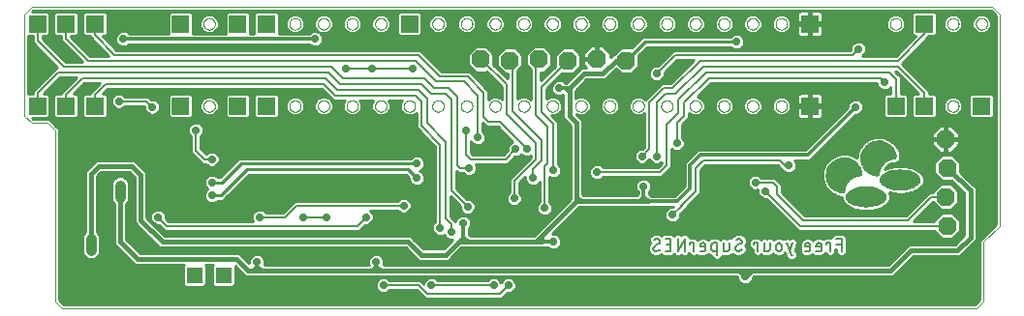
<source format=gbl>
G75*
%MOIN*%
%OFA0B0*%
%FSLAX25Y25*%
%IPPOS*%
%LPD*%
%AMOC8*
5,1,8,0,0,1.08239X$1,22.5*
%
%ADD10C,0.00000*%
%ADD11C,0.00800*%
%ADD12OC8,0.06300*%
%ADD13R,0.05937X0.05937*%
%ADD14C,0.01000*%
%ADD15C,0.02775*%
%ADD16C,0.03169*%
%ADD17R,0.05315X0.05315*%
%ADD18C,0.03600*%
%ADD19C,0.01600*%
%ADD20C,0.01200*%
%ADD21C,0.00500*%
D10*
X0013050Y0005500D02*
X0015550Y0003000D01*
X0330050Y0003000D01*
X0332550Y0005500D01*
X0332550Y0026000D01*
X0338050Y0031500D01*
X0338050Y0104500D01*
X0335550Y0107000D01*
X0005050Y0107000D01*
X0002550Y0104500D01*
X0002550Y0069500D01*
X0005050Y0067000D01*
X0010550Y0067000D01*
X0013050Y0064500D01*
X0013050Y0005500D01*
X0064156Y0072827D02*
X0064158Y0072915D01*
X0064164Y0073003D01*
X0064174Y0073091D01*
X0064188Y0073179D01*
X0064205Y0073265D01*
X0064227Y0073351D01*
X0064252Y0073435D01*
X0064282Y0073519D01*
X0064314Y0073601D01*
X0064351Y0073681D01*
X0064391Y0073760D01*
X0064435Y0073837D01*
X0064482Y0073912D01*
X0064532Y0073984D01*
X0064586Y0074055D01*
X0064642Y0074122D01*
X0064702Y0074188D01*
X0064764Y0074250D01*
X0064830Y0074310D01*
X0064897Y0074366D01*
X0064968Y0074420D01*
X0065040Y0074470D01*
X0065115Y0074517D01*
X0065192Y0074561D01*
X0065271Y0074601D01*
X0065351Y0074638D01*
X0065433Y0074670D01*
X0065517Y0074700D01*
X0065601Y0074725D01*
X0065687Y0074747D01*
X0065773Y0074764D01*
X0065861Y0074778D01*
X0065949Y0074788D01*
X0066037Y0074794D01*
X0066125Y0074796D01*
X0066213Y0074794D01*
X0066301Y0074788D01*
X0066389Y0074778D01*
X0066477Y0074764D01*
X0066563Y0074747D01*
X0066649Y0074725D01*
X0066733Y0074700D01*
X0066817Y0074670D01*
X0066899Y0074638D01*
X0066979Y0074601D01*
X0067058Y0074561D01*
X0067135Y0074517D01*
X0067210Y0074470D01*
X0067282Y0074420D01*
X0067353Y0074366D01*
X0067420Y0074310D01*
X0067486Y0074250D01*
X0067548Y0074188D01*
X0067608Y0074122D01*
X0067664Y0074055D01*
X0067718Y0073984D01*
X0067768Y0073912D01*
X0067815Y0073837D01*
X0067859Y0073760D01*
X0067899Y0073681D01*
X0067936Y0073601D01*
X0067968Y0073519D01*
X0067998Y0073435D01*
X0068023Y0073351D01*
X0068045Y0073265D01*
X0068062Y0073179D01*
X0068076Y0073091D01*
X0068086Y0073003D01*
X0068092Y0072915D01*
X0068094Y0072827D01*
X0068092Y0072739D01*
X0068086Y0072651D01*
X0068076Y0072563D01*
X0068062Y0072475D01*
X0068045Y0072389D01*
X0068023Y0072303D01*
X0067998Y0072219D01*
X0067968Y0072135D01*
X0067936Y0072053D01*
X0067899Y0071973D01*
X0067859Y0071894D01*
X0067815Y0071817D01*
X0067768Y0071742D01*
X0067718Y0071670D01*
X0067664Y0071599D01*
X0067608Y0071532D01*
X0067548Y0071466D01*
X0067486Y0071404D01*
X0067420Y0071344D01*
X0067353Y0071288D01*
X0067282Y0071234D01*
X0067210Y0071184D01*
X0067135Y0071137D01*
X0067058Y0071093D01*
X0066979Y0071053D01*
X0066899Y0071016D01*
X0066817Y0070984D01*
X0066733Y0070954D01*
X0066649Y0070929D01*
X0066563Y0070907D01*
X0066477Y0070890D01*
X0066389Y0070876D01*
X0066301Y0070866D01*
X0066213Y0070860D01*
X0066125Y0070858D01*
X0066037Y0070860D01*
X0065949Y0070866D01*
X0065861Y0070876D01*
X0065773Y0070890D01*
X0065687Y0070907D01*
X0065601Y0070929D01*
X0065517Y0070954D01*
X0065433Y0070984D01*
X0065351Y0071016D01*
X0065271Y0071053D01*
X0065192Y0071093D01*
X0065115Y0071137D01*
X0065040Y0071184D01*
X0064968Y0071234D01*
X0064897Y0071288D01*
X0064830Y0071344D01*
X0064764Y0071404D01*
X0064702Y0071466D01*
X0064642Y0071532D01*
X0064586Y0071599D01*
X0064532Y0071670D01*
X0064482Y0071742D01*
X0064435Y0071817D01*
X0064391Y0071894D01*
X0064351Y0071973D01*
X0064314Y0072053D01*
X0064282Y0072135D01*
X0064252Y0072219D01*
X0064227Y0072303D01*
X0064205Y0072389D01*
X0064188Y0072475D01*
X0064174Y0072563D01*
X0064164Y0072651D01*
X0064158Y0072739D01*
X0064156Y0072827D01*
X0093683Y0072827D02*
X0093685Y0072915D01*
X0093691Y0073003D01*
X0093701Y0073091D01*
X0093715Y0073179D01*
X0093732Y0073265D01*
X0093754Y0073351D01*
X0093779Y0073435D01*
X0093809Y0073519D01*
X0093841Y0073601D01*
X0093878Y0073681D01*
X0093918Y0073760D01*
X0093962Y0073837D01*
X0094009Y0073912D01*
X0094059Y0073984D01*
X0094113Y0074055D01*
X0094169Y0074122D01*
X0094229Y0074188D01*
X0094291Y0074250D01*
X0094357Y0074310D01*
X0094424Y0074366D01*
X0094495Y0074420D01*
X0094567Y0074470D01*
X0094642Y0074517D01*
X0094719Y0074561D01*
X0094798Y0074601D01*
X0094878Y0074638D01*
X0094960Y0074670D01*
X0095044Y0074700D01*
X0095128Y0074725D01*
X0095214Y0074747D01*
X0095300Y0074764D01*
X0095388Y0074778D01*
X0095476Y0074788D01*
X0095564Y0074794D01*
X0095652Y0074796D01*
X0095740Y0074794D01*
X0095828Y0074788D01*
X0095916Y0074778D01*
X0096004Y0074764D01*
X0096090Y0074747D01*
X0096176Y0074725D01*
X0096260Y0074700D01*
X0096344Y0074670D01*
X0096426Y0074638D01*
X0096506Y0074601D01*
X0096585Y0074561D01*
X0096662Y0074517D01*
X0096737Y0074470D01*
X0096809Y0074420D01*
X0096880Y0074366D01*
X0096947Y0074310D01*
X0097013Y0074250D01*
X0097075Y0074188D01*
X0097135Y0074122D01*
X0097191Y0074055D01*
X0097245Y0073984D01*
X0097295Y0073912D01*
X0097342Y0073837D01*
X0097386Y0073760D01*
X0097426Y0073681D01*
X0097463Y0073601D01*
X0097495Y0073519D01*
X0097525Y0073435D01*
X0097550Y0073351D01*
X0097572Y0073265D01*
X0097589Y0073179D01*
X0097603Y0073091D01*
X0097613Y0073003D01*
X0097619Y0072915D01*
X0097621Y0072827D01*
X0097619Y0072739D01*
X0097613Y0072651D01*
X0097603Y0072563D01*
X0097589Y0072475D01*
X0097572Y0072389D01*
X0097550Y0072303D01*
X0097525Y0072219D01*
X0097495Y0072135D01*
X0097463Y0072053D01*
X0097426Y0071973D01*
X0097386Y0071894D01*
X0097342Y0071817D01*
X0097295Y0071742D01*
X0097245Y0071670D01*
X0097191Y0071599D01*
X0097135Y0071532D01*
X0097075Y0071466D01*
X0097013Y0071404D01*
X0096947Y0071344D01*
X0096880Y0071288D01*
X0096809Y0071234D01*
X0096737Y0071184D01*
X0096662Y0071137D01*
X0096585Y0071093D01*
X0096506Y0071053D01*
X0096426Y0071016D01*
X0096344Y0070984D01*
X0096260Y0070954D01*
X0096176Y0070929D01*
X0096090Y0070907D01*
X0096004Y0070890D01*
X0095916Y0070876D01*
X0095828Y0070866D01*
X0095740Y0070860D01*
X0095652Y0070858D01*
X0095564Y0070860D01*
X0095476Y0070866D01*
X0095388Y0070876D01*
X0095300Y0070890D01*
X0095214Y0070907D01*
X0095128Y0070929D01*
X0095044Y0070954D01*
X0094960Y0070984D01*
X0094878Y0071016D01*
X0094798Y0071053D01*
X0094719Y0071093D01*
X0094642Y0071137D01*
X0094567Y0071184D01*
X0094495Y0071234D01*
X0094424Y0071288D01*
X0094357Y0071344D01*
X0094291Y0071404D01*
X0094229Y0071466D01*
X0094169Y0071532D01*
X0094113Y0071599D01*
X0094059Y0071670D01*
X0094009Y0071742D01*
X0093962Y0071817D01*
X0093918Y0071894D01*
X0093878Y0071973D01*
X0093841Y0072053D01*
X0093809Y0072135D01*
X0093779Y0072219D01*
X0093754Y0072303D01*
X0093732Y0072389D01*
X0093715Y0072475D01*
X0093701Y0072563D01*
X0093691Y0072651D01*
X0093685Y0072739D01*
X0093683Y0072827D01*
X0103526Y0072827D02*
X0103528Y0072915D01*
X0103534Y0073003D01*
X0103544Y0073091D01*
X0103558Y0073179D01*
X0103575Y0073265D01*
X0103597Y0073351D01*
X0103622Y0073435D01*
X0103652Y0073519D01*
X0103684Y0073601D01*
X0103721Y0073681D01*
X0103761Y0073760D01*
X0103805Y0073837D01*
X0103852Y0073912D01*
X0103902Y0073984D01*
X0103956Y0074055D01*
X0104012Y0074122D01*
X0104072Y0074188D01*
X0104134Y0074250D01*
X0104200Y0074310D01*
X0104267Y0074366D01*
X0104338Y0074420D01*
X0104410Y0074470D01*
X0104485Y0074517D01*
X0104562Y0074561D01*
X0104641Y0074601D01*
X0104721Y0074638D01*
X0104803Y0074670D01*
X0104887Y0074700D01*
X0104971Y0074725D01*
X0105057Y0074747D01*
X0105143Y0074764D01*
X0105231Y0074778D01*
X0105319Y0074788D01*
X0105407Y0074794D01*
X0105495Y0074796D01*
X0105583Y0074794D01*
X0105671Y0074788D01*
X0105759Y0074778D01*
X0105847Y0074764D01*
X0105933Y0074747D01*
X0106019Y0074725D01*
X0106103Y0074700D01*
X0106187Y0074670D01*
X0106269Y0074638D01*
X0106349Y0074601D01*
X0106428Y0074561D01*
X0106505Y0074517D01*
X0106580Y0074470D01*
X0106652Y0074420D01*
X0106723Y0074366D01*
X0106790Y0074310D01*
X0106856Y0074250D01*
X0106918Y0074188D01*
X0106978Y0074122D01*
X0107034Y0074055D01*
X0107088Y0073984D01*
X0107138Y0073912D01*
X0107185Y0073837D01*
X0107229Y0073760D01*
X0107269Y0073681D01*
X0107306Y0073601D01*
X0107338Y0073519D01*
X0107368Y0073435D01*
X0107393Y0073351D01*
X0107415Y0073265D01*
X0107432Y0073179D01*
X0107446Y0073091D01*
X0107456Y0073003D01*
X0107462Y0072915D01*
X0107464Y0072827D01*
X0107462Y0072739D01*
X0107456Y0072651D01*
X0107446Y0072563D01*
X0107432Y0072475D01*
X0107415Y0072389D01*
X0107393Y0072303D01*
X0107368Y0072219D01*
X0107338Y0072135D01*
X0107306Y0072053D01*
X0107269Y0071973D01*
X0107229Y0071894D01*
X0107185Y0071817D01*
X0107138Y0071742D01*
X0107088Y0071670D01*
X0107034Y0071599D01*
X0106978Y0071532D01*
X0106918Y0071466D01*
X0106856Y0071404D01*
X0106790Y0071344D01*
X0106723Y0071288D01*
X0106652Y0071234D01*
X0106580Y0071184D01*
X0106505Y0071137D01*
X0106428Y0071093D01*
X0106349Y0071053D01*
X0106269Y0071016D01*
X0106187Y0070984D01*
X0106103Y0070954D01*
X0106019Y0070929D01*
X0105933Y0070907D01*
X0105847Y0070890D01*
X0105759Y0070876D01*
X0105671Y0070866D01*
X0105583Y0070860D01*
X0105495Y0070858D01*
X0105407Y0070860D01*
X0105319Y0070866D01*
X0105231Y0070876D01*
X0105143Y0070890D01*
X0105057Y0070907D01*
X0104971Y0070929D01*
X0104887Y0070954D01*
X0104803Y0070984D01*
X0104721Y0071016D01*
X0104641Y0071053D01*
X0104562Y0071093D01*
X0104485Y0071137D01*
X0104410Y0071184D01*
X0104338Y0071234D01*
X0104267Y0071288D01*
X0104200Y0071344D01*
X0104134Y0071404D01*
X0104072Y0071466D01*
X0104012Y0071532D01*
X0103956Y0071599D01*
X0103902Y0071670D01*
X0103852Y0071742D01*
X0103805Y0071817D01*
X0103761Y0071894D01*
X0103721Y0071973D01*
X0103684Y0072053D01*
X0103652Y0072135D01*
X0103622Y0072219D01*
X0103597Y0072303D01*
X0103575Y0072389D01*
X0103558Y0072475D01*
X0103544Y0072563D01*
X0103534Y0072651D01*
X0103528Y0072739D01*
X0103526Y0072827D01*
X0113368Y0072827D02*
X0113370Y0072915D01*
X0113376Y0073003D01*
X0113386Y0073091D01*
X0113400Y0073179D01*
X0113417Y0073265D01*
X0113439Y0073351D01*
X0113464Y0073435D01*
X0113494Y0073519D01*
X0113526Y0073601D01*
X0113563Y0073681D01*
X0113603Y0073760D01*
X0113647Y0073837D01*
X0113694Y0073912D01*
X0113744Y0073984D01*
X0113798Y0074055D01*
X0113854Y0074122D01*
X0113914Y0074188D01*
X0113976Y0074250D01*
X0114042Y0074310D01*
X0114109Y0074366D01*
X0114180Y0074420D01*
X0114252Y0074470D01*
X0114327Y0074517D01*
X0114404Y0074561D01*
X0114483Y0074601D01*
X0114563Y0074638D01*
X0114645Y0074670D01*
X0114729Y0074700D01*
X0114813Y0074725D01*
X0114899Y0074747D01*
X0114985Y0074764D01*
X0115073Y0074778D01*
X0115161Y0074788D01*
X0115249Y0074794D01*
X0115337Y0074796D01*
X0115425Y0074794D01*
X0115513Y0074788D01*
X0115601Y0074778D01*
X0115689Y0074764D01*
X0115775Y0074747D01*
X0115861Y0074725D01*
X0115945Y0074700D01*
X0116029Y0074670D01*
X0116111Y0074638D01*
X0116191Y0074601D01*
X0116270Y0074561D01*
X0116347Y0074517D01*
X0116422Y0074470D01*
X0116494Y0074420D01*
X0116565Y0074366D01*
X0116632Y0074310D01*
X0116698Y0074250D01*
X0116760Y0074188D01*
X0116820Y0074122D01*
X0116876Y0074055D01*
X0116930Y0073984D01*
X0116980Y0073912D01*
X0117027Y0073837D01*
X0117071Y0073760D01*
X0117111Y0073681D01*
X0117148Y0073601D01*
X0117180Y0073519D01*
X0117210Y0073435D01*
X0117235Y0073351D01*
X0117257Y0073265D01*
X0117274Y0073179D01*
X0117288Y0073091D01*
X0117298Y0073003D01*
X0117304Y0072915D01*
X0117306Y0072827D01*
X0117304Y0072739D01*
X0117298Y0072651D01*
X0117288Y0072563D01*
X0117274Y0072475D01*
X0117257Y0072389D01*
X0117235Y0072303D01*
X0117210Y0072219D01*
X0117180Y0072135D01*
X0117148Y0072053D01*
X0117111Y0071973D01*
X0117071Y0071894D01*
X0117027Y0071817D01*
X0116980Y0071742D01*
X0116930Y0071670D01*
X0116876Y0071599D01*
X0116820Y0071532D01*
X0116760Y0071466D01*
X0116698Y0071404D01*
X0116632Y0071344D01*
X0116565Y0071288D01*
X0116494Y0071234D01*
X0116422Y0071184D01*
X0116347Y0071137D01*
X0116270Y0071093D01*
X0116191Y0071053D01*
X0116111Y0071016D01*
X0116029Y0070984D01*
X0115945Y0070954D01*
X0115861Y0070929D01*
X0115775Y0070907D01*
X0115689Y0070890D01*
X0115601Y0070876D01*
X0115513Y0070866D01*
X0115425Y0070860D01*
X0115337Y0070858D01*
X0115249Y0070860D01*
X0115161Y0070866D01*
X0115073Y0070876D01*
X0114985Y0070890D01*
X0114899Y0070907D01*
X0114813Y0070929D01*
X0114729Y0070954D01*
X0114645Y0070984D01*
X0114563Y0071016D01*
X0114483Y0071053D01*
X0114404Y0071093D01*
X0114327Y0071137D01*
X0114252Y0071184D01*
X0114180Y0071234D01*
X0114109Y0071288D01*
X0114042Y0071344D01*
X0113976Y0071404D01*
X0113914Y0071466D01*
X0113854Y0071532D01*
X0113798Y0071599D01*
X0113744Y0071670D01*
X0113694Y0071742D01*
X0113647Y0071817D01*
X0113603Y0071894D01*
X0113563Y0071973D01*
X0113526Y0072053D01*
X0113494Y0072135D01*
X0113464Y0072219D01*
X0113439Y0072303D01*
X0113417Y0072389D01*
X0113400Y0072475D01*
X0113386Y0072563D01*
X0113376Y0072651D01*
X0113370Y0072739D01*
X0113368Y0072827D01*
X0123211Y0072827D02*
X0123213Y0072915D01*
X0123219Y0073003D01*
X0123229Y0073091D01*
X0123243Y0073179D01*
X0123260Y0073265D01*
X0123282Y0073351D01*
X0123307Y0073435D01*
X0123337Y0073519D01*
X0123369Y0073601D01*
X0123406Y0073681D01*
X0123446Y0073760D01*
X0123490Y0073837D01*
X0123537Y0073912D01*
X0123587Y0073984D01*
X0123641Y0074055D01*
X0123697Y0074122D01*
X0123757Y0074188D01*
X0123819Y0074250D01*
X0123885Y0074310D01*
X0123952Y0074366D01*
X0124023Y0074420D01*
X0124095Y0074470D01*
X0124170Y0074517D01*
X0124247Y0074561D01*
X0124326Y0074601D01*
X0124406Y0074638D01*
X0124488Y0074670D01*
X0124572Y0074700D01*
X0124656Y0074725D01*
X0124742Y0074747D01*
X0124828Y0074764D01*
X0124916Y0074778D01*
X0125004Y0074788D01*
X0125092Y0074794D01*
X0125180Y0074796D01*
X0125268Y0074794D01*
X0125356Y0074788D01*
X0125444Y0074778D01*
X0125532Y0074764D01*
X0125618Y0074747D01*
X0125704Y0074725D01*
X0125788Y0074700D01*
X0125872Y0074670D01*
X0125954Y0074638D01*
X0126034Y0074601D01*
X0126113Y0074561D01*
X0126190Y0074517D01*
X0126265Y0074470D01*
X0126337Y0074420D01*
X0126408Y0074366D01*
X0126475Y0074310D01*
X0126541Y0074250D01*
X0126603Y0074188D01*
X0126663Y0074122D01*
X0126719Y0074055D01*
X0126773Y0073984D01*
X0126823Y0073912D01*
X0126870Y0073837D01*
X0126914Y0073760D01*
X0126954Y0073681D01*
X0126991Y0073601D01*
X0127023Y0073519D01*
X0127053Y0073435D01*
X0127078Y0073351D01*
X0127100Y0073265D01*
X0127117Y0073179D01*
X0127131Y0073091D01*
X0127141Y0073003D01*
X0127147Y0072915D01*
X0127149Y0072827D01*
X0127147Y0072739D01*
X0127141Y0072651D01*
X0127131Y0072563D01*
X0127117Y0072475D01*
X0127100Y0072389D01*
X0127078Y0072303D01*
X0127053Y0072219D01*
X0127023Y0072135D01*
X0126991Y0072053D01*
X0126954Y0071973D01*
X0126914Y0071894D01*
X0126870Y0071817D01*
X0126823Y0071742D01*
X0126773Y0071670D01*
X0126719Y0071599D01*
X0126663Y0071532D01*
X0126603Y0071466D01*
X0126541Y0071404D01*
X0126475Y0071344D01*
X0126408Y0071288D01*
X0126337Y0071234D01*
X0126265Y0071184D01*
X0126190Y0071137D01*
X0126113Y0071093D01*
X0126034Y0071053D01*
X0125954Y0071016D01*
X0125872Y0070984D01*
X0125788Y0070954D01*
X0125704Y0070929D01*
X0125618Y0070907D01*
X0125532Y0070890D01*
X0125444Y0070876D01*
X0125356Y0070866D01*
X0125268Y0070860D01*
X0125180Y0070858D01*
X0125092Y0070860D01*
X0125004Y0070866D01*
X0124916Y0070876D01*
X0124828Y0070890D01*
X0124742Y0070907D01*
X0124656Y0070929D01*
X0124572Y0070954D01*
X0124488Y0070984D01*
X0124406Y0071016D01*
X0124326Y0071053D01*
X0124247Y0071093D01*
X0124170Y0071137D01*
X0124095Y0071184D01*
X0124023Y0071234D01*
X0123952Y0071288D01*
X0123885Y0071344D01*
X0123819Y0071404D01*
X0123757Y0071466D01*
X0123697Y0071532D01*
X0123641Y0071599D01*
X0123587Y0071670D01*
X0123537Y0071742D01*
X0123490Y0071817D01*
X0123446Y0071894D01*
X0123406Y0071973D01*
X0123369Y0072053D01*
X0123337Y0072135D01*
X0123307Y0072219D01*
X0123282Y0072303D01*
X0123260Y0072389D01*
X0123243Y0072475D01*
X0123229Y0072563D01*
X0123219Y0072651D01*
X0123213Y0072739D01*
X0123211Y0072827D01*
X0133053Y0072827D02*
X0133055Y0072915D01*
X0133061Y0073003D01*
X0133071Y0073091D01*
X0133085Y0073179D01*
X0133102Y0073265D01*
X0133124Y0073351D01*
X0133149Y0073435D01*
X0133179Y0073519D01*
X0133211Y0073601D01*
X0133248Y0073681D01*
X0133288Y0073760D01*
X0133332Y0073837D01*
X0133379Y0073912D01*
X0133429Y0073984D01*
X0133483Y0074055D01*
X0133539Y0074122D01*
X0133599Y0074188D01*
X0133661Y0074250D01*
X0133727Y0074310D01*
X0133794Y0074366D01*
X0133865Y0074420D01*
X0133937Y0074470D01*
X0134012Y0074517D01*
X0134089Y0074561D01*
X0134168Y0074601D01*
X0134248Y0074638D01*
X0134330Y0074670D01*
X0134414Y0074700D01*
X0134498Y0074725D01*
X0134584Y0074747D01*
X0134670Y0074764D01*
X0134758Y0074778D01*
X0134846Y0074788D01*
X0134934Y0074794D01*
X0135022Y0074796D01*
X0135110Y0074794D01*
X0135198Y0074788D01*
X0135286Y0074778D01*
X0135374Y0074764D01*
X0135460Y0074747D01*
X0135546Y0074725D01*
X0135630Y0074700D01*
X0135714Y0074670D01*
X0135796Y0074638D01*
X0135876Y0074601D01*
X0135955Y0074561D01*
X0136032Y0074517D01*
X0136107Y0074470D01*
X0136179Y0074420D01*
X0136250Y0074366D01*
X0136317Y0074310D01*
X0136383Y0074250D01*
X0136445Y0074188D01*
X0136505Y0074122D01*
X0136561Y0074055D01*
X0136615Y0073984D01*
X0136665Y0073912D01*
X0136712Y0073837D01*
X0136756Y0073760D01*
X0136796Y0073681D01*
X0136833Y0073601D01*
X0136865Y0073519D01*
X0136895Y0073435D01*
X0136920Y0073351D01*
X0136942Y0073265D01*
X0136959Y0073179D01*
X0136973Y0073091D01*
X0136983Y0073003D01*
X0136989Y0072915D01*
X0136991Y0072827D01*
X0136989Y0072739D01*
X0136983Y0072651D01*
X0136973Y0072563D01*
X0136959Y0072475D01*
X0136942Y0072389D01*
X0136920Y0072303D01*
X0136895Y0072219D01*
X0136865Y0072135D01*
X0136833Y0072053D01*
X0136796Y0071973D01*
X0136756Y0071894D01*
X0136712Y0071817D01*
X0136665Y0071742D01*
X0136615Y0071670D01*
X0136561Y0071599D01*
X0136505Y0071532D01*
X0136445Y0071466D01*
X0136383Y0071404D01*
X0136317Y0071344D01*
X0136250Y0071288D01*
X0136179Y0071234D01*
X0136107Y0071184D01*
X0136032Y0071137D01*
X0135955Y0071093D01*
X0135876Y0071053D01*
X0135796Y0071016D01*
X0135714Y0070984D01*
X0135630Y0070954D01*
X0135546Y0070929D01*
X0135460Y0070907D01*
X0135374Y0070890D01*
X0135286Y0070876D01*
X0135198Y0070866D01*
X0135110Y0070860D01*
X0135022Y0070858D01*
X0134934Y0070860D01*
X0134846Y0070866D01*
X0134758Y0070876D01*
X0134670Y0070890D01*
X0134584Y0070907D01*
X0134498Y0070929D01*
X0134414Y0070954D01*
X0134330Y0070984D01*
X0134248Y0071016D01*
X0134168Y0071053D01*
X0134089Y0071093D01*
X0134012Y0071137D01*
X0133937Y0071184D01*
X0133865Y0071234D01*
X0133794Y0071288D01*
X0133727Y0071344D01*
X0133661Y0071404D01*
X0133599Y0071466D01*
X0133539Y0071532D01*
X0133483Y0071599D01*
X0133429Y0071670D01*
X0133379Y0071742D01*
X0133332Y0071817D01*
X0133288Y0071894D01*
X0133248Y0071973D01*
X0133211Y0072053D01*
X0133179Y0072135D01*
X0133149Y0072219D01*
X0133124Y0072303D01*
X0133102Y0072389D01*
X0133085Y0072475D01*
X0133071Y0072563D01*
X0133061Y0072651D01*
X0133055Y0072739D01*
X0133053Y0072827D01*
X0142896Y0072827D02*
X0142898Y0072915D01*
X0142904Y0073003D01*
X0142914Y0073091D01*
X0142928Y0073179D01*
X0142945Y0073265D01*
X0142967Y0073351D01*
X0142992Y0073435D01*
X0143022Y0073519D01*
X0143054Y0073601D01*
X0143091Y0073681D01*
X0143131Y0073760D01*
X0143175Y0073837D01*
X0143222Y0073912D01*
X0143272Y0073984D01*
X0143326Y0074055D01*
X0143382Y0074122D01*
X0143442Y0074188D01*
X0143504Y0074250D01*
X0143570Y0074310D01*
X0143637Y0074366D01*
X0143708Y0074420D01*
X0143780Y0074470D01*
X0143855Y0074517D01*
X0143932Y0074561D01*
X0144011Y0074601D01*
X0144091Y0074638D01*
X0144173Y0074670D01*
X0144257Y0074700D01*
X0144341Y0074725D01*
X0144427Y0074747D01*
X0144513Y0074764D01*
X0144601Y0074778D01*
X0144689Y0074788D01*
X0144777Y0074794D01*
X0144865Y0074796D01*
X0144953Y0074794D01*
X0145041Y0074788D01*
X0145129Y0074778D01*
X0145217Y0074764D01*
X0145303Y0074747D01*
X0145389Y0074725D01*
X0145473Y0074700D01*
X0145557Y0074670D01*
X0145639Y0074638D01*
X0145719Y0074601D01*
X0145798Y0074561D01*
X0145875Y0074517D01*
X0145950Y0074470D01*
X0146022Y0074420D01*
X0146093Y0074366D01*
X0146160Y0074310D01*
X0146226Y0074250D01*
X0146288Y0074188D01*
X0146348Y0074122D01*
X0146404Y0074055D01*
X0146458Y0073984D01*
X0146508Y0073912D01*
X0146555Y0073837D01*
X0146599Y0073760D01*
X0146639Y0073681D01*
X0146676Y0073601D01*
X0146708Y0073519D01*
X0146738Y0073435D01*
X0146763Y0073351D01*
X0146785Y0073265D01*
X0146802Y0073179D01*
X0146816Y0073091D01*
X0146826Y0073003D01*
X0146832Y0072915D01*
X0146834Y0072827D01*
X0146832Y0072739D01*
X0146826Y0072651D01*
X0146816Y0072563D01*
X0146802Y0072475D01*
X0146785Y0072389D01*
X0146763Y0072303D01*
X0146738Y0072219D01*
X0146708Y0072135D01*
X0146676Y0072053D01*
X0146639Y0071973D01*
X0146599Y0071894D01*
X0146555Y0071817D01*
X0146508Y0071742D01*
X0146458Y0071670D01*
X0146404Y0071599D01*
X0146348Y0071532D01*
X0146288Y0071466D01*
X0146226Y0071404D01*
X0146160Y0071344D01*
X0146093Y0071288D01*
X0146022Y0071234D01*
X0145950Y0071184D01*
X0145875Y0071137D01*
X0145798Y0071093D01*
X0145719Y0071053D01*
X0145639Y0071016D01*
X0145557Y0070984D01*
X0145473Y0070954D01*
X0145389Y0070929D01*
X0145303Y0070907D01*
X0145217Y0070890D01*
X0145129Y0070876D01*
X0145041Y0070866D01*
X0144953Y0070860D01*
X0144865Y0070858D01*
X0144777Y0070860D01*
X0144689Y0070866D01*
X0144601Y0070876D01*
X0144513Y0070890D01*
X0144427Y0070907D01*
X0144341Y0070929D01*
X0144257Y0070954D01*
X0144173Y0070984D01*
X0144091Y0071016D01*
X0144011Y0071053D01*
X0143932Y0071093D01*
X0143855Y0071137D01*
X0143780Y0071184D01*
X0143708Y0071234D01*
X0143637Y0071288D01*
X0143570Y0071344D01*
X0143504Y0071404D01*
X0143442Y0071466D01*
X0143382Y0071532D01*
X0143326Y0071599D01*
X0143272Y0071670D01*
X0143222Y0071742D01*
X0143175Y0071817D01*
X0143131Y0071894D01*
X0143091Y0071973D01*
X0143054Y0072053D01*
X0143022Y0072135D01*
X0142992Y0072219D01*
X0142967Y0072303D01*
X0142945Y0072389D01*
X0142928Y0072475D01*
X0142914Y0072563D01*
X0142904Y0072651D01*
X0142898Y0072739D01*
X0142896Y0072827D01*
X0152738Y0072827D02*
X0152740Y0072915D01*
X0152746Y0073003D01*
X0152756Y0073091D01*
X0152770Y0073179D01*
X0152787Y0073265D01*
X0152809Y0073351D01*
X0152834Y0073435D01*
X0152864Y0073519D01*
X0152896Y0073601D01*
X0152933Y0073681D01*
X0152973Y0073760D01*
X0153017Y0073837D01*
X0153064Y0073912D01*
X0153114Y0073984D01*
X0153168Y0074055D01*
X0153224Y0074122D01*
X0153284Y0074188D01*
X0153346Y0074250D01*
X0153412Y0074310D01*
X0153479Y0074366D01*
X0153550Y0074420D01*
X0153622Y0074470D01*
X0153697Y0074517D01*
X0153774Y0074561D01*
X0153853Y0074601D01*
X0153933Y0074638D01*
X0154015Y0074670D01*
X0154099Y0074700D01*
X0154183Y0074725D01*
X0154269Y0074747D01*
X0154355Y0074764D01*
X0154443Y0074778D01*
X0154531Y0074788D01*
X0154619Y0074794D01*
X0154707Y0074796D01*
X0154795Y0074794D01*
X0154883Y0074788D01*
X0154971Y0074778D01*
X0155059Y0074764D01*
X0155145Y0074747D01*
X0155231Y0074725D01*
X0155315Y0074700D01*
X0155399Y0074670D01*
X0155481Y0074638D01*
X0155561Y0074601D01*
X0155640Y0074561D01*
X0155717Y0074517D01*
X0155792Y0074470D01*
X0155864Y0074420D01*
X0155935Y0074366D01*
X0156002Y0074310D01*
X0156068Y0074250D01*
X0156130Y0074188D01*
X0156190Y0074122D01*
X0156246Y0074055D01*
X0156300Y0073984D01*
X0156350Y0073912D01*
X0156397Y0073837D01*
X0156441Y0073760D01*
X0156481Y0073681D01*
X0156518Y0073601D01*
X0156550Y0073519D01*
X0156580Y0073435D01*
X0156605Y0073351D01*
X0156627Y0073265D01*
X0156644Y0073179D01*
X0156658Y0073091D01*
X0156668Y0073003D01*
X0156674Y0072915D01*
X0156676Y0072827D01*
X0156674Y0072739D01*
X0156668Y0072651D01*
X0156658Y0072563D01*
X0156644Y0072475D01*
X0156627Y0072389D01*
X0156605Y0072303D01*
X0156580Y0072219D01*
X0156550Y0072135D01*
X0156518Y0072053D01*
X0156481Y0071973D01*
X0156441Y0071894D01*
X0156397Y0071817D01*
X0156350Y0071742D01*
X0156300Y0071670D01*
X0156246Y0071599D01*
X0156190Y0071532D01*
X0156130Y0071466D01*
X0156068Y0071404D01*
X0156002Y0071344D01*
X0155935Y0071288D01*
X0155864Y0071234D01*
X0155792Y0071184D01*
X0155717Y0071137D01*
X0155640Y0071093D01*
X0155561Y0071053D01*
X0155481Y0071016D01*
X0155399Y0070984D01*
X0155315Y0070954D01*
X0155231Y0070929D01*
X0155145Y0070907D01*
X0155059Y0070890D01*
X0154971Y0070876D01*
X0154883Y0070866D01*
X0154795Y0070860D01*
X0154707Y0070858D01*
X0154619Y0070860D01*
X0154531Y0070866D01*
X0154443Y0070876D01*
X0154355Y0070890D01*
X0154269Y0070907D01*
X0154183Y0070929D01*
X0154099Y0070954D01*
X0154015Y0070984D01*
X0153933Y0071016D01*
X0153853Y0071053D01*
X0153774Y0071093D01*
X0153697Y0071137D01*
X0153622Y0071184D01*
X0153550Y0071234D01*
X0153479Y0071288D01*
X0153412Y0071344D01*
X0153346Y0071404D01*
X0153284Y0071466D01*
X0153224Y0071532D01*
X0153168Y0071599D01*
X0153114Y0071670D01*
X0153064Y0071742D01*
X0153017Y0071817D01*
X0152973Y0071894D01*
X0152933Y0071973D01*
X0152896Y0072053D01*
X0152864Y0072135D01*
X0152834Y0072219D01*
X0152809Y0072303D01*
X0152787Y0072389D01*
X0152770Y0072475D01*
X0152756Y0072563D01*
X0152746Y0072651D01*
X0152740Y0072739D01*
X0152738Y0072827D01*
X0162581Y0072827D02*
X0162583Y0072915D01*
X0162589Y0073003D01*
X0162599Y0073091D01*
X0162613Y0073179D01*
X0162630Y0073265D01*
X0162652Y0073351D01*
X0162677Y0073435D01*
X0162707Y0073519D01*
X0162739Y0073601D01*
X0162776Y0073681D01*
X0162816Y0073760D01*
X0162860Y0073837D01*
X0162907Y0073912D01*
X0162957Y0073984D01*
X0163011Y0074055D01*
X0163067Y0074122D01*
X0163127Y0074188D01*
X0163189Y0074250D01*
X0163255Y0074310D01*
X0163322Y0074366D01*
X0163393Y0074420D01*
X0163465Y0074470D01*
X0163540Y0074517D01*
X0163617Y0074561D01*
X0163696Y0074601D01*
X0163776Y0074638D01*
X0163858Y0074670D01*
X0163942Y0074700D01*
X0164026Y0074725D01*
X0164112Y0074747D01*
X0164198Y0074764D01*
X0164286Y0074778D01*
X0164374Y0074788D01*
X0164462Y0074794D01*
X0164550Y0074796D01*
X0164638Y0074794D01*
X0164726Y0074788D01*
X0164814Y0074778D01*
X0164902Y0074764D01*
X0164988Y0074747D01*
X0165074Y0074725D01*
X0165158Y0074700D01*
X0165242Y0074670D01*
X0165324Y0074638D01*
X0165404Y0074601D01*
X0165483Y0074561D01*
X0165560Y0074517D01*
X0165635Y0074470D01*
X0165707Y0074420D01*
X0165778Y0074366D01*
X0165845Y0074310D01*
X0165911Y0074250D01*
X0165973Y0074188D01*
X0166033Y0074122D01*
X0166089Y0074055D01*
X0166143Y0073984D01*
X0166193Y0073912D01*
X0166240Y0073837D01*
X0166284Y0073760D01*
X0166324Y0073681D01*
X0166361Y0073601D01*
X0166393Y0073519D01*
X0166423Y0073435D01*
X0166448Y0073351D01*
X0166470Y0073265D01*
X0166487Y0073179D01*
X0166501Y0073091D01*
X0166511Y0073003D01*
X0166517Y0072915D01*
X0166519Y0072827D01*
X0166517Y0072739D01*
X0166511Y0072651D01*
X0166501Y0072563D01*
X0166487Y0072475D01*
X0166470Y0072389D01*
X0166448Y0072303D01*
X0166423Y0072219D01*
X0166393Y0072135D01*
X0166361Y0072053D01*
X0166324Y0071973D01*
X0166284Y0071894D01*
X0166240Y0071817D01*
X0166193Y0071742D01*
X0166143Y0071670D01*
X0166089Y0071599D01*
X0166033Y0071532D01*
X0165973Y0071466D01*
X0165911Y0071404D01*
X0165845Y0071344D01*
X0165778Y0071288D01*
X0165707Y0071234D01*
X0165635Y0071184D01*
X0165560Y0071137D01*
X0165483Y0071093D01*
X0165404Y0071053D01*
X0165324Y0071016D01*
X0165242Y0070984D01*
X0165158Y0070954D01*
X0165074Y0070929D01*
X0164988Y0070907D01*
X0164902Y0070890D01*
X0164814Y0070876D01*
X0164726Y0070866D01*
X0164638Y0070860D01*
X0164550Y0070858D01*
X0164462Y0070860D01*
X0164374Y0070866D01*
X0164286Y0070876D01*
X0164198Y0070890D01*
X0164112Y0070907D01*
X0164026Y0070929D01*
X0163942Y0070954D01*
X0163858Y0070984D01*
X0163776Y0071016D01*
X0163696Y0071053D01*
X0163617Y0071093D01*
X0163540Y0071137D01*
X0163465Y0071184D01*
X0163393Y0071234D01*
X0163322Y0071288D01*
X0163255Y0071344D01*
X0163189Y0071404D01*
X0163127Y0071466D01*
X0163067Y0071532D01*
X0163011Y0071599D01*
X0162957Y0071670D01*
X0162907Y0071742D01*
X0162860Y0071817D01*
X0162816Y0071894D01*
X0162776Y0071973D01*
X0162739Y0072053D01*
X0162707Y0072135D01*
X0162677Y0072219D01*
X0162652Y0072303D01*
X0162630Y0072389D01*
X0162613Y0072475D01*
X0162599Y0072563D01*
X0162589Y0072651D01*
X0162583Y0072739D01*
X0162581Y0072827D01*
X0172424Y0072827D02*
X0172426Y0072915D01*
X0172432Y0073003D01*
X0172442Y0073091D01*
X0172456Y0073179D01*
X0172473Y0073265D01*
X0172495Y0073351D01*
X0172520Y0073435D01*
X0172550Y0073519D01*
X0172582Y0073601D01*
X0172619Y0073681D01*
X0172659Y0073760D01*
X0172703Y0073837D01*
X0172750Y0073912D01*
X0172800Y0073984D01*
X0172854Y0074055D01*
X0172910Y0074122D01*
X0172970Y0074188D01*
X0173032Y0074250D01*
X0173098Y0074310D01*
X0173165Y0074366D01*
X0173236Y0074420D01*
X0173308Y0074470D01*
X0173383Y0074517D01*
X0173460Y0074561D01*
X0173539Y0074601D01*
X0173619Y0074638D01*
X0173701Y0074670D01*
X0173785Y0074700D01*
X0173869Y0074725D01*
X0173955Y0074747D01*
X0174041Y0074764D01*
X0174129Y0074778D01*
X0174217Y0074788D01*
X0174305Y0074794D01*
X0174393Y0074796D01*
X0174481Y0074794D01*
X0174569Y0074788D01*
X0174657Y0074778D01*
X0174745Y0074764D01*
X0174831Y0074747D01*
X0174917Y0074725D01*
X0175001Y0074700D01*
X0175085Y0074670D01*
X0175167Y0074638D01*
X0175247Y0074601D01*
X0175326Y0074561D01*
X0175403Y0074517D01*
X0175478Y0074470D01*
X0175550Y0074420D01*
X0175621Y0074366D01*
X0175688Y0074310D01*
X0175754Y0074250D01*
X0175816Y0074188D01*
X0175876Y0074122D01*
X0175932Y0074055D01*
X0175986Y0073984D01*
X0176036Y0073912D01*
X0176083Y0073837D01*
X0176127Y0073760D01*
X0176167Y0073681D01*
X0176204Y0073601D01*
X0176236Y0073519D01*
X0176266Y0073435D01*
X0176291Y0073351D01*
X0176313Y0073265D01*
X0176330Y0073179D01*
X0176344Y0073091D01*
X0176354Y0073003D01*
X0176360Y0072915D01*
X0176362Y0072827D01*
X0176360Y0072739D01*
X0176354Y0072651D01*
X0176344Y0072563D01*
X0176330Y0072475D01*
X0176313Y0072389D01*
X0176291Y0072303D01*
X0176266Y0072219D01*
X0176236Y0072135D01*
X0176204Y0072053D01*
X0176167Y0071973D01*
X0176127Y0071894D01*
X0176083Y0071817D01*
X0176036Y0071742D01*
X0175986Y0071670D01*
X0175932Y0071599D01*
X0175876Y0071532D01*
X0175816Y0071466D01*
X0175754Y0071404D01*
X0175688Y0071344D01*
X0175621Y0071288D01*
X0175550Y0071234D01*
X0175478Y0071184D01*
X0175403Y0071137D01*
X0175326Y0071093D01*
X0175247Y0071053D01*
X0175167Y0071016D01*
X0175085Y0070984D01*
X0175001Y0070954D01*
X0174917Y0070929D01*
X0174831Y0070907D01*
X0174745Y0070890D01*
X0174657Y0070876D01*
X0174569Y0070866D01*
X0174481Y0070860D01*
X0174393Y0070858D01*
X0174305Y0070860D01*
X0174217Y0070866D01*
X0174129Y0070876D01*
X0174041Y0070890D01*
X0173955Y0070907D01*
X0173869Y0070929D01*
X0173785Y0070954D01*
X0173701Y0070984D01*
X0173619Y0071016D01*
X0173539Y0071053D01*
X0173460Y0071093D01*
X0173383Y0071137D01*
X0173308Y0071184D01*
X0173236Y0071234D01*
X0173165Y0071288D01*
X0173098Y0071344D01*
X0173032Y0071404D01*
X0172970Y0071466D01*
X0172910Y0071532D01*
X0172854Y0071599D01*
X0172800Y0071670D01*
X0172750Y0071742D01*
X0172703Y0071817D01*
X0172659Y0071894D01*
X0172619Y0071973D01*
X0172582Y0072053D01*
X0172550Y0072135D01*
X0172520Y0072219D01*
X0172495Y0072303D01*
X0172473Y0072389D01*
X0172456Y0072475D01*
X0172442Y0072563D01*
X0172432Y0072651D01*
X0172426Y0072739D01*
X0172424Y0072827D01*
X0182266Y0072827D02*
X0182268Y0072915D01*
X0182274Y0073003D01*
X0182284Y0073091D01*
X0182298Y0073179D01*
X0182315Y0073265D01*
X0182337Y0073351D01*
X0182362Y0073435D01*
X0182392Y0073519D01*
X0182424Y0073601D01*
X0182461Y0073681D01*
X0182501Y0073760D01*
X0182545Y0073837D01*
X0182592Y0073912D01*
X0182642Y0073984D01*
X0182696Y0074055D01*
X0182752Y0074122D01*
X0182812Y0074188D01*
X0182874Y0074250D01*
X0182940Y0074310D01*
X0183007Y0074366D01*
X0183078Y0074420D01*
X0183150Y0074470D01*
X0183225Y0074517D01*
X0183302Y0074561D01*
X0183381Y0074601D01*
X0183461Y0074638D01*
X0183543Y0074670D01*
X0183627Y0074700D01*
X0183711Y0074725D01*
X0183797Y0074747D01*
X0183883Y0074764D01*
X0183971Y0074778D01*
X0184059Y0074788D01*
X0184147Y0074794D01*
X0184235Y0074796D01*
X0184323Y0074794D01*
X0184411Y0074788D01*
X0184499Y0074778D01*
X0184587Y0074764D01*
X0184673Y0074747D01*
X0184759Y0074725D01*
X0184843Y0074700D01*
X0184927Y0074670D01*
X0185009Y0074638D01*
X0185089Y0074601D01*
X0185168Y0074561D01*
X0185245Y0074517D01*
X0185320Y0074470D01*
X0185392Y0074420D01*
X0185463Y0074366D01*
X0185530Y0074310D01*
X0185596Y0074250D01*
X0185658Y0074188D01*
X0185718Y0074122D01*
X0185774Y0074055D01*
X0185828Y0073984D01*
X0185878Y0073912D01*
X0185925Y0073837D01*
X0185969Y0073760D01*
X0186009Y0073681D01*
X0186046Y0073601D01*
X0186078Y0073519D01*
X0186108Y0073435D01*
X0186133Y0073351D01*
X0186155Y0073265D01*
X0186172Y0073179D01*
X0186186Y0073091D01*
X0186196Y0073003D01*
X0186202Y0072915D01*
X0186204Y0072827D01*
X0186202Y0072739D01*
X0186196Y0072651D01*
X0186186Y0072563D01*
X0186172Y0072475D01*
X0186155Y0072389D01*
X0186133Y0072303D01*
X0186108Y0072219D01*
X0186078Y0072135D01*
X0186046Y0072053D01*
X0186009Y0071973D01*
X0185969Y0071894D01*
X0185925Y0071817D01*
X0185878Y0071742D01*
X0185828Y0071670D01*
X0185774Y0071599D01*
X0185718Y0071532D01*
X0185658Y0071466D01*
X0185596Y0071404D01*
X0185530Y0071344D01*
X0185463Y0071288D01*
X0185392Y0071234D01*
X0185320Y0071184D01*
X0185245Y0071137D01*
X0185168Y0071093D01*
X0185089Y0071053D01*
X0185009Y0071016D01*
X0184927Y0070984D01*
X0184843Y0070954D01*
X0184759Y0070929D01*
X0184673Y0070907D01*
X0184587Y0070890D01*
X0184499Y0070876D01*
X0184411Y0070866D01*
X0184323Y0070860D01*
X0184235Y0070858D01*
X0184147Y0070860D01*
X0184059Y0070866D01*
X0183971Y0070876D01*
X0183883Y0070890D01*
X0183797Y0070907D01*
X0183711Y0070929D01*
X0183627Y0070954D01*
X0183543Y0070984D01*
X0183461Y0071016D01*
X0183381Y0071053D01*
X0183302Y0071093D01*
X0183225Y0071137D01*
X0183150Y0071184D01*
X0183078Y0071234D01*
X0183007Y0071288D01*
X0182940Y0071344D01*
X0182874Y0071404D01*
X0182812Y0071466D01*
X0182752Y0071532D01*
X0182696Y0071599D01*
X0182642Y0071670D01*
X0182592Y0071742D01*
X0182545Y0071817D01*
X0182501Y0071894D01*
X0182461Y0071973D01*
X0182424Y0072053D01*
X0182392Y0072135D01*
X0182362Y0072219D01*
X0182337Y0072303D01*
X0182315Y0072389D01*
X0182298Y0072475D01*
X0182284Y0072563D01*
X0182274Y0072651D01*
X0182268Y0072739D01*
X0182266Y0072827D01*
X0192109Y0072827D02*
X0192111Y0072915D01*
X0192117Y0073003D01*
X0192127Y0073091D01*
X0192141Y0073179D01*
X0192158Y0073265D01*
X0192180Y0073351D01*
X0192205Y0073435D01*
X0192235Y0073519D01*
X0192267Y0073601D01*
X0192304Y0073681D01*
X0192344Y0073760D01*
X0192388Y0073837D01*
X0192435Y0073912D01*
X0192485Y0073984D01*
X0192539Y0074055D01*
X0192595Y0074122D01*
X0192655Y0074188D01*
X0192717Y0074250D01*
X0192783Y0074310D01*
X0192850Y0074366D01*
X0192921Y0074420D01*
X0192993Y0074470D01*
X0193068Y0074517D01*
X0193145Y0074561D01*
X0193224Y0074601D01*
X0193304Y0074638D01*
X0193386Y0074670D01*
X0193470Y0074700D01*
X0193554Y0074725D01*
X0193640Y0074747D01*
X0193726Y0074764D01*
X0193814Y0074778D01*
X0193902Y0074788D01*
X0193990Y0074794D01*
X0194078Y0074796D01*
X0194166Y0074794D01*
X0194254Y0074788D01*
X0194342Y0074778D01*
X0194430Y0074764D01*
X0194516Y0074747D01*
X0194602Y0074725D01*
X0194686Y0074700D01*
X0194770Y0074670D01*
X0194852Y0074638D01*
X0194932Y0074601D01*
X0195011Y0074561D01*
X0195088Y0074517D01*
X0195163Y0074470D01*
X0195235Y0074420D01*
X0195306Y0074366D01*
X0195373Y0074310D01*
X0195439Y0074250D01*
X0195501Y0074188D01*
X0195561Y0074122D01*
X0195617Y0074055D01*
X0195671Y0073984D01*
X0195721Y0073912D01*
X0195768Y0073837D01*
X0195812Y0073760D01*
X0195852Y0073681D01*
X0195889Y0073601D01*
X0195921Y0073519D01*
X0195951Y0073435D01*
X0195976Y0073351D01*
X0195998Y0073265D01*
X0196015Y0073179D01*
X0196029Y0073091D01*
X0196039Y0073003D01*
X0196045Y0072915D01*
X0196047Y0072827D01*
X0196045Y0072739D01*
X0196039Y0072651D01*
X0196029Y0072563D01*
X0196015Y0072475D01*
X0195998Y0072389D01*
X0195976Y0072303D01*
X0195951Y0072219D01*
X0195921Y0072135D01*
X0195889Y0072053D01*
X0195852Y0071973D01*
X0195812Y0071894D01*
X0195768Y0071817D01*
X0195721Y0071742D01*
X0195671Y0071670D01*
X0195617Y0071599D01*
X0195561Y0071532D01*
X0195501Y0071466D01*
X0195439Y0071404D01*
X0195373Y0071344D01*
X0195306Y0071288D01*
X0195235Y0071234D01*
X0195163Y0071184D01*
X0195088Y0071137D01*
X0195011Y0071093D01*
X0194932Y0071053D01*
X0194852Y0071016D01*
X0194770Y0070984D01*
X0194686Y0070954D01*
X0194602Y0070929D01*
X0194516Y0070907D01*
X0194430Y0070890D01*
X0194342Y0070876D01*
X0194254Y0070866D01*
X0194166Y0070860D01*
X0194078Y0070858D01*
X0193990Y0070860D01*
X0193902Y0070866D01*
X0193814Y0070876D01*
X0193726Y0070890D01*
X0193640Y0070907D01*
X0193554Y0070929D01*
X0193470Y0070954D01*
X0193386Y0070984D01*
X0193304Y0071016D01*
X0193224Y0071053D01*
X0193145Y0071093D01*
X0193068Y0071137D01*
X0192993Y0071184D01*
X0192921Y0071234D01*
X0192850Y0071288D01*
X0192783Y0071344D01*
X0192717Y0071404D01*
X0192655Y0071466D01*
X0192595Y0071532D01*
X0192539Y0071599D01*
X0192485Y0071670D01*
X0192435Y0071742D01*
X0192388Y0071817D01*
X0192344Y0071894D01*
X0192304Y0071973D01*
X0192267Y0072053D01*
X0192235Y0072135D01*
X0192205Y0072219D01*
X0192180Y0072303D01*
X0192158Y0072389D01*
X0192141Y0072475D01*
X0192127Y0072563D01*
X0192117Y0072651D01*
X0192111Y0072739D01*
X0192109Y0072827D01*
X0201951Y0072827D02*
X0201953Y0072915D01*
X0201959Y0073003D01*
X0201969Y0073091D01*
X0201983Y0073179D01*
X0202000Y0073265D01*
X0202022Y0073351D01*
X0202047Y0073435D01*
X0202077Y0073519D01*
X0202109Y0073601D01*
X0202146Y0073681D01*
X0202186Y0073760D01*
X0202230Y0073837D01*
X0202277Y0073912D01*
X0202327Y0073984D01*
X0202381Y0074055D01*
X0202437Y0074122D01*
X0202497Y0074188D01*
X0202559Y0074250D01*
X0202625Y0074310D01*
X0202692Y0074366D01*
X0202763Y0074420D01*
X0202835Y0074470D01*
X0202910Y0074517D01*
X0202987Y0074561D01*
X0203066Y0074601D01*
X0203146Y0074638D01*
X0203228Y0074670D01*
X0203312Y0074700D01*
X0203396Y0074725D01*
X0203482Y0074747D01*
X0203568Y0074764D01*
X0203656Y0074778D01*
X0203744Y0074788D01*
X0203832Y0074794D01*
X0203920Y0074796D01*
X0204008Y0074794D01*
X0204096Y0074788D01*
X0204184Y0074778D01*
X0204272Y0074764D01*
X0204358Y0074747D01*
X0204444Y0074725D01*
X0204528Y0074700D01*
X0204612Y0074670D01*
X0204694Y0074638D01*
X0204774Y0074601D01*
X0204853Y0074561D01*
X0204930Y0074517D01*
X0205005Y0074470D01*
X0205077Y0074420D01*
X0205148Y0074366D01*
X0205215Y0074310D01*
X0205281Y0074250D01*
X0205343Y0074188D01*
X0205403Y0074122D01*
X0205459Y0074055D01*
X0205513Y0073984D01*
X0205563Y0073912D01*
X0205610Y0073837D01*
X0205654Y0073760D01*
X0205694Y0073681D01*
X0205731Y0073601D01*
X0205763Y0073519D01*
X0205793Y0073435D01*
X0205818Y0073351D01*
X0205840Y0073265D01*
X0205857Y0073179D01*
X0205871Y0073091D01*
X0205881Y0073003D01*
X0205887Y0072915D01*
X0205889Y0072827D01*
X0205887Y0072739D01*
X0205881Y0072651D01*
X0205871Y0072563D01*
X0205857Y0072475D01*
X0205840Y0072389D01*
X0205818Y0072303D01*
X0205793Y0072219D01*
X0205763Y0072135D01*
X0205731Y0072053D01*
X0205694Y0071973D01*
X0205654Y0071894D01*
X0205610Y0071817D01*
X0205563Y0071742D01*
X0205513Y0071670D01*
X0205459Y0071599D01*
X0205403Y0071532D01*
X0205343Y0071466D01*
X0205281Y0071404D01*
X0205215Y0071344D01*
X0205148Y0071288D01*
X0205077Y0071234D01*
X0205005Y0071184D01*
X0204930Y0071137D01*
X0204853Y0071093D01*
X0204774Y0071053D01*
X0204694Y0071016D01*
X0204612Y0070984D01*
X0204528Y0070954D01*
X0204444Y0070929D01*
X0204358Y0070907D01*
X0204272Y0070890D01*
X0204184Y0070876D01*
X0204096Y0070866D01*
X0204008Y0070860D01*
X0203920Y0070858D01*
X0203832Y0070860D01*
X0203744Y0070866D01*
X0203656Y0070876D01*
X0203568Y0070890D01*
X0203482Y0070907D01*
X0203396Y0070929D01*
X0203312Y0070954D01*
X0203228Y0070984D01*
X0203146Y0071016D01*
X0203066Y0071053D01*
X0202987Y0071093D01*
X0202910Y0071137D01*
X0202835Y0071184D01*
X0202763Y0071234D01*
X0202692Y0071288D01*
X0202625Y0071344D01*
X0202559Y0071404D01*
X0202497Y0071466D01*
X0202437Y0071532D01*
X0202381Y0071599D01*
X0202327Y0071670D01*
X0202277Y0071742D01*
X0202230Y0071817D01*
X0202186Y0071894D01*
X0202146Y0071973D01*
X0202109Y0072053D01*
X0202077Y0072135D01*
X0202047Y0072219D01*
X0202022Y0072303D01*
X0202000Y0072389D01*
X0201983Y0072475D01*
X0201969Y0072563D01*
X0201959Y0072651D01*
X0201953Y0072739D01*
X0201951Y0072827D01*
X0211794Y0072827D02*
X0211796Y0072915D01*
X0211802Y0073003D01*
X0211812Y0073091D01*
X0211826Y0073179D01*
X0211843Y0073265D01*
X0211865Y0073351D01*
X0211890Y0073435D01*
X0211920Y0073519D01*
X0211952Y0073601D01*
X0211989Y0073681D01*
X0212029Y0073760D01*
X0212073Y0073837D01*
X0212120Y0073912D01*
X0212170Y0073984D01*
X0212224Y0074055D01*
X0212280Y0074122D01*
X0212340Y0074188D01*
X0212402Y0074250D01*
X0212468Y0074310D01*
X0212535Y0074366D01*
X0212606Y0074420D01*
X0212678Y0074470D01*
X0212753Y0074517D01*
X0212830Y0074561D01*
X0212909Y0074601D01*
X0212989Y0074638D01*
X0213071Y0074670D01*
X0213155Y0074700D01*
X0213239Y0074725D01*
X0213325Y0074747D01*
X0213411Y0074764D01*
X0213499Y0074778D01*
X0213587Y0074788D01*
X0213675Y0074794D01*
X0213763Y0074796D01*
X0213851Y0074794D01*
X0213939Y0074788D01*
X0214027Y0074778D01*
X0214115Y0074764D01*
X0214201Y0074747D01*
X0214287Y0074725D01*
X0214371Y0074700D01*
X0214455Y0074670D01*
X0214537Y0074638D01*
X0214617Y0074601D01*
X0214696Y0074561D01*
X0214773Y0074517D01*
X0214848Y0074470D01*
X0214920Y0074420D01*
X0214991Y0074366D01*
X0215058Y0074310D01*
X0215124Y0074250D01*
X0215186Y0074188D01*
X0215246Y0074122D01*
X0215302Y0074055D01*
X0215356Y0073984D01*
X0215406Y0073912D01*
X0215453Y0073837D01*
X0215497Y0073760D01*
X0215537Y0073681D01*
X0215574Y0073601D01*
X0215606Y0073519D01*
X0215636Y0073435D01*
X0215661Y0073351D01*
X0215683Y0073265D01*
X0215700Y0073179D01*
X0215714Y0073091D01*
X0215724Y0073003D01*
X0215730Y0072915D01*
X0215732Y0072827D01*
X0215730Y0072739D01*
X0215724Y0072651D01*
X0215714Y0072563D01*
X0215700Y0072475D01*
X0215683Y0072389D01*
X0215661Y0072303D01*
X0215636Y0072219D01*
X0215606Y0072135D01*
X0215574Y0072053D01*
X0215537Y0071973D01*
X0215497Y0071894D01*
X0215453Y0071817D01*
X0215406Y0071742D01*
X0215356Y0071670D01*
X0215302Y0071599D01*
X0215246Y0071532D01*
X0215186Y0071466D01*
X0215124Y0071404D01*
X0215058Y0071344D01*
X0214991Y0071288D01*
X0214920Y0071234D01*
X0214848Y0071184D01*
X0214773Y0071137D01*
X0214696Y0071093D01*
X0214617Y0071053D01*
X0214537Y0071016D01*
X0214455Y0070984D01*
X0214371Y0070954D01*
X0214287Y0070929D01*
X0214201Y0070907D01*
X0214115Y0070890D01*
X0214027Y0070876D01*
X0213939Y0070866D01*
X0213851Y0070860D01*
X0213763Y0070858D01*
X0213675Y0070860D01*
X0213587Y0070866D01*
X0213499Y0070876D01*
X0213411Y0070890D01*
X0213325Y0070907D01*
X0213239Y0070929D01*
X0213155Y0070954D01*
X0213071Y0070984D01*
X0212989Y0071016D01*
X0212909Y0071053D01*
X0212830Y0071093D01*
X0212753Y0071137D01*
X0212678Y0071184D01*
X0212606Y0071234D01*
X0212535Y0071288D01*
X0212468Y0071344D01*
X0212402Y0071404D01*
X0212340Y0071466D01*
X0212280Y0071532D01*
X0212224Y0071599D01*
X0212170Y0071670D01*
X0212120Y0071742D01*
X0212073Y0071817D01*
X0212029Y0071894D01*
X0211989Y0071973D01*
X0211952Y0072053D01*
X0211920Y0072135D01*
X0211890Y0072219D01*
X0211865Y0072303D01*
X0211843Y0072389D01*
X0211826Y0072475D01*
X0211812Y0072563D01*
X0211802Y0072651D01*
X0211796Y0072739D01*
X0211794Y0072827D01*
X0221636Y0072827D02*
X0221638Y0072915D01*
X0221644Y0073003D01*
X0221654Y0073091D01*
X0221668Y0073179D01*
X0221685Y0073265D01*
X0221707Y0073351D01*
X0221732Y0073435D01*
X0221762Y0073519D01*
X0221794Y0073601D01*
X0221831Y0073681D01*
X0221871Y0073760D01*
X0221915Y0073837D01*
X0221962Y0073912D01*
X0222012Y0073984D01*
X0222066Y0074055D01*
X0222122Y0074122D01*
X0222182Y0074188D01*
X0222244Y0074250D01*
X0222310Y0074310D01*
X0222377Y0074366D01*
X0222448Y0074420D01*
X0222520Y0074470D01*
X0222595Y0074517D01*
X0222672Y0074561D01*
X0222751Y0074601D01*
X0222831Y0074638D01*
X0222913Y0074670D01*
X0222997Y0074700D01*
X0223081Y0074725D01*
X0223167Y0074747D01*
X0223253Y0074764D01*
X0223341Y0074778D01*
X0223429Y0074788D01*
X0223517Y0074794D01*
X0223605Y0074796D01*
X0223693Y0074794D01*
X0223781Y0074788D01*
X0223869Y0074778D01*
X0223957Y0074764D01*
X0224043Y0074747D01*
X0224129Y0074725D01*
X0224213Y0074700D01*
X0224297Y0074670D01*
X0224379Y0074638D01*
X0224459Y0074601D01*
X0224538Y0074561D01*
X0224615Y0074517D01*
X0224690Y0074470D01*
X0224762Y0074420D01*
X0224833Y0074366D01*
X0224900Y0074310D01*
X0224966Y0074250D01*
X0225028Y0074188D01*
X0225088Y0074122D01*
X0225144Y0074055D01*
X0225198Y0073984D01*
X0225248Y0073912D01*
X0225295Y0073837D01*
X0225339Y0073760D01*
X0225379Y0073681D01*
X0225416Y0073601D01*
X0225448Y0073519D01*
X0225478Y0073435D01*
X0225503Y0073351D01*
X0225525Y0073265D01*
X0225542Y0073179D01*
X0225556Y0073091D01*
X0225566Y0073003D01*
X0225572Y0072915D01*
X0225574Y0072827D01*
X0225572Y0072739D01*
X0225566Y0072651D01*
X0225556Y0072563D01*
X0225542Y0072475D01*
X0225525Y0072389D01*
X0225503Y0072303D01*
X0225478Y0072219D01*
X0225448Y0072135D01*
X0225416Y0072053D01*
X0225379Y0071973D01*
X0225339Y0071894D01*
X0225295Y0071817D01*
X0225248Y0071742D01*
X0225198Y0071670D01*
X0225144Y0071599D01*
X0225088Y0071532D01*
X0225028Y0071466D01*
X0224966Y0071404D01*
X0224900Y0071344D01*
X0224833Y0071288D01*
X0224762Y0071234D01*
X0224690Y0071184D01*
X0224615Y0071137D01*
X0224538Y0071093D01*
X0224459Y0071053D01*
X0224379Y0071016D01*
X0224297Y0070984D01*
X0224213Y0070954D01*
X0224129Y0070929D01*
X0224043Y0070907D01*
X0223957Y0070890D01*
X0223869Y0070876D01*
X0223781Y0070866D01*
X0223693Y0070860D01*
X0223605Y0070858D01*
X0223517Y0070860D01*
X0223429Y0070866D01*
X0223341Y0070876D01*
X0223253Y0070890D01*
X0223167Y0070907D01*
X0223081Y0070929D01*
X0222997Y0070954D01*
X0222913Y0070984D01*
X0222831Y0071016D01*
X0222751Y0071053D01*
X0222672Y0071093D01*
X0222595Y0071137D01*
X0222520Y0071184D01*
X0222448Y0071234D01*
X0222377Y0071288D01*
X0222310Y0071344D01*
X0222244Y0071404D01*
X0222182Y0071466D01*
X0222122Y0071532D01*
X0222066Y0071599D01*
X0222012Y0071670D01*
X0221962Y0071742D01*
X0221915Y0071817D01*
X0221871Y0071894D01*
X0221831Y0071973D01*
X0221794Y0072053D01*
X0221762Y0072135D01*
X0221732Y0072219D01*
X0221707Y0072303D01*
X0221685Y0072389D01*
X0221668Y0072475D01*
X0221654Y0072563D01*
X0221644Y0072651D01*
X0221638Y0072739D01*
X0221636Y0072827D01*
X0231479Y0072827D02*
X0231481Y0072915D01*
X0231487Y0073003D01*
X0231497Y0073091D01*
X0231511Y0073179D01*
X0231528Y0073265D01*
X0231550Y0073351D01*
X0231575Y0073435D01*
X0231605Y0073519D01*
X0231637Y0073601D01*
X0231674Y0073681D01*
X0231714Y0073760D01*
X0231758Y0073837D01*
X0231805Y0073912D01*
X0231855Y0073984D01*
X0231909Y0074055D01*
X0231965Y0074122D01*
X0232025Y0074188D01*
X0232087Y0074250D01*
X0232153Y0074310D01*
X0232220Y0074366D01*
X0232291Y0074420D01*
X0232363Y0074470D01*
X0232438Y0074517D01*
X0232515Y0074561D01*
X0232594Y0074601D01*
X0232674Y0074638D01*
X0232756Y0074670D01*
X0232840Y0074700D01*
X0232924Y0074725D01*
X0233010Y0074747D01*
X0233096Y0074764D01*
X0233184Y0074778D01*
X0233272Y0074788D01*
X0233360Y0074794D01*
X0233448Y0074796D01*
X0233536Y0074794D01*
X0233624Y0074788D01*
X0233712Y0074778D01*
X0233800Y0074764D01*
X0233886Y0074747D01*
X0233972Y0074725D01*
X0234056Y0074700D01*
X0234140Y0074670D01*
X0234222Y0074638D01*
X0234302Y0074601D01*
X0234381Y0074561D01*
X0234458Y0074517D01*
X0234533Y0074470D01*
X0234605Y0074420D01*
X0234676Y0074366D01*
X0234743Y0074310D01*
X0234809Y0074250D01*
X0234871Y0074188D01*
X0234931Y0074122D01*
X0234987Y0074055D01*
X0235041Y0073984D01*
X0235091Y0073912D01*
X0235138Y0073837D01*
X0235182Y0073760D01*
X0235222Y0073681D01*
X0235259Y0073601D01*
X0235291Y0073519D01*
X0235321Y0073435D01*
X0235346Y0073351D01*
X0235368Y0073265D01*
X0235385Y0073179D01*
X0235399Y0073091D01*
X0235409Y0073003D01*
X0235415Y0072915D01*
X0235417Y0072827D01*
X0235415Y0072739D01*
X0235409Y0072651D01*
X0235399Y0072563D01*
X0235385Y0072475D01*
X0235368Y0072389D01*
X0235346Y0072303D01*
X0235321Y0072219D01*
X0235291Y0072135D01*
X0235259Y0072053D01*
X0235222Y0071973D01*
X0235182Y0071894D01*
X0235138Y0071817D01*
X0235091Y0071742D01*
X0235041Y0071670D01*
X0234987Y0071599D01*
X0234931Y0071532D01*
X0234871Y0071466D01*
X0234809Y0071404D01*
X0234743Y0071344D01*
X0234676Y0071288D01*
X0234605Y0071234D01*
X0234533Y0071184D01*
X0234458Y0071137D01*
X0234381Y0071093D01*
X0234302Y0071053D01*
X0234222Y0071016D01*
X0234140Y0070984D01*
X0234056Y0070954D01*
X0233972Y0070929D01*
X0233886Y0070907D01*
X0233800Y0070890D01*
X0233712Y0070876D01*
X0233624Y0070866D01*
X0233536Y0070860D01*
X0233448Y0070858D01*
X0233360Y0070860D01*
X0233272Y0070866D01*
X0233184Y0070876D01*
X0233096Y0070890D01*
X0233010Y0070907D01*
X0232924Y0070929D01*
X0232840Y0070954D01*
X0232756Y0070984D01*
X0232674Y0071016D01*
X0232594Y0071053D01*
X0232515Y0071093D01*
X0232438Y0071137D01*
X0232363Y0071184D01*
X0232291Y0071234D01*
X0232220Y0071288D01*
X0232153Y0071344D01*
X0232087Y0071404D01*
X0232025Y0071466D01*
X0231965Y0071532D01*
X0231909Y0071599D01*
X0231855Y0071670D01*
X0231805Y0071742D01*
X0231758Y0071817D01*
X0231714Y0071894D01*
X0231674Y0071973D01*
X0231637Y0072053D01*
X0231605Y0072135D01*
X0231575Y0072219D01*
X0231550Y0072303D01*
X0231528Y0072389D01*
X0231511Y0072475D01*
X0231497Y0072563D01*
X0231487Y0072651D01*
X0231481Y0072739D01*
X0231479Y0072827D01*
X0241321Y0072827D02*
X0241323Y0072915D01*
X0241329Y0073003D01*
X0241339Y0073091D01*
X0241353Y0073179D01*
X0241370Y0073265D01*
X0241392Y0073351D01*
X0241417Y0073435D01*
X0241447Y0073519D01*
X0241479Y0073601D01*
X0241516Y0073681D01*
X0241556Y0073760D01*
X0241600Y0073837D01*
X0241647Y0073912D01*
X0241697Y0073984D01*
X0241751Y0074055D01*
X0241807Y0074122D01*
X0241867Y0074188D01*
X0241929Y0074250D01*
X0241995Y0074310D01*
X0242062Y0074366D01*
X0242133Y0074420D01*
X0242205Y0074470D01*
X0242280Y0074517D01*
X0242357Y0074561D01*
X0242436Y0074601D01*
X0242516Y0074638D01*
X0242598Y0074670D01*
X0242682Y0074700D01*
X0242766Y0074725D01*
X0242852Y0074747D01*
X0242938Y0074764D01*
X0243026Y0074778D01*
X0243114Y0074788D01*
X0243202Y0074794D01*
X0243290Y0074796D01*
X0243378Y0074794D01*
X0243466Y0074788D01*
X0243554Y0074778D01*
X0243642Y0074764D01*
X0243728Y0074747D01*
X0243814Y0074725D01*
X0243898Y0074700D01*
X0243982Y0074670D01*
X0244064Y0074638D01*
X0244144Y0074601D01*
X0244223Y0074561D01*
X0244300Y0074517D01*
X0244375Y0074470D01*
X0244447Y0074420D01*
X0244518Y0074366D01*
X0244585Y0074310D01*
X0244651Y0074250D01*
X0244713Y0074188D01*
X0244773Y0074122D01*
X0244829Y0074055D01*
X0244883Y0073984D01*
X0244933Y0073912D01*
X0244980Y0073837D01*
X0245024Y0073760D01*
X0245064Y0073681D01*
X0245101Y0073601D01*
X0245133Y0073519D01*
X0245163Y0073435D01*
X0245188Y0073351D01*
X0245210Y0073265D01*
X0245227Y0073179D01*
X0245241Y0073091D01*
X0245251Y0073003D01*
X0245257Y0072915D01*
X0245259Y0072827D01*
X0245257Y0072739D01*
X0245251Y0072651D01*
X0245241Y0072563D01*
X0245227Y0072475D01*
X0245210Y0072389D01*
X0245188Y0072303D01*
X0245163Y0072219D01*
X0245133Y0072135D01*
X0245101Y0072053D01*
X0245064Y0071973D01*
X0245024Y0071894D01*
X0244980Y0071817D01*
X0244933Y0071742D01*
X0244883Y0071670D01*
X0244829Y0071599D01*
X0244773Y0071532D01*
X0244713Y0071466D01*
X0244651Y0071404D01*
X0244585Y0071344D01*
X0244518Y0071288D01*
X0244447Y0071234D01*
X0244375Y0071184D01*
X0244300Y0071137D01*
X0244223Y0071093D01*
X0244144Y0071053D01*
X0244064Y0071016D01*
X0243982Y0070984D01*
X0243898Y0070954D01*
X0243814Y0070929D01*
X0243728Y0070907D01*
X0243642Y0070890D01*
X0243554Y0070876D01*
X0243466Y0070866D01*
X0243378Y0070860D01*
X0243290Y0070858D01*
X0243202Y0070860D01*
X0243114Y0070866D01*
X0243026Y0070876D01*
X0242938Y0070890D01*
X0242852Y0070907D01*
X0242766Y0070929D01*
X0242682Y0070954D01*
X0242598Y0070984D01*
X0242516Y0071016D01*
X0242436Y0071053D01*
X0242357Y0071093D01*
X0242280Y0071137D01*
X0242205Y0071184D01*
X0242133Y0071234D01*
X0242062Y0071288D01*
X0241995Y0071344D01*
X0241929Y0071404D01*
X0241867Y0071466D01*
X0241807Y0071532D01*
X0241751Y0071599D01*
X0241697Y0071670D01*
X0241647Y0071742D01*
X0241600Y0071817D01*
X0241556Y0071894D01*
X0241516Y0071973D01*
X0241479Y0072053D01*
X0241447Y0072135D01*
X0241417Y0072219D01*
X0241392Y0072303D01*
X0241370Y0072389D01*
X0241353Y0072475D01*
X0241339Y0072563D01*
X0241329Y0072651D01*
X0241323Y0072739D01*
X0241321Y0072827D01*
X0251164Y0072827D02*
X0251166Y0072915D01*
X0251172Y0073003D01*
X0251182Y0073091D01*
X0251196Y0073179D01*
X0251213Y0073265D01*
X0251235Y0073351D01*
X0251260Y0073435D01*
X0251290Y0073519D01*
X0251322Y0073601D01*
X0251359Y0073681D01*
X0251399Y0073760D01*
X0251443Y0073837D01*
X0251490Y0073912D01*
X0251540Y0073984D01*
X0251594Y0074055D01*
X0251650Y0074122D01*
X0251710Y0074188D01*
X0251772Y0074250D01*
X0251838Y0074310D01*
X0251905Y0074366D01*
X0251976Y0074420D01*
X0252048Y0074470D01*
X0252123Y0074517D01*
X0252200Y0074561D01*
X0252279Y0074601D01*
X0252359Y0074638D01*
X0252441Y0074670D01*
X0252525Y0074700D01*
X0252609Y0074725D01*
X0252695Y0074747D01*
X0252781Y0074764D01*
X0252869Y0074778D01*
X0252957Y0074788D01*
X0253045Y0074794D01*
X0253133Y0074796D01*
X0253221Y0074794D01*
X0253309Y0074788D01*
X0253397Y0074778D01*
X0253485Y0074764D01*
X0253571Y0074747D01*
X0253657Y0074725D01*
X0253741Y0074700D01*
X0253825Y0074670D01*
X0253907Y0074638D01*
X0253987Y0074601D01*
X0254066Y0074561D01*
X0254143Y0074517D01*
X0254218Y0074470D01*
X0254290Y0074420D01*
X0254361Y0074366D01*
X0254428Y0074310D01*
X0254494Y0074250D01*
X0254556Y0074188D01*
X0254616Y0074122D01*
X0254672Y0074055D01*
X0254726Y0073984D01*
X0254776Y0073912D01*
X0254823Y0073837D01*
X0254867Y0073760D01*
X0254907Y0073681D01*
X0254944Y0073601D01*
X0254976Y0073519D01*
X0255006Y0073435D01*
X0255031Y0073351D01*
X0255053Y0073265D01*
X0255070Y0073179D01*
X0255084Y0073091D01*
X0255094Y0073003D01*
X0255100Y0072915D01*
X0255102Y0072827D01*
X0255100Y0072739D01*
X0255094Y0072651D01*
X0255084Y0072563D01*
X0255070Y0072475D01*
X0255053Y0072389D01*
X0255031Y0072303D01*
X0255006Y0072219D01*
X0254976Y0072135D01*
X0254944Y0072053D01*
X0254907Y0071973D01*
X0254867Y0071894D01*
X0254823Y0071817D01*
X0254776Y0071742D01*
X0254726Y0071670D01*
X0254672Y0071599D01*
X0254616Y0071532D01*
X0254556Y0071466D01*
X0254494Y0071404D01*
X0254428Y0071344D01*
X0254361Y0071288D01*
X0254290Y0071234D01*
X0254218Y0071184D01*
X0254143Y0071137D01*
X0254066Y0071093D01*
X0253987Y0071053D01*
X0253907Y0071016D01*
X0253825Y0070984D01*
X0253741Y0070954D01*
X0253657Y0070929D01*
X0253571Y0070907D01*
X0253485Y0070890D01*
X0253397Y0070876D01*
X0253309Y0070866D01*
X0253221Y0070860D01*
X0253133Y0070858D01*
X0253045Y0070860D01*
X0252957Y0070866D01*
X0252869Y0070876D01*
X0252781Y0070890D01*
X0252695Y0070907D01*
X0252609Y0070929D01*
X0252525Y0070954D01*
X0252441Y0070984D01*
X0252359Y0071016D01*
X0252279Y0071053D01*
X0252200Y0071093D01*
X0252123Y0071137D01*
X0252048Y0071184D01*
X0251976Y0071234D01*
X0251905Y0071288D01*
X0251838Y0071344D01*
X0251772Y0071404D01*
X0251710Y0071466D01*
X0251650Y0071532D01*
X0251594Y0071599D01*
X0251540Y0071670D01*
X0251490Y0071742D01*
X0251443Y0071817D01*
X0251399Y0071894D01*
X0251359Y0071973D01*
X0251322Y0072053D01*
X0251290Y0072135D01*
X0251260Y0072219D01*
X0251235Y0072303D01*
X0251213Y0072389D01*
X0251196Y0072475D01*
X0251182Y0072563D01*
X0251172Y0072651D01*
X0251166Y0072739D01*
X0251164Y0072827D01*
X0261006Y0072827D02*
X0261008Y0072915D01*
X0261014Y0073003D01*
X0261024Y0073091D01*
X0261038Y0073179D01*
X0261055Y0073265D01*
X0261077Y0073351D01*
X0261102Y0073435D01*
X0261132Y0073519D01*
X0261164Y0073601D01*
X0261201Y0073681D01*
X0261241Y0073760D01*
X0261285Y0073837D01*
X0261332Y0073912D01*
X0261382Y0073984D01*
X0261436Y0074055D01*
X0261492Y0074122D01*
X0261552Y0074188D01*
X0261614Y0074250D01*
X0261680Y0074310D01*
X0261747Y0074366D01*
X0261818Y0074420D01*
X0261890Y0074470D01*
X0261965Y0074517D01*
X0262042Y0074561D01*
X0262121Y0074601D01*
X0262201Y0074638D01*
X0262283Y0074670D01*
X0262367Y0074700D01*
X0262451Y0074725D01*
X0262537Y0074747D01*
X0262623Y0074764D01*
X0262711Y0074778D01*
X0262799Y0074788D01*
X0262887Y0074794D01*
X0262975Y0074796D01*
X0263063Y0074794D01*
X0263151Y0074788D01*
X0263239Y0074778D01*
X0263327Y0074764D01*
X0263413Y0074747D01*
X0263499Y0074725D01*
X0263583Y0074700D01*
X0263667Y0074670D01*
X0263749Y0074638D01*
X0263829Y0074601D01*
X0263908Y0074561D01*
X0263985Y0074517D01*
X0264060Y0074470D01*
X0264132Y0074420D01*
X0264203Y0074366D01*
X0264270Y0074310D01*
X0264336Y0074250D01*
X0264398Y0074188D01*
X0264458Y0074122D01*
X0264514Y0074055D01*
X0264568Y0073984D01*
X0264618Y0073912D01*
X0264665Y0073837D01*
X0264709Y0073760D01*
X0264749Y0073681D01*
X0264786Y0073601D01*
X0264818Y0073519D01*
X0264848Y0073435D01*
X0264873Y0073351D01*
X0264895Y0073265D01*
X0264912Y0073179D01*
X0264926Y0073091D01*
X0264936Y0073003D01*
X0264942Y0072915D01*
X0264944Y0072827D01*
X0264942Y0072739D01*
X0264936Y0072651D01*
X0264926Y0072563D01*
X0264912Y0072475D01*
X0264895Y0072389D01*
X0264873Y0072303D01*
X0264848Y0072219D01*
X0264818Y0072135D01*
X0264786Y0072053D01*
X0264749Y0071973D01*
X0264709Y0071894D01*
X0264665Y0071817D01*
X0264618Y0071742D01*
X0264568Y0071670D01*
X0264514Y0071599D01*
X0264458Y0071532D01*
X0264398Y0071466D01*
X0264336Y0071404D01*
X0264270Y0071344D01*
X0264203Y0071288D01*
X0264132Y0071234D01*
X0264060Y0071184D01*
X0263985Y0071137D01*
X0263908Y0071093D01*
X0263829Y0071053D01*
X0263749Y0071016D01*
X0263667Y0070984D01*
X0263583Y0070954D01*
X0263499Y0070929D01*
X0263413Y0070907D01*
X0263327Y0070890D01*
X0263239Y0070876D01*
X0263151Y0070866D01*
X0263063Y0070860D01*
X0262975Y0070858D01*
X0262887Y0070860D01*
X0262799Y0070866D01*
X0262711Y0070876D01*
X0262623Y0070890D01*
X0262537Y0070907D01*
X0262451Y0070929D01*
X0262367Y0070954D01*
X0262283Y0070984D01*
X0262201Y0071016D01*
X0262121Y0071053D01*
X0262042Y0071093D01*
X0261965Y0071137D01*
X0261890Y0071184D01*
X0261818Y0071234D01*
X0261747Y0071288D01*
X0261680Y0071344D01*
X0261614Y0071404D01*
X0261552Y0071466D01*
X0261492Y0071532D01*
X0261436Y0071599D01*
X0261382Y0071670D01*
X0261332Y0071742D01*
X0261285Y0071817D01*
X0261241Y0071894D01*
X0261201Y0071973D01*
X0261164Y0072053D01*
X0261132Y0072135D01*
X0261102Y0072219D01*
X0261077Y0072303D01*
X0261055Y0072389D01*
X0261038Y0072475D01*
X0261024Y0072563D01*
X0261014Y0072651D01*
X0261008Y0072739D01*
X0261006Y0072827D01*
X0320061Y0072827D02*
X0320063Y0072915D01*
X0320069Y0073003D01*
X0320079Y0073091D01*
X0320093Y0073179D01*
X0320110Y0073265D01*
X0320132Y0073351D01*
X0320157Y0073435D01*
X0320187Y0073519D01*
X0320219Y0073601D01*
X0320256Y0073681D01*
X0320296Y0073760D01*
X0320340Y0073837D01*
X0320387Y0073912D01*
X0320437Y0073984D01*
X0320491Y0074055D01*
X0320547Y0074122D01*
X0320607Y0074188D01*
X0320669Y0074250D01*
X0320735Y0074310D01*
X0320802Y0074366D01*
X0320873Y0074420D01*
X0320945Y0074470D01*
X0321020Y0074517D01*
X0321097Y0074561D01*
X0321176Y0074601D01*
X0321256Y0074638D01*
X0321338Y0074670D01*
X0321422Y0074700D01*
X0321506Y0074725D01*
X0321592Y0074747D01*
X0321678Y0074764D01*
X0321766Y0074778D01*
X0321854Y0074788D01*
X0321942Y0074794D01*
X0322030Y0074796D01*
X0322118Y0074794D01*
X0322206Y0074788D01*
X0322294Y0074778D01*
X0322382Y0074764D01*
X0322468Y0074747D01*
X0322554Y0074725D01*
X0322638Y0074700D01*
X0322722Y0074670D01*
X0322804Y0074638D01*
X0322884Y0074601D01*
X0322963Y0074561D01*
X0323040Y0074517D01*
X0323115Y0074470D01*
X0323187Y0074420D01*
X0323258Y0074366D01*
X0323325Y0074310D01*
X0323391Y0074250D01*
X0323453Y0074188D01*
X0323513Y0074122D01*
X0323569Y0074055D01*
X0323623Y0073984D01*
X0323673Y0073912D01*
X0323720Y0073837D01*
X0323764Y0073760D01*
X0323804Y0073681D01*
X0323841Y0073601D01*
X0323873Y0073519D01*
X0323903Y0073435D01*
X0323928Y0073351D01*
X0323950Y0073265D01*
X0323967Y0073179D01*
X0323981Y0073091D01*
X0323991Y0073003D01*
X0323997Y0072915D01*
X0323999Y0072827D01*
X0323997Y0072739D01*
X0323991Y0072651D01*
X0323981Y0072563D01*
X0323967Y0072475D01*
X0323950Y0072389D01*
X0323928Y0072303D01*
X0323903Y0072219D01*
X0323873Y0072135D01*
X0323841Y0072053D01*
X0323804Y0071973D01*
X0323764Y0071894D01*
X0323720Y0071817D01*
X0323673Y0071742D01*
X0323623Y0071670D01*
X0323569Y0071599D01*
X0323513Y0071532D01*
X0323453Y0071466D01*
X0323391Y0071404D01*
X0323325Y0071344D01*
X0323258Y0071288D01*
X0323187Y0071234D01*
X0323115Y0071184D01*
X0323040Y0071137D01*
X0322963Y0071093D01*
X0322884Y0071053D01*
X0322804Y0071016D01*
X0322722Y0070984D01*
X0322638Y0070954D01*
X0322554Y0070929D01*
X0322468Y0070907D01*
X0322382Y0070890D01*
X0322294Y0070876D01*
X0322206Y0070866D01*
X0322118Y0070860D01*
X0322030Y0070858D01*
X0321942Y0070860D01*
X0321854Y0070866D01*
X0321766Y0070876D01*
X0321678Y0070890D01*
X0321592Y0070907D01*
X0321506Y0070929D01*
X0321422Y0070954D01*
X0321338Y0070984D01*
X0321256Y0071016D01*
X0321176Y0071053D01*
X0321097Y0071093D01*
X0321020Y0071137D01*
X0320945Y0071184D01*
X0320873Y0071234D01*
X0320802Y0071288D01*
X0320735Y0071344D01*
X0320669Y0071404D01*
X0320607Y0071466D01*
X0320547Y0071532D01*
X0320491Y0071599D01*
X0320437Y0071670D01*
X0320387Y0071742D01*
X0320340Y0071817D01*
X0320296Y0071894D01*
X0320256Y0071973D01*
X0320219Y0072053D01*
X0320187Y0072135D01*
X0320157Y0072219D01*
X0320132Y0072303D01*
X0320110Y0072389D01*
X0320093Y0072475D01*
X0320079Y0072563D01*
X0320069Y0072651D01*
X0320063Y0072739D01*
X0320061Y0072827D01*
X0320061Y0101173D02*
X0320063Y0101261D01*
X0320069Y0101349D01*
X0320079Y0101437D01*
X0320093Y0101525D01*
X0320110Y0101611D01*
X0320132Y0101697D01*
X0320157Y0101781D01*
X0320187Y0101865D01*
X0320219Y0101947D01*
X0320256Y0102027D01*
X0320296Y0102106D01*
X0320340Y0102183D01*
X0320387Y0102258D01*
X0320437Y0102330D01*
X0320491Y0102401D01*
X0320547Y0102468D01*
X0320607Y0102534D01*
X0320669Y0102596D01*
X0320735Y0102656D01*
X0320802Y0102712D01*
X0320873Y0102766D01*
X0320945Y0102816D01*
X0321020Y0102863D01*
X0321097Y0102907D01*
X0321176Y0102947D01*
X0321256Y0102984D01*
X0321338Y0103016D01*
X0321422Y0103046D01*
X0321506Y0103071D01*
X0321592Y0103093D01*
X0321678Y0103110D01*
X0321766Y0103124D01*
X0321854Y0103134D01*
X0321942Y0103140D01*
X0322030Y0103142D01*
X0322118Y0103140D01*
X0322206Y0103134D01*
X0322294Y0103124D01*
X0322382Y0103110D01*
X0322468Y0103093D01*
X0322554Y0103071D01*
X0322638Y0103046D01*
X0322722Y0103016D01*
X0322804Y0102984D01*
X0322884Y0102947D01*
X0322963Y0102907D01*
X0323040Y0102863D01*
X0323115Y0102816D01*
X0323187Y0102766D01*
X0323258Y0102712D01*
X0323325Y0102656D01*
X0323391Y0102596D01*
X0323453Y0102534D01*
X0323513Y0102468D01*
X0323569Y0102401D01*
X0323623Y0102330D01*
X0323673Y0102258D01*
X0323720Y0102183D01*
X0323764Y0102106D01*
X0323804Y0102027D01*
X0323841Y0101947D01*
X0323873Y0101865D01*
X0323903Y0101781D01*
X0323928Y0101697D01*
X0323950Y0101611D01*
X0323967Y0101525D01*
X0323981Y0101437D01*
X0323991Y0101349D01*
X0323997Y0101261D01*
X0323999Y0101173D01*
X0323997Y0101085D01*
X0323991Y0100997D01*
X0323981Y0100909D01*
X0323967Y0100821D01*
X0323950Y0100735D01*
X0323928Y0100649D01*
X0323903Y0100565D01*
X0323873Y0100481D01*
X0323841Y0100399D01*
X0323804Y0100319D01*
X0323764Y0100240D01*
X0323720Y0100163D01*
X0323673Y0100088D01*
X0323623Y0100016D01*
X0323569Y0099945D01*
X0323513Y0099878D01*
X0323453Y0099812D01*
X0323391Y0099750D01*
X0323325Y0099690D01*
X0323258Y0099634D01*
X0323187Y0099580D01*
X0323115Y0099530D01*
X0323040Y0099483D01*
X0322963Y0099439D01*
X0322884Y0099399D01*
X0322804Y0099362D01*
X0322722Y0099330D01*
X0322638Y0099300D01*
X0322554Y0099275D01*
X0322468Y0099253D01*
X0322382Y0099236D01*
X0322294Y0099222D01*
X0322206Y0099212D01*
X0322118Y0099206D01*
X0322030Y0099204D01*
X0321942Y0099206D01*
X0321854Y0099212D01*
X0321766Y0099222D01*
X0321678Y0099236D01*
X0321592Y0099253D01*
X0321506Y0099275D01*
X0321422Y0099300D01*
X0321338Y0099330D01*
X0321256Y0099362D01*
X0321176Y0099399D01*
X0321097Y0099439D01*
X0321020Y0099483D01*
X0320945Y0099530D01*
X0320873Y0099580D01*
X0320802Y0099634D01*
X0320735Y0099690D01*
X0320669Y0099750D01*
X0320607Y0099812D01*
X0320547Y0099878D01*
X0320491Y0099945D01*
X0320437Y0100016D01*
X0320387Y0100088D01*
X0320340Y0100163D01*
X0320296Y0100240D01*
X0320256Y0100319D01*
X0320219Y0100399D01*
X0320187Y0100481D01*
X0320157Y0100565D01*
X0320132Y0100649D01*
X0320110Y0100735D01*
X0320093Y0100821D01*
X0320079Y0100909D01*
X0320069Y0100997D01*
X0320063Y0101085D01*
X0320061Y0101173D01*
X0329904Y0101173D02*
X0329906Y0101261D01*
X0329912Y0101349D01*
X0329922Y0101437D01*
X0329936Y0101525D01*
X0329953Y0101611D01*
X0329975Y0101697D01*
X0330000Y0101781D01*
X0330030Y0101865D01*
X0330062Y0101947D01*
X0330099Y0102027D01*
X0330139Y0102106D01*
X0330183Y0102183D01*
X0330230Y0102258D01*
X0330280Y0102330D01*
X0330334Y0102401D01*
X0330390Y0102468D01*
X0330450Y0102534D01*
X0330512Y0102596D01*
X0330578Y0102656D01*
X0330645Y0102712D01*
X0330716Y0102766D01*
X0330788Y0102816D01*
X0330863Y0102863D01*
X0330940Y0102907D01*
X0331019Y0102947D01*
X0331099Y0102984D01*
X0331181Y0103016D01*
X0331265Y0103046D01*
X0331349Y0103071D01*
X0331435Y0103093D01*
X0331521Y0103110D01*
X0331609Y0103124D01*
X0331697Y0103134D01*
X0331785Y0103140D01*
X0331873Y0103142D01*
X0331961Y0103140D01*
X0332049Y0103134D01*
X0332137Y0103124D01*
X0332225Y0103110D01*
X0332311Y0103093D01*
X0332397Y0103071D01*
X0332481Y0103046D01*
X0332565Y0103016D01*
X0332647Y0102984D01*
X0332727Y0102947D01*
X0332806Y0102907D01*
X0332883Y0102863D01*
X0332958Y0102816D01*
X0333030Y0102766D01*
X0333101Y0102712D01*
X0333168Y0102656D01*
X0333234Y0102596D01*
X0333296Y0102534D01*
X0333356Y0102468D01*
X0333412Y0102401D01*
X0333466Y0102330D01*
X0333516Y0102258D01*
X0333563Y0102183D01*
X0333607Y0102106D01*
X0333647Y0102027D01*
X0333684Y0101947D01*
X0333716Y0101865D01*
X0333746Y0101781D01*
X0333771Y0101697D01*
X0333793Y0101611D01*
X0333810Y0101525D01*
X0333824Y0101437D01*
X0333834Y0101349D01*
X0333840Y0101261D01*
X0333842Y0101173D01*
X0333840Y0101085D01*
X0333834Y0100997D01*
X0333824Y0100909D01*
X0333810Y0100821D01*
X0333793Y0100735D01*
X0333771Y0100649D01*
X0333746Y0100565D01*
X0333716Y0100481D01*
X0333684Y0100399D01*
X0333647Y0100319D01*
X0333607Y0100240D01*
X0333563Y0100163D01*
X0333516Y0100088D01*
X0333466Y0100016D01*
X0333412Y0099945D01*
X0333356Y0099878D01*
X0333296Y0099812D01*
X0333234Y0099750D01*
X0333168Y0099690D01*
X0333101Y0099634D01*
X0333030Y0099580D01*
X0332958Y0099530D01*
X0332883Y0099483D01*
X0332806Y0099439D01*
X0332727Y0099399D01*
X0332647Y0099362D01*
X0332565Y0099330D01*
X0332481Y0099300D01*
X0332397Y0099275D01*
X0332311Y0099253D01*
X0332225Y0099236D01*
X0332137Y0099222D01*
X0332049Y0099212D01*
X0331961Y0099206D01*
X0331873Y0099204D01*
X0331785Y0099206D01*
X0331697Y0099212D01*
X0331609Y0099222D01*
X0331521Y0099236D01*
X0331435Y0099253D01*
X0331349Y0099275D01*
X0331265Y0099300D01*
X0331181Y0099330D01*
X0331099Y0099362D01*
X0331019Y0099399D01*
X0330940Y0099439D01*
X0330863Y0099483D01*
X0330788Y0099530D01*
X0330716Y0099580D01*
X0330645Y0099634D01*
X0330578Y0099690D01*
X0330512Y0099750D01*
X0330450Y0099812D01*
X0330390Y0099878D01*
X0330334Y0099945D01*
X0330280Y0100016D01*
X0330230Y0100088D01*
X0330183Y0100163D01*
X0330139Y0100240D01*
X0330099Y0100319D01*
X0330062Y0100399D01*
X0330030Y0100481D01*
X0330000Y0100565D01*
X0329975Y0100649D01*
X0329953Y0100735D01*
X0329936Y0100821D01*
X0329922Y0100909D01*
X0329912Y0100997D01*
X0329906Y0101085D01*
X0329904Y0101173D01*
X0300376Y0101173D02*
X0300378Y0101261D01*
X0300384Y0101349D01*
X0300394Y0101437D01*
X0300408Y0101525D01*
X0300425Y0101611D01*
X0300447Y0101697D01*
X0300472Y0101781D01*
X0300502Y0101865D01*
X0300534Y0101947D01*
X0300571Y0102027D01*
X0300611Y0102106D01*
X0300655Y0102183D01*
X0300702Y0102258D01*
X0300752Y0102330D01*
X0300806Y0102401D01*
X0300862Y0102468D01*
X0300922Y0102534D01*
X0300984Y0102596D01*
X0301050Y0102656D01*
X0301117Y0102712D01*
X0301188Y0102766D01*
X0301260Y0102816D01*
X0301335Y0102863D01*
X0301412Y0102907D01*
X0301491Y0102947D01*
X0301571Y0102984D01*
X0301653Y0103016D01*
X0301737Y0103046D01*
X0301821Y0103071D01*
X0301907Y0103093D01*
X0301993Y0103110D01*
X0302081Y0103124D01*
X0302169Y0103134D01*
X0302257Y0103140D01*
X0302345Y0103142D01*
X0302433Y0103140D01*
X0302521Y0103134D01*
X0302609Y0103124D01*
X0302697Y0103110D01*
X0302783Y0103093D01*
X0302869Y0103071D01*
X0302953Y0103046D01*
X0303037Y0103016D01*
X0303119Y0102984D01*
X0303199Y0102947D01*
X0303278Y0102907D01*
X0303355Y0102863D01*
X0303430Y0102816D01*
X0303502Y0102766D01*
X0303573Y0102712D01*
X0303640Y0102656D01*
X0303706Y0102596D01*
X0303768Y0102534D01*
X0303828Y0102468D01*
X0303884Y0102401D01*
X0303938Y0102330D01*
X0303988Y0102258D01*
X0304035Y0102183D01*
X0304079Y0102106D01*
X0304119Y0102027D01*
X0304156Y0101947D01*
X0304188Y0101865D01*
X0304218Y0101781D01*
X0304243Y0101697D01*
X0304265Y0101611D01*
X0304282Y0101525D01*
X0304296Y0101437D01*
X0304306Y0101349D01*
X0304312Y0101261D01*
X0304314Y0101173D01*
X0304312Y0101085D01*
X0304306Y0100997D01*
X0304296Y0100909D01*
X0304282Y0100821D01*
X0304265Y0100735D01*
X0304243Y0100649D01*
X0304218Y0100565D01*
X0304188Y0100481D01*
X0304156Y0100399D01*
X0304119Y0100319D01*
X0304079Y0100240D01*
X0304035Y0100163D01*
X0303988Y0100088D01*
X0303938Y0100016D01*
X0303884Y0099945D01*
X0303828Y0099878D01*
X0303768Y0099812D01*
X0303706Y0099750D01*
X0303640Y0099690D01*
X0303573Y0099634D01*
X0303502Y0099580D01*
X0303430Y0099530D01*
X0303355Y0099483D01*
X0303278Y0099439D01*
X0303199Y0099399D01*
X0303119Y0099362D01*
X0303037Y0099330D01*
X0302953Y0099300D01*
X0302869Y0099275D01*
X0302783Y0099253D01*
X0302697Y0099236D01*
X0302609Y0099222D01*
X0302521Y0099212D01*
X0302433Y0099206D01*
X0302345Y0099204D01*
X0302257Y0099206D01*
X0302169Y0099212D01*
X0302081Y0099222D01*
X0301993Y0099236D01*
X0301907Y0099253D01*
X0301821Y0099275D01*
X0301737Y0099300D01*
X0301653Y0099330D01*
X0301571Y0099362D01*
X0301491Y0099399D01*
X0301412Y0099439D01*
X0301335Y0099483D01*
X0301260Y0099530D01*
X0301188Y0099580D01*
X0301117Y0099634D01*
X0301050Y0099690D01*
X0300984Y0099750D01*
X0300922Y0099812D01*
X0300862Y0099878D01*
X0300806Y0099945D01*
X0300752Y0100016D01*
X0300702Y0100088D01*
X0300655Y0100163D01*
X0300611Y0100240D01*
X0300571Y0100319D01*
X0300534Y0100399D01*
X0300502Y0100481D01*
X0300472Y0100565D01*
X0300447Y0100649D01*
X0300425Y0100735D01*
X0300408Y0100821D01*
X0300394Y0100909D01*
X0300384Y0100997D01*
X0300378Y0101085D01*
X0300376Y0101173D01*
X0261006Y0101173D02*
X0261008Y0101261D01*
X0261014Y0101349D01*
X0261024Y0101437D01*
X0261038Y0101525D01*
X0261055Y0101611D01*
X0261077Y0101697D01*
X0261102Y0101781D01*
X0261132Y0101865D01*
X0261164Y0101947D01*
X0261201Y0102027D01*
X0261241Y0102106D01*
X0261285Y0102183D01*
X0261332Y0102258D01*
X0261382Y0102330D01*
X0261436Y0102401D01*
X0261492Y0102468D01*
X0261552Y0102534D01*
X0261614Y0102596D01*
X0261680Y0102656D01*
X0261747Y0102712D01*
X0261818Y0102766D01*
X0261890Y0102816D01*
X0261965Y0102863D01*
X0262042Y0102907D01*
X0262121Y0102947D01*
X0262201Y0102984D01*
X0262283Y0103016D01*
X0262367Y0103046D01*
X0262451Y0103071D01*
X0262537Y0103093D01*
X0262623Y0103110D01*
X0262711Y0103124D01*
X0262799Y0103134D01*
X0262887Y0103140D01*
X0262975Y0103142D01*
X0263063Y0103140D01*
X0263151Y0103134D01*
X0263239Y0103124D01*
X0263327Y0103110D01*
X0263413Y0103093D01*
X0263499Y0103071D01*
X0263583Y0103046D01*
X0263667Y0103016D01*
X0263749Y0102984D01*
X0263829Y0102947D01*
X0263908Y0102907D01*
X0263985Y0102863D01*
X0264060Y0102816D01*
X0264132Y0102766D01*
X0264203Y0102712D01*
X0264270Y0102656D01*
X0264336Y0102596D01*
X0264398Y0102534D01*
X0264458Y0102468D01*
X0264514Y0102401D01*
X0264568Y0102330D01*
X0264618Y0102258D01*
X0264665Y0102183D01*
X0264709Y0102106D01*
X0264749Y0102027D01*
X0264786Y0101947D01*
X0264818Y0101865D01*
X0264848Y0101781D01*
X0264873Y0101697D01*
X0264895Y0101611D01*
X0264912Y0101525D01*
X0264926Y0101437D01*
X0264936Y0101349D01*
X0264942Y0101261D01*
X0264944Y0101173D01*
X0264942Y0101085D01*
X0264936Y0100997D01*
X0264926Y0100909D01*
X0264912Y0100821D01*
X0264895Y0100735D01*
X0264873Y0100649D01*
X0264848Y0100565D01*
X0264818Y0100481D01*
X0264786Y0100399D01*
X0264749Y0100319D01*
X0264709Y0100240D01*
X0264665Y0100163D01*
X0264618Y0100088D01*
X0264568Y0100016D01*
X0264514Y0099945D01*
X0264458Y0099878D01*
X0264398Y0099812D01*
X0264336Y0099750D01*
X0264270Y0099690D01*
X0264203Y0099634D01*
X0264132Y0099580D01*
X0264060Y0099530D01*
X0263985Y0099483D01*
X0263908Y0099439D01*
X0263829Y0099399D01*
X0263749Y0099362D01*
X0263667Y0099330D01*
X0263583Y0099300D01*
X0263499Y0099275D01*
X0263413Y0099253D01*
X0263327Y0099236D01*
X0263239Y0099222D01*
X0263151Y0099212D01*
X0263063Y0099206D01*
X0262975Y0099204D01*
X0262887Y0099206D01*
X0262799Y0099212D01*
X0262711Y0099222D01*
X0262623Y0099236D01*
X0262537Y0099253D01*
X0262451Y0099275D01*
X0262367Y0099300D01*
X0262283Y0099330D01*
X0262201Y0099362D01*
X0262121Y0099399D01*
X0262042Y0099439D01*
X0261965Y0099483D01*
X0261890Y0099530D01*
X0261818Y0099580D01*
X0261747Y0099634D01*
X0261680Y0099690D01*
X0261614Y0099750D01*
X0261552Y0099812D01*
X0261492Y0099878D01*
X0261436Y0099945D01*
X0261382Y0100016D01*
X0261332Y0100088D01*
X0261285Y0100163D01*
X0261241Y0100240D01*
X0261201Y0100319D01*
X0261164Y0100399D01*
X0261132Y0100481D01*
X0261102Y0100565D01*
X0261077Y0100649D01*
X0261055Y0100735D01*
X0261038Y0100821D01*
X0261024Y0100909D01*
X0261014Y0100997D01*
X0261008Y0101085D01*
X0261006Y0101173D01*
X0251164Y0101173D02*
X0251166Y0101261D01*
X0251172Y0101349D01*
X0251182Y0101437D01*
X0251196Y0101525D01*
X0251213Y0101611D01*
X0251235Y0101697D01*
X0251260Y0101781D01*
X0251290Y0101865D01*
X0251322Y0101947D01*
X0251359Y0102027D01*
X0251399Y0102106D01*
X0251443Y0102183D01*
X0251490Y0102258D01*
X0251540Y0102330D01*
X0251594Y0102401D01*
X0251650Y0102468D01*
X0251710Y0102534D01*
X0251772Y0102596D01*
X0251838Y0102656D01*
X0251905Y0102712D01*
X0251976Y0102766D01*
X0252048Y0102816D01*
X0252123Y0102863D01*
X0252200Y0102907D01*
X0252279Y0102947D01*
X0252359Y0102984D01*
X0252441Y0103016D01*
X0252525Y0103046D01*
X0252609Y0103071D01*
X0252695Y0103093D01*
X0252781Y0103110D01*
X0252869Y0103124D01*
X0252957Y0103134D01*
X0253045Y0103140D01*
X0253133Y0103142D01*
X0253221Y0103140D01*
X0253309Y0103134D01*
X0253397Y0103124D01*
X0253485Y0103110D01*
X0253571Y0103093D01*
X0253657Y0103071D01*
X0253741Y0103046D01*
X0253825Y0103016D01*
X0253907Y0102984D01*
X0253987Y0102947D01*
X0254066Y0102907D01*
X0254143Y0102863D01*
X0254218Y0102816D01*
X0254290Y0102766D01*
X0254361Y0102712D01*
X0254428Y0102656D01*
X0254494Y0102596D01*
X0254556Y0102534D01*
X0254616Y0102468D01*
X0254672Y0102401D01*
X0254726Y0102330D01*
X0254776Y0102258D01*
X0254823Y0102183D01*
X0254867Y0102106D01*
X0254907Y0102027D01*
X0254944Y0101947D01*
X0254976Y0101865D01*
X0255006Y0101781D01*
X0255031Y0101697D01*
X0255053Y0101611D01*
X0255070Y0101525D01*
X0255084Y0101437D01*
X0255094Y0101349D01*
X0255100Y0101261D01*
X0255102Y0101173D01*
X0255100Y0101085D01*
X0255094Y0100997D01*
X0255084Y0100909D01*
X0255070Y0100821D01*
X0255053Y0100735D01*
X0255031Y0100649D01*
X0255006Y0100565D01*
X0254976Y0100481D01*
X0254944Y0100399D01*
X0254907Y0100319D01*
X0254867Y0100240D01*
X0254823Y0100163D01*
X0254776Y0100088D01*
X0254726Y0100016D01*
X0254672Y0099945D01*
X0254616Y0099878D01*
X0254556Y0099812D01*
X0254494Y0099750D01*
X0254428Y0099690D01*
X0254361Y0099634D01*
X0254290Y0099580D01*
X0254218Y0099530D01*
X0254143Y0099483D01*
X0254066Y0099439D01*
X0253987Y0099399D01*
X0253907Y0099362D01*
X0253825Y0099330D01*
X0253741Y0099300D01*
X0253657Y0099275D01*
X0253571Y0099253D01*
X0253485Y0099236D01*
X0253397Y0099222D01*
X0253309Y0099212D01*
X0253221Y0099206D01*
X0253133Y0099204D01*
X0253045Y0099206D01*
X0252957Y0099212D01*
X0252869Y0099222D01*
X0252781Y0099236D01*
X0252695Y0099253D01*
X0252609Y0099275D01*
X0252525Y0099300D01*
X0252441Y0099330D01*
X0252359Y0099362D01*
X0252279Y0099399D01*
X0252200Y0099439D01*
X0252123Y0099483D01*
X0252048Y0099530D01*
X0251976Y0099580D01*
X0251905Y0099634D01*
X0251838Y0099690D01*
X0251772Y0099750D01*
X0251710Y0099812D01*
X0251650Y0099878D01*
X0251594Y0099945D01*
X0251540Y0100016D01*
X0251490Y0100088D01*
X0251443Y0100163D01*
X0251399Y0100240D01*
X0251359Y0100319D01*
X0251322Y0100399D01*
X0251290Y0100481D01*
X0251260Y0100565D01*
X0251235Y0100649D01*
X0251213Y0100735D01*
X0251196Y0100821D01*
X0251182Y0100909D01*
X0251172Y0100997D01*
X0251166Y0101085D01*
X0251164Y0101173D01*
X0241321Y0101173D02*
X0241323Y0101261D01*
X0241329Y0101349D01*
X0241339Y0101437D01*
X0241353Y0101525D01*
X0241370Y0101611D01*
X0241392Y0101697D01*
X0241417Y0101781D01*
X0241447Y0101865D01*
X0241479Y0101947D01*
X0241516Y0102027D01*
X0241556Y0102106D01*
X0241600Y0102183D01*
X0241647Y0102258D01*
X0241697Y0102330D01*
X0241751Y0102401D01*
X0241807Y0102468D01*
X0241867Y0102534D01*
X0241929Y0102596D01*
X0241995Y0102656D01*
X0242062Y0102712D01*
X0242133Y0102766D01*
X0242205Y0102816D01*
X0242280Y0102863D01*
X0242357Y0102907D01*
X0242436Y0102947D01*
X0242516Y0102984D01*
X0242598Y0103016D01*
X0242682Y0103046D01*
X0242766Y0103071D01*
X0242852Y0103093D01*
X0242938Y0103110D01*
X0243026Y0103124D01*
X0243114Y0103134D01*
X0243202Y0103140D01*
X0243290Y0103142D01*
X0243378Y0103140D01*
X0243466Y0103134D01*
X0243554Y0103124D01*
X0243642Y0103110D01*
X0243728Y0103093D01*
X0243814Y0103071D01*
X0243898Y0103046D01*
X0243982Y0103016D01*
X0244064Y0102984D01*
X0244144Y0102947D01*
X0244223Y0102907D01*
X0244300Y0102863D01*
X0244375Y0102816D01*
X0244447Y0102766D01*
X0244518Y0102712D01*
X0244585Y0102656D01*
X0244651Y0102596D01*
X0244713Y0102534D01*
X0244773Y0102468D01*
X0244829Y0102401D01*
X0244883Y0102330D01*
X0244933Y0102258D01*
X0244980Y0102183D01*
X0245024Y0102106D01*
X0245064Y0102027D01*
X0245101Y0101947D01*
X0245133Y0101865D01*
X0245163Y0101781D01*
X0245188Y0101697D01*
X0245210Y0101611D01*
X0245227Y0101525D01*
X0245241Y0101437D01*
X0245251Y0101349D01*
X0245257Y0101261D01*
X0245259Y0101173D01*
X0245257Y0101085D01*
X0245251Y0100997D01*
X0245241Y0100909D01*
X0245227Y0100821D01*
X0245210Y0100735D01*
X0245188Y0100649D01*
X0245163Y0100565D01*
X0245133Y0100481D01*
X0245101Y0100399D01*
X0245064Y0100319D01*
X0245024Y0100240D01*
X0244980Y0100163D01*
X0244933Y0100088D01*
X0244883Y0100016D01*
X0244829Y0099945D01*
X0244773Y0099878D01*
X0244713Y0099812D01*
X0244651Y0099750D01*
X0244585Y0099690D01*
X0244518Y0099634D01*
X0244447Y0099580D01*
X0244375Y0099530D01*
X0244300Y0099483D01*
X0244223Y0099439D01*
X0244144Y0099399D01*
X0244064Y0099362D01*
X0243982Y0099330D01*
X0243898Y0099300D01*
X0243814Y0099275D01*
X0243728Y0099253D01*
X0243642Y0099236D01*
X0243554Y0099222D01*
X0243466Y0099212D01*
X0243378Y0099206D01*
X0243290Y0099204D01*
X0243202Y0099206D01*
X0243114Y0099212D01*
X0243026Y0099222D01*
X0242938Y0099236D01*
X0242852Y0099253D01*
X0242766Y0099275D01*
X0242682Y0099300D01*
X0242598Y0099330D01*
X0242516Y0099362D01*
X0242436Y0099399D01*
X0242357Y0099439D01*
X0242280Y0099483D01*
X0242205Y0099530D01*
X0242133Y0099580D01*
X0242062Y0099634D01*
X0241995Y0099690D01*
X0241929Y0099750D01*
X0241867Y0099812D01*
X0241807Y0099878D01*
X0241751Y0099945D01*
X0241697Y0100016D01*
X0241647Y0100088D01*
X0241600Y0100163D01*
X0241556Y0100240D01*
X0241516Y0100319D01*
X0241479Y0100399D01*
X0241447Y0100481D01*
X0241417Y0100565D01*
X0241392Y0100649D01*
X0241370Y0100735D01*
X0241353Y0100821D01*
X0241339Y0100909D01*
X0241329Y0100997D01*
X0241323Y0101085D01*
X0241321Y0101173D01*
X0231479Y0101173D02*
X0231481Y0101261D01*
X0231487Y0101349D01*
X0231497Y0101437D01*
X0231511Y0101525D01*
X0231528Y0101611D01*
X0231550Y0101697D01*
X0231575Y0101781D01*
X0231605Y0101865D01*
X0231637Y0101947D01*
X0231674Y0102027D01*
X0231714Y0102106D01*
X0231758Y0102183D01*
X0231805Y0102258D01*
X0231855Y0102330D01*
X0231909Y0102401D01*
X0231965Y0102468D01*
X0232025Y0102534D01*
X0232087Y0102596D01*
X0232153Y0102656D01*
X0232220Y0102712D01*
X0232291Y0102766D01*
X0232363Y0102816D01*
X0232438Y0102863D01*
X0232515Y0102907D01*
X0232594Y0102947D01*
X0232674Y0102984D01*
X0232756Y0103016D01*
X0232840Y0103046D01*
X0232924Y0103071D01*
X0233010Y0103093D01*
X0233096Y0103110D01*
X0233184Y0103124D01*
X0233272Y0103134D01*
X0233360Y0103140D01*
X0233448Y0103142D01*
X0233536Y0103140D01*
X0233624Y0103134D01*
X0233712Y0103124D01*
X0233800Y0103110D01*
X0233886Y0103093D01*
X0233972Y0103071D01*
X0234056Y0103046D01*
X0234140Y0103016D01*
X0234222Y0102984D01*
X0234302Y0102947D01*
X0234381Y0102907D01*
X0234458Y0102863D01*
X0234533Y0102816D01*
X0234605Y0102766D01*
X0234676Y0102712D01*
X0234743Y0102656D01*
X0234809Y0102596D01*
X0234871Y0102534D01*
X0234931Y0102468D01*
X0234987Y0102401D01*
X0235041Y0102330D01*
X0235091Y0102258D01*
X0235138Y0102183D01*
X0235182Y0102106D01*
X0235222Y0102027D01*
X0235259Y0101947D01*
X0235291Y0101865D01*
X0235321Y0101781D01*
X0235346Y0101697D01*
X0235368Y0101611D01*
X0235385Y0101525D01*
X0235399Y0101437D01*
X0235409Y0101349D01*
X0235415Y0101261D01*
X0235417Y0101173D01*
X0235415Y0101085D01*
X0235409Y0100997D01*
X0235399Y0100909D01*
X0235385Y0100821D01*
X0235368Y0100735D01*
X0235346Y0100649D01*
X0235321Y0100565D01*
X0235291Y0100481D01*
X0235259Y0100399D01*
X0235222Y0100319D01*
X0235182Y0100240D01*
X0235138Y0100163D01*
X0235091Y0100088D01*
X0235041Y0100016D01*
X0234987Y0099945D01*
X0234931Y0099878D01*
X0234871Y0099812D01*
X0234809Y0099750D01*
X0234743Y0099690D01*
X0234676Y0099634D01*
X0234605Y0099580D01*
X0234533Y0099530D01*
X0234458Y0099483D01*
X0234381Y0099439D01*
X0234302Y0099399D01*
X0234222Y0099362D01*
X0234140Y0099330D01*
X0234056Y0099300D01*
X0233972Y0099275D01*
X0233886Y0099253D01*
X0233800Y0099236D01*
X0233712Y0099222D01*
X0233624Y0099212D01*
X0233536Y0099206D01*
X0233448Y0099204D01*
X0233360Y0099206D01*
X0233272Y0099212D01*
X0233184Y0099222D01*
X0233096Y0099236D01*
X0233010Y0099253D01*
X0232924Y0099275D01*
X0232840Y0099300D01*
X0232756Y0099330D01*
X0232674Y0099362D01*
X0232594Y0099399D01*
X0232515Y0099439D01*
X0232438Y0099483D01*
X0232363Y0099530D01*
X0232291Y0099580D01*
X0232220Y0099634D01*
X0232153Y0099690D01*
X0232087Y0099750D01*
X0232025Y0099812D01*
X0231965Y0099878D01*
X0231909Y0099945D01*
X0231855Y0100016D01*
X0231805Y0100088D01*
X0231758Y0100163D01*
X0231714Y0100240D01*
X0231674Y0100319D01*
X0231637Y0100399D01*
X0231605Y0100481D01*
X0231575Y0100565D01*
X0231550Y0100649D01*
X0231528Y0100735D01*
X0231511Y0100821D01*
X0231497Y0100909D01*
X0231487Y0100997D01*
X0231481Y0101085D01*
X0231479Y0101173D01*
X0221636Y0101173D02*
X0221638Y0101261D01*
X0221644Y0101349D01*
X0221654Y0101437D01*
X0221668Y0101525D01*
X0221685Y0101611D01*
X0221707Y0101697D01*
X0221732Y0101781D01*
X0221762Y0101865D01*
X0221794Y0101947D01*
X0221831Y0102027D01*
X0221871Y0102106D01*
X0221915Y0102183D01*
X0221962Y0102258D01*
X0222012Y0102330D01*
X0222066Y0102401D01*
X0222122Y0102468D01*
X0222182Y0102534D01*
X0222244Y0102596D01*
X0222310Y0102656D01*
X0222377Y0102712D01*
X0222448Y0102766D01*
X0222520Y0102816D01*
X0222595Y0102863D01*
X0222672Y0102907D01*
X0222751Y0102947D01*
X0222831Y0102984D01*
X0222913Y0103016D01*
X0222997Y0103046D01*
X0223081Y0103071D01*
X0223167Y0103093D01*
X0223253Y0103110D01*
X0223341Y0103124D01*
X0223429Y0103134D01*
X0223517Y0103140D01*
X0223605Y0103142D01*
X0223693Y0103140D01*
X0223781Y0103134D01*
X0223869Y0103124D01*
X0223957Y0103110D01*
X0224043Y0103093D01*
X0224129Y0103071D01*
X0224213Y0103046D01*
X0224297Y0103016D01*
X0224379Y0102984D01*
X0224459Y0102947D01*
X0224538Y0102907D01*
X0224615Y0102863D01*
X0224690Y0102816D01*
X0224762Y0102766D01*
X0224833Y0102712D01*
X0224900Y0102656D01*
X0224966Y0102596D01*
X0225028Y0102534D01*
X0225088Y0102468D01*
X0225144Y0102401D01*
X0225198Y0102330D01*
X0225248Y0102258D01*
X0225295Y0102183D01*
X0225339Y0102106D01*
X0225379Y0102027D01*
X0225416Y0101947D01*
X0225448Y0101865D01*
X0225478Y0101781D01*
X0225503Y0101697D01*
X0225525Y0101611D01*
X0225542Y0101525D01*
X0225556Y0101437D01*
X0225566Y0101349D01*
X0225572Y0101261D01*
X0225574Y0101173D01*
X0225572Y0101085D01*
X0225566Y0100997D01*
X0225556Y0100909D01*
X0225542Y0100821D01*
X0225525Y0100735D01*
X0225503Y0100649D01*
X0225478Y0100565D01*
X0225448Y0100481D01*
X0225416Y0100399D01*
X0225379Y0100319D01*
X0225339Y0100240D01*
X0225295Y0100163D01*
X0225248Y0100088D01*
X0225198Y0100016D01*
X0225144Y0099945D01*
X0225088Y0099878D01*
X0225028Y0099812D01*
X0224966Y0099750D01*
X0224900Y0099690D01*
X0224833Y0099634D01*
X0224762Y0099580D01*
X0224690Y0099530D01*
X0224615Y0099483D01*
X0224538Y0099439D01*
X0224459Y0099399D01*
X0224379Y0099362D01*
X0224297Y0099330D01*
X0224213Y0099300D01*
X0224129Y0099275D01*
X0224043Y0099253D01*
X0223957Y0099236D01*
X0223869Y0099222D01*
X0223781Y0099212D01*
X0223693Y0099206D01*
X0223605Y0099204D01*
X0223517Y0099206D01*
X0223429Y0099212D01*
X0223341Y0099222D01*
X0223253Y0099236D01*
X0223167Y0099253D01*
X0223081Y0099275D01*
X0222997Y0099300D01*
X0222913Y0099330D01*
X0222831Y0099362D01*
X0222751Y0099399D01*
X0222672Y0099439D01*
X0222595Y0099483D01*
X0222520Y0099530D01*
X0222448Y0099580D01*
X0222377Y0099634D01*
X0222310Y0099690D01*
X0222244Y0099750D01*
X0222182Y0099812D01*
X0222122Y0099878D01*
X0222066Y0099945D01*
X0222012Y0100016D01*
X0221962Y0100088D01*
X0221915Y0100163D01*
X0221871Y0100240D01*
X0221831Y0100319D01*
X0221794Y0100399D01*
X0221762Y0100481D01*
X0221732Y0100565D01*
X0221707Y0100649D01*
X0221685Y0100735D01*
X0221668Y0100821D01*
X0221654Y0100909D01*
X0221644Y0100997D01*
X0221638Y0101085D01*
X0221636Y0101173D01*
X0211794Y0101173D02*
X0211796Y0101261D01*
X0211802Y0101349D01*
X0211812Y0101437D01*
X0211826Y0101525D01*
X0211843Y0101611D01*
X0211865Y0101697D01*
X0211890Y0101781D01*
X0211920Y0101865D01*
X0211952Y0101947D01*
X0211989Y0102027D01*
X0212029Y0102106D01*
X0212073Y0102183D01*
X0212120Y0102258D01*
X0212170Y0102330D01*
X0212224Y0102401D01*
X0212280Y0102468D01*
X0212340Y0102534D01*
X0212402Y0102596D01*
X0212468Y0102656D01*
X0212535Y0102712D01*
X0212606Y0102766D01*
X0212678Y0102816D01*
X0212753Y0102863D01*
X0212830Y0102907D01*
X0212909Y0102947D01*
X0212989Y0102984D01*
X0213071Y0103016D01*
X0213155Y0103046D01*
X0213239Y0103071D01*
X0213325Y0103093D01*
X0213411Y0103110D01*
X0213499Y0103124D01*
X0213587Y0103134D01*
X0213675Y0103140D01*
X0213763Y0103142D01*
X0213851Y0103140D01*
X0213939Y0103134D01*
X0214027Y0103124D01*
X0214115Y0103110D01*
X0214201Y0103093D01*
X0214287Y0103071D01*
X0214371Y0103046D01*
X0214455Y0103016D01*
X0214537Y0102984D01*
X0214617Y0102947D01*
X0214696Y0102907D01*
X0214773Y0102863D01*
X0214848Y0102816D01*
X0214920Y0102766D01*
X0214991Y0102712D01*
X0215058Y0102656D01*
X0215124Y0102596D01*
X0215186Y0102534D01*
X0215246Y0102468D01*
X0215302Y0102401D01*
X0215356Y0102330D01*
X0215406Y0102258D01*
X0215453Y0102183D01*
X0215497Y0102106D01*
X0215537Y0102027D01*
X0215574Y0101947D01*
X0215606Y0101865D01*
X0215636Y0101781D01*
X0215661Y0101697D01*
X0215683Y0101611D01*
X0215700Y0101525D01*
X0215714Y0101437D01*
X0215724Y0101349D01*
X0215730Y0101261D01*
X0215732Y0101173D01*
X0215730Y0101085D01*
X0215724Y0100997D01*
X0215714Y0100909D01*
X0215700Y0100821D01*
X0215683Y0100735D01*
X0215661Y0100649D01*
X0215636Y0100565D01*
X0215606Y0100481D01*
X0215574Y0100399D01*
X0215537Y0100319D01*
X0215497Y0100240D01*
X0215453Y0100163D01*
X0215406Y0100088D01*
X0215356Y0100016D01*
X0215302Y0099945D01*
X0215246Y0099878D01*
X0215186Y0099812D01*
X0215124Y0099750D01*
X0215058Y0099690D01*
X0214991Y0099634D01*
X0214920Y0099580D01*
X0214848Y0099530D01*
X0214773Y0099483D01*
X0214696Y0099439D01*
X0214617Y0099399D01*
X0214537Y0099362D01*
X0214455Y0099330D01*
X0214371Y0099300D01*
X0214287Y0099275D01*
X0214201Y0099253D01*
X0214115Y0099236D01*
X0214027Y0099222D01*
X0213939Y0099212D01*
X0213851Y0099206D01*
X0213763Y0099204D01*
X0213675Y0099206D01*
X0213587Y0099212D01*
X0213499Y0099222D01*
X0213411Y0099236D01*
X0213325Y0099253D01*
X0213239Y0099275D01*
X0213155Y0099300D01*
X0213071Y0099330D01*
X0212989Y0099362D01*
X0212909Y0099399D01*
X0212830Y0099439D01*
X0212753Y0099483D01*
X0212678Y0099530D01*
X0212606Y0099580D01*
X0212535Y0099634D01*
X0212468Y0099690D01*
X0212402Y0099750D01*
X0212340Y0099812D01*
X0212280Y0099878D01*
X0212224Y0099945D01*
X0212170Y0100016D01*
X0212120Y0100088D01*
X0212073Y0100163D01*
X0212029Y0100240D01*
X0211989Y0100319D01*
X0211952Y0100399D01*
X0211920Y0100481D01*
X0211890Y0100565D01*
X0211865Y0100649D01*
X0211843Y0100735D01*
X0211826Y0100821D01*
X0211812Y0100909D01*
X0211802Y0100997D01*
X0211796Y0101085D01*
X0211794Y0101173D01*
X0201951Y0101173D02*
X0201953Y0101261D01*
X0201959Y0101349D01*
X0201969Y0101437D01*
X0201983Y0101525D01*
X0202000Y0101611D01*
X0202022Y0101697D01*
X0202047Y0101781D01*
X0202077Y0101865D01*
X0202109Y0101947D01*
X0202146Y0102027D01*
X0202186Y0102106D01*
X0202230Y0102183D01*
X0202277Y0102258D01*
X0202327Y0102330D01*
X0202381Y0102401D01*
X0202437Y0102468D01*
X0202497Y0102534D01*
X0202559Y0102596D01*
X0202625Y0102656D01*
X0202692Y0102712D01*
X0202763Y0102766D01*
X0202835Y0102816D01*
X0202910Y0102863D01*
X0202987Y0102907D01*
X0203066Y0102947D01*
X0203146Y0102984D01*
X0203228Y0103016D01*
X0203312Y0103046D01*
X0203396Y0103071D01*
X0203482Y0103093D01*
X0203568Y0103110D01*
X0203656Y0103124D01*
X0203744Y0103134D01*
X0203832Y0103140D01*
X0203920Y0103142D01*
X0204008Y0103140D01*
X0204096Y0103134D01*
X0204184Y0103124D01*
X0204272Y0103110D01*
X0204358Y0103093D01*
X0204444Y0103071D01*
X0204528Y0103046D01*
X0204612Y0103016D01*
X0204694Y0102984D01*
X0204774Y0102947D01*
X0204853Y0102907D01*
X0204930Y0102863D01*
X0205005Y0102816D01*
X0205077Y0102766D01*
X0205148Y0102712D01*
X0205215Y0102656D01*
X0205281Y0102596D01*
X0205343Y0102534D01*
X0205403Y0102468D01*
X0205459Y0102401D01*
X0205513Y0102330D01*
X0205563Y0102258D01*
X0205610Y0102183D01*
X0205654Y0102106D01*
X0205694Y0102027D01*
X0205731Y0101947D01*
X0205763Y0101865D01*
X0205793Y0101781D01*
X0205818Y0101697D01*
X0205840Y0101611D01*
X0205857Y0101525D01*
X0205871Y0101437D01*
X0205881Y0101349D01*
X0205887Y0101261D01*
X0205889Y0101173D01*
X0205887Y0101085D01*
X0205881Y0100997D01*
X0205871Y0100909D01*
X0205857Y0100821D01*
X0205840Y0100735D01*
X0205818Y0100649D01*
X0205793Y0100565D01*
X0205763Y0100481D01*
X0205731Y0100399D01*
X0205694Y0100319D01*
X0205654Y0100240D01*
X0205610Y0100163D01*
X0205563Y0100088D01*
X0205513Y0100016D01*
X0205459Y0099945D01*
X0205403Y0099878D01*
X0205343Y0099812D01*
X0205281Y0099750D01*
X0205215Y0099690D01*
X0205148Y0099634D01*
X0205077Y0099580D01*
X0205005Y0099530D01*
X0204930Y0099483D01*
X0204853Y0099439D01*
X0204774Y0099399D01*
X0204694Y0099362D01*
X0204612Y0099330D01*
X0204528Y0099300D01*
X0204444Y0099275D01*
X0204358Y0099253D01*
X0204272Y0099236D01*
X0204184Y0099222D01*
X0204096Y0099212D01*
X0204008Y0099206D01*
X0203920Y0099204D01*
X0203832Y0099206D01*
X0203744Y0099212D01*
X0203656Y0099222D01*
X0203568Y0099236D01*
X0203482Y0099253D01*
X0203396Y0099275D01*
X0203312Y0099300D01*
X0203228Y0099330D01*
X0203146Y0099362D01*
X0203066Y0099399D01*
X0202987Y0099439D01*
X0202910Y0099483D01*
X0202835Y0099530D01*
X0202763Y0099580D01*
X0202692Y0099634D01*
X0202625Y0099690D01*
X0202559Y0099750D01*
X0202497Y0099812D01*
X0202437Y0099878D01*
X0202381Y0099945D01*
X0202327Y0100016D01*
X0202277Y0100088D01*
X0202230Y0100163D01*
X0202186Y0100240D01*
X0202146Y0100319D01*
X0202109Y0100399D01*
X0202077Y0100481D01*
X0202047Y0100565D01*
X0202022Y0100649D01*
X0202000Y0100735D01*
X0201983Y0100821D01*
X0201969Y0100909D01*
X0201959Y0100997D01*
X0201953Y0101085D01*
X0201951Y0101173D01*
X0192109Y0101173D02*
X0192111Y0101261D01*
X0192117Y0101349D01*
X0192127Y0101437D01*
X0192141Y0101525D01*
X0192158Y0101611D01*
X0192180Y0101697D01*
X0192205Y0101781D01*
X0192235Y0101865D01*
X0192267Y0101947D01*
X0192304Y0102027D01*
X0192344Y0102106D01*
X0192388Y0102183D01*
X0192435Y0102258D01*
X0192485Y0102330D01*
X0192539Y0102401D01*
X0192595Y0102468D01*
X0192655Y0102534D01*
X0192717Y0102596D01*
X0192783Y0102656D01*
X0192850Y0102712D01*
X0192921Y0102766D01*
X0192993Y0102816D01*
X0193068Y0102863D01*
X0193145Y0102907D01*
X0193224Y0102947D01*
X0193304Y0102984D01*
X0193386Y0103016D01*
X0193470Y0103046D01*
X0193554Y0103071D01*
X0193640Y0103093D01*
X0193726Y0103110D01*
X0193814Y0103124D01*
X0193902Y0103134D01*
X0193990Y0103140D01*
X0194078Y0103142D01*
X0194166Y0103140D01*
X0194254Y0103134D01*
X0194342Y0103124D01*
X0194430Y0103110D01*
X0194516Y0103093D01*
X0194602Y0103071D01*
X0194686Y0103046D01*
X0194770Y0103016D01*
X0194852Y0102984D01*
X0194932Y0102947D01*
X0195011Y0102907D01*
X0195088Y0102863D01*
X0195163Y0102816D01*
X0195235Y0102766D01*
X0195306Y0102712D01*
X0195373Y0102656D01*
X0195439Y0102596D01*
X0195501Y0102534D01*
X0195561Y0102468D01*
X0195617Y0102401D01*
X0195671Y0102330D01*
X0195721Y0102258D01*
X0195768Y0102183D01*
X0195812Y0102106D01*
X0195852Y0102027D01*
X0195889Y0101947D01*
X0195921Y0101865D01*
X0195951Y0101781D01*
X0195976Y0101697D01*
X0195998Y0101611D01*
X0196015Y0101525D01*
X0196029Y0101437D01*
X0196039Y0101349D01*
X0196045Y0101261D01*
X0196047Y0101173D01*
X0196045Y0101085D01*
X0196039Y0100997D01*
X0196029Y0100909D01*
X0196015Y0100821D01*
X0195998Y0100735D01*
X0195976Y0100649D01*
X0195951Y0100565D01*
X0195921Y0100481D01*
X0195889Y0100399D01*
X0195852Y0100319D01*
X0195812Y0100240D01*
X0195768Y0100163D01*
X0195721Y0100088D01*
X0195671Y0100016D01*
X0195617Y0099945D01*
X0195561Y0099878D01*
X0195501Y0099812D01*
X0195439Y0099750D01*
X0195373Y0099690D01*
X0195306Y0099634D01*
X0195235Y0099580D01*
X0195163Y0099530D01*
X0195088Y0099483D01*
X0195011Y0099439D01*
X0194932Y0099399D01*
X0194852Y0099362D01*
X0194770Y0099330D01*
X0194686Y0099300D01*
X0194602Y0099275D01*
X0194516Y0099253D01*
X0194430Y0099236D01*
X0194342Y0099222D01*
X0194254Y0099212D01*
X0194166Y0099206D01*
X0194078Y0099204D01*
X0193990Y0099206D01*
X0193902Y0099212D01*
X0193814Y0099222D01*
X0193726Y0099236D01*
X0193640Y0099253D01*
X0193554Y0099275D01*
X0193470Y0099300D01*
X0193386Y0099330D01*
X0193304Y0099362D01*
X0193224Y0099399D01*
X0193145Y0099439D01*
X0193068Y0099483D01*
X0192993Y0099530D01*
X0192921Y0099580D01*
X0192850Y0099634D01*
X0192783Y0099690D01*
X0192717Y0099750D01*
X0192655Y0099812D01*
X0192595Y0099878D01*
X0192539Y0099945D01*
X0192485Y0100016D01*
X0192435Y0100088D01*
X0192388Y0100163D01*
X0192344Y0100240D01*
X0192304Y0100319D01*
X0192267Y0100399D01*
X0192235Y0100481D01*
X0192205Y0100565D01*
X0192180Y0100649D01*
X0192158Y0100735D01*
X0192141Y0100821D01*
X0192127Y0100909D01*
X0192117Y0100997D01*
X0192111Y0101085D01*
X0192109Y0101173D01*
X0182266Y0101173D02*
X0182268Y0101261D01*
X0182274Y0101349D01*
X0182284Y0101437D01*
X0182298Y0101525D01*
X0182315Y0101611D01*
X0182337Y0101697D01*
X0182362Y0101781D01*
X0182392Y0101865D01*
X0182424Y0101947D01*
X0182461Y0102027D01*
X0182501Y0102106D01*
X0182545Y0102183D01*
X0182592Y0102258D01*
X0182642Y0102330D01*
X0182696Y0102401D01*
X0182752Y0102468D01*
X0182812Y0102534D01*
X0182874Y0102596D01*
X0182940Y0102656D01*
X0183007Y0102712D01*
X0183078Y0102766D01*
X0183150Y0102816D01*
X0183225Y0102863D01*
X0183302Y0102907D01*
X0183381Y0102947D01*
X0183461Y0102984D01*
X0183543Y0103016D01*
X0183627Y0103046D01*
X0183711Y0103071D01*
X0183797Y0103093D01*
X0183883Y0103110D01*
X0183971Y0103124D01*
X0184059Y0103134D01*
X0184147Y0103140D01*
X0184235Y0103142D01*
X0184323Y0103140D01*
X0184411Y0103134D01*
X0184499Y0103124D01*
X0184587Y0103110D01*
X0184673Y0103093D01*
X0184759Y0103071D01*
X0184843Y0103046D01*
X0184927Y0103016D01*
X0185009Y0102984D01*
X0185089Y0102947D01*
X0185168Y0102907D01*
X0185245Y0102863D01*
X0185320Y0102816D01*
X0185392Y0102766D01*
X0185463Y0102712D01*
X0185530Y0102656D01*
X0185596Y0102596D01*
X0185658Y0102534D01*
X0185718Y0102468D01*
X0185774Y0102401D01*
X0185828Y0102330D01*
X0185878Y0102258D01*
X0185925Y0102183D01*
X0185969Y0102106D01*
X0186009Y0102027D01*
X0186046Y0101947D01*
X0186078Y0101865D01*
X0186108Y0101781D01*
X0186133Y0101697D01*
X0186155Y0101611D01*
X0186172Y0101525D01*
X0186186Y0101437D01*
X0186196Y0101349D01*
X0186202Y0101261D01*
X0186204Y0101173D01*
X0186202Y0101085D01*
X0186196Y0100997D01*
X0186186Y0100909D01*
X0186172Y0100821D01*
X0186155Y0100735D01*
X0186133Y0100649D01*
X0186108Y0100565D01*
X0186078Y0100481D01*
X0186046Y0100399D01*
X0186009Y0100319D01*
X0185969Y0100240D01*
X0185925Y0100163D01*
X0185878Y0100088D01*
X0185828Y0100016D01*
X0185774Y0099945D01*
X0185718Y0099878D01*
X0185658Y0099812D01*
X0185596Y0099750D01*
X0185530Y0099690D01*
X0185463Y0099634D01*
X0185392Y0099580D01*
X0185320Y0099530D01*
X0185245Y0099483D01*
X0185168Y0099439D01*
X0185089Y0099399D01*
X0185009Y0099362D01*
X0184927Y0099330D01*
X0184843Y0099300D01*
X0184759Y0099275D01*
X0184673Y0099253D01*
X0184587Y0099236D01*
X0184499Y0099222D01*
X0184411Y0099212D01*
X0184323Y0099206D01*
X0184235Y0099204D01*
X0184147Y0099206D01*
X0184059Y0099212D01*
X0183971Y0099222D01*
X0183883Y0099236D01*
X0183797Y0099253D01*
X0183711Y0099275D01*
X0183627Y0099300D01*
X0183543Y0099330D01*
X0183461Y0099362D01*
X0183381Y0099399D01*
X0183302Y0099439D01*
X0183225Y0099483D01*
X0183150Y0099530D01*
X0183078Y0099580D01*
X0183007Y0099634D01*
X0182940Y0099690D01*
X0182874Y0099750D01*
X0182812Y0099812D01*
X0182752Y0099878D01*
X0182696Y0099945D01*
X0182642Y0100016D01*
X0182592Y0100088D01*
X0182545Y0100163D01*
X0182501Y0100240D01*
X0182461Y0100319D01*
X0182424Y0100399D01*
X0182392Y0100481D01*
X0182362Y0100565D01*
X0182337Y0100649D01*
X0182315Y0100735D01*
X0182298Y0100821D01*
X0182284Y0100909D01*
X0182274Y0100997D01*
X0182268Y0101085D01*
X0182266Y0101173D01*
X0172424Y0101173D02*
X0172426Y0101261D01*
X0172432Y0101349D01*
X0172442Y0101437D01*
X0172456Y0101525D01*
X0172473Y0101611D01*
X0172495Y0101697D01*
X0172520Y0101781D01*
X0172550Y0101865D01*
X0172582Y0101947D01*
X0172619Y0102027D01*
X0172659Y0102106D01*
X0172703Y0102183D01*
X0172750Y0102258D01*
X0172800Y0102330D01*
X0172854Y0102401D01*
X0172910Y0102468D01*
X0172970Y0102534D01*
X0173032Y0102596D01*
X0173098Y0102656D01*
X0173165Y0102712D01*
X0173236Y0102766D01*
X0173308Y0102816D01*
X0173383Y0102863D01*
X0173460Y0102907D01*
X0173539Y0102947D01*
X0173619Y0102984D01*
X0173701Y0103016D01*
X0173785Y0103046D01*
X0173869Y0103071D01*
X0173955Y0103093D01*
X0174041Y0103110D01*
X0174129Y0103124D01*
X0174217Y0103134D01*
X0174305Y0103140D01*
X0174393Y0103142D01*
X0174481Y0103140D01*
X0174569Y0103134D01*
X0174657Y0103124D01*
X0174745Y0103110D01*
X0174831Y0103093D01*
X0174917Y0103071D01*
X0175001Y0103046D01*
X0175085Y0103016D01*
X0175167Y0102984D01*
X0175247Y0102947D01*
X0175326Y0102907D01*
X0175403Y0102863D01*
X0175478Y0102816D01*
X0175550Y0102766D01*
X0175621Y0102712D01*
X0175688Y0102656D01*
X0175754Y0102596D01*
X0175816Y0102534D01*
X0175876Y0102468D01*
X0175932Y0102401D01*
X0175986Y0102330D01*
X0176036Y0102258D01*
X0176083Y0102183D01*
X0176127Y0102106D01*
X0176167Y0102027D01*
X0176204Y0101947D01*
X0176236Y0101865D01*
X0176266Y0101781D01*
X0176291Y0101697D01*
X0176313Y0101611D01*
X0176330Y0101525D01*
X0176344Y0101437D01*
X0176354Y0101349D01*
X0176360Y0101261D01*
X0176362Y0101173D01*
X0176360Y0101085D01*
X0176354Y0100997D01*
X0176344Y0100909D01*
X0176330Y0100821D01*
X0176313Y0100735D01*
X0176291Y0100649D01*
X0176266Y0100565D01*
X0176236Y0100481D01*
X0176204Y0100399D01*
X0176167Y0100319D01*
X0176127Y0100240D01*
X0176083Y0100163D01*
X0176036Y0100088D01*
X0175986Y0100016D01*
X0175932Y0099945D01*
X0175876Y0099878D01*
X0175816Y0099812D01*
X0175754Y0099750D01*
X0175688Y0099690D01*
X0175621Y0099634D01*
X0175550Y0099580D01*
X0175478Y0099530D01*
X0175403Y0099483D01*
X0175326Y0099439D01*
X0175247Y0099399D01*
X0175167Y0099362D01*
X0175085Y0099330D01*
X0175001Y0099300D01*
X0174917Y0099275D01*
X0174831Y0099253D01*
X0174745Y0099236D01*
X0174657Y0099222D01*
X0174569Y0099212D01*
X0174481Y0099206D01*
X0174393Y0099204D01*
X0174305Y0099206D01*
X0174217Y0099212D01*
X0174129Y0099222D01*
X0174041Y0099236D01*
X0173955Y0099253D01*
X0173869Y0099275D01*
X0173785Y0099300D01*
X0173701Y0099330D01*
X0173619Y0099362D01*
X0173539Y0099399D01*
X0173460Y0099439D01*
X0173383Y0099483D01*
X0173308Y0099530D01*
X0173236Y0099580D01*
X0173165Y0099634D01*
X0173098Y0099690D01*
X0173032Y0099750D01*
X0172970Y0099812D01*
X0172910Y0099878D01*
X0172854Y0099945D01*
X0172800Y0100016D01*
X0172750Y0100088D01*
X0172703Y0100163D01*
X0172659Y0100240D01*
X0172619Y0100319D01*
X0172582Y0100399D01*
X0172550Y0100481D01*
X0172520Y0100565D01*
X0172495Y0100649D01*
X0172473Y0100735D01*
X0172456Y0100821D01*
X0172442Y0100909D01*
X0172432Y0100997D01*
X0172426Y0101085D01*
X0172424Y0101173D01*
X0162581Y0101173D02*
X0162583Y0101261D01*
X0162589Y0101349D01*
X0162599Y0101437D01*
X0162613Y0101525D01*
X0162630Y0101611D01*
X0162652Y0101697D01*
X0162677Y0101781D01*
X0162707Y0101865D01*
X0162739Y0101947D01*
X0162776Y0102027D01*
X0162816Y0102106D01*
X0162860Y0102183D01*
X0162907Y0102258D01*
X0162957Y0102330D01*
X0163011Y0102401D01*
X0163067Y0102468D01*
X0163127Y0102534D01*
X0163189Y0102596D01*
X0163255Y0102656D01*
X0163322Y0102712D01*
X0163393Y0102766D01*
X0163465Y0102816D01*
X0163540Y0102863D01*
X0163617Y0102907D01*
X0163696Y0102947D01*
X0163776Y0102984D01*
X0163858Y0103016D01*
X0163942Y0103046D01*
X0164026Y0103071D01*
X0164112Y0103093D01*
X0164198Y0103110D01*
X0164286Y0103124D01*
X0164374Y0103134D01*
X0164462Y0103140D01*
X0164550Y0103142D01*
X0164638Y0103140D01*
X0164726Y0103134D01*
X0164814Y0103124D01*
X0164902Y0103110D01*
X0164988Y0103093D01*
X0165074Y0103071D01*
X0165158Y0103046D01*
X0165242Y0103016D01*
X0165324Y0102984D01*
X0165404Y0102947D01*
X0165483Y0102907D01*
X0165560Y0102863D01*
X0165635Y0102816D01*
X0165707Y0102766D01*
X0165778Y0102712D01*
X0165845Y0102656D01*
X0165911Y0102596D01*
X0165973Y0102534D01*
X0166033Y0102468D01*
X0166089Y0102401D01*
X0166143Y0102330D01*
X0166193Y0102258D01*
X0166240Y0102183D01*
X0166284Y0102106D01*
X0166324Y0102027D01*
X0166361Y0101947D01*
X0166393Y0101865D01*
X0166423Y0101781D01*
X0166448Y0101697D01*
X0166470Y0101611D01*
X0166487Y0101525D01*
X0166501Y0101437D01*
X0166511Y0101349D01*
X0166517Y0101261D01*
X0166519Y0101173D01*
X0166517Y0101085D01*
X0166511Y0100997D01*
X0166501Y0100909D01*
X0166487Y0100821D01*
X0166470Y0100735D01*
X0166448Y0100649D01*
X0166423Y0100565D01*
X0166393Y0100481D01*
X0166361Y0100399D01*
X0166324Y0100319D01*
X0166284Y0100240D01*
X0166240Y0100163D01*
X0166193Y0100088D01*
X0166143Y0100016D01*
X0166089Y0099945D01*
X0166033Y0099878D01*
X0165973Y0099812D01*
X0165911Y0099750D01*
X0165845Y0099690D01*
X0165778Y0099634D01*
X0165707Y0099580D01*
X0165635Y0099530D01*
X0165560Y0099483D01*
X0165483Y0099439D01*
X0165404Y0099399D01*
X0165324Y0099362D01*
X0165242Y0099330D01*
X0165158Y0099300D01*
X0165074Y0099275D01*
X0164988Y0099253D01*
X0164902Y0099236D01*
X0164814Y0099222D01*
X0164726Y0099212D01*
X0164638Y0099206D01*
X0164550Y0099204D01*
X0164462Y0099206D01*
X0164374Y0099212D01*
X0164286Y0099222D01*
X0164198Y0099236D01*
X0164112Y0099253D01*
X0164026Y0099275D01*
X0163942Y0099300D01*
X0163858Y0099330D01*
X0163776Y0099362D01*
X0163696Y0099399D01*
X0163617Y0099439D01*
X0163540Y0099483D01*
X0163465Y0099530D01*
X0163393Y0099580D01*
X0163322Y0099634D01*
X0163255Y0099690D01*
X0163189Y0099750D01*
X0163127Y0099812D01*
X0163067Y0099878D01*
X0163011Y0099945D01*
X0162957Y0100016D01*
X0162907Y0100088D01*
X0162860Y0100163D01*
X0162816Y0100240D01*
X0162776Y0100319D01*
X0162739Y0100399D01*
X0162707Y0100481D01*
X0162677Y0100565D01*
X0162652Y0100649D01*
X0162630Y0100735D01*
X0162613Y0100821D01*
X0162599Y0100909D01*
X0162589Y0100997D01*
X0162583Y0101085D01*
X0162581Y0101173D01*
X0152738Y0101173D02*
X0152740Y0101261D01*
X0152746Y0101349D01*
X0152756Y0101437D01*
X0152770Y0101525D01*
X0152787Y0101611D01*
X0152809Y0101697D01*
X0152834Y0101781D01*
X0152864Y0101865D01*
X0152896Y0101947D01*
X0152933Y0102027D01*
X0152973Y0102106D01*
X0153017Y0102183D01*
X0153064Y0102258D01*
X0153114Y0102330D01*
X0153168Y0102401D01*
X0153224Y0102468D01*
X0153284Y0102534D01*
X0153346Y0102596D01*
X0153412Y0102656D01*
X0153479Y0102712D01*
X0153550Y0102766D01*
X0153622Y0102816D01*
X0153697Y0102863D01*
X0153774Y0102907D01*
X0153853Y0102947D01*
X0153933Y0102984D01*
X0154015Y0103016D01*
X0154099Y0103046D01*
X0154183Y0103071D01*
X0154269Y0103093D01*
X0154355Y0103110D01*
X0154443Y0103124D01*
X0154531Y0103134D01*
X0154619Y0103140D01*
X0154707Y0103142D01*
X0154795Y0103140D01*
X0154883Y0103134D01*
X0154971Y0103124D01*
X0155059Y0103110D01*
X0155145Y0103093D01*
X0155231Y0103071D01*
X0155315Y0103046D01*
X0155399Y0103016D01*
X0155481Y0102984D01*
X0155561Y0102947D01*
X0155640Y0102907D01*
X0155717Y0102863D01*
X0155792Y0102816D01*
X0155864Y0102766D01*
X0155935Y0102712D01*
X0156002Y0102656D01*
X0156068Y0102596D01*
X0156130Y0102534D01*
X0156190Y0102468D01*
X0156246Y0102401D01*
X0156300Y0102330D01*
X0156350Y0102258D01*
X0156397Y0102183D01*
X0156441Y0102106D01*
X0156481Y0102027D01*
X0156518Y0101947D01*
X0156550Y0101865D01*
X0156580Y0101781D01*
X0156605Y0101697D01*
X0156627Y0101611D01*
X0156644Y0101525D01*
X0156658Y0101437D01*
X0156668Y0101349D01*
X0156674Y0101261D01*
X0156676Y0101173D01*
X0156674Y0101085D01*
X0156668Y0100997D01*
X0156658Y0100909D01*
X0156644Y0100821D01*
X0156627Y0100735D01*
X0156605Y0100649D01*
X0156580Y0100565D01*
X0156550Y0100481D01*
X0156518Y0100399D01*
X0156481Y0100319D01*
X0156441Y0100240D01*
X0156397Y0100163D01*
X0156350Y0100088D01*
X0156300Y0100016D01*
X0156246Y0099945D01*
X0156190Y0099878D01*
X0156130Y0099812D01*
X0156068Y0099750D01*
X0156002Y0099690D01*
X0155935Y0099634D01*
X0155864Y0099580D01*
X0155792Y0099530D01*
X0155717Y0099483D01*
X0155640Y0099439D01*
X0155561Y0099399D01*
X0155481Y0099362D01*
X0155399Y0099330D01*
X0155315Y0099300D01*
X0155231Y0099275D01*
X0155145Y0099253D01*
X0155059Y0099236D01*
X0154971Y0099222D01*
X0154883Y0099212D01*
X0154795Y0099206D01*
X0154707Y0099204D01*
X0154619Y0099206D01*
X0154531Y0099212D01*
X0154443Y0099222D01*
X0154355Y0099236D01*
X0154269Y0099253D01*
X0154183Y0099275D01*
X0154099Y0099300D01*
X0154015Y0099330D01*
X0153933Y0099362D01*
X0153853Y0099399D01*
X0153774Y0099439D01*
X0153697Y0099483D01*
X0153622Y0099530D01*
X0153550Y0099580D01*
X0153479Y0099634D01*
X0153412Y0099690D01*
X0153346Y0099750D01*
X0153284Y0099812D01*
X0153224Y0099878D01*
X0153168Y0099945D01*
X0153114Y0100016D01*
X0153064Y0100088D01*
X0153017Y0100163D01*
X0152973Y0100240D01*
X0152933Y0100319D01*
X0152896Y0100399D01*
X0152864Y0100481D01*
X0152834Y0100565D01*
X0152809Y0100649D01*
X0152787Y0100735D01*
X0152770Y0100821D01*
X0152756Y0100909D01*
X0152746Y0100997D01*
X0152740Y0101085D01*
X0152738Y0101173D01*
X0142896Y0101173D02*
X0142898Y0101261D01*
X0142904Y0101349D01*
X0142914Y0101437D01*
X0142928Y0101525D01*
X0142945Y0101611D01*
X0142967Y0101697D01*
X0142992Y0101781D01*
X0143022Y0101865D01*
X0143054Y0101947D01*
X0143091Y0102027D01*
X0143131Y0102106D01*
X0143175Y0102183D01*
X0143222Y0102258D01*
X0143272Y0102330D01*
X0143326Y0102401D01*
X0143382Y0102468D01*
X0143442Y0102534D01*
X0143504Y0102596D01*
X0143570Y0102656D01*
X0143637Y0102712D01*
X0143708Y0102766D01*
X0143780Y0102816D01*
X0143855Y0102863D01*
X0143932Y0102907D01*
X0144011Y0102947D01*
X0144091Y0102984D01*
X0144173Y0103016D01*
X0144257Y0103046D01*
X0144341Y0103071D01*
X0144427Y0103093D01*
X0144513Y0103110D01*
X0144601Y0103124D01*
X0144689Y0103134D01*
X0144777Y0103140D01*
X0144865Y0103142D01*
X0144953Y0103140D01*
X0145041Y0103134D01*
X0145129Y0103124D01*
X0145217Y0103110D01*
X0145303Y0103093D01*
X0145389Y0103071D01*
X0145473Y0103046D01*
X0145557Y0103016D01*
X0145639Y0102984D01*
X0145719Y0102947D01*
X0145798Y0102907D01*
X0145875Y0102863D01*
X0145950Y0102816D01*
X0146022Y0102766D01*
X0146093Y0102712D01*
X0146160Y0102656D01*
X0146226Y0102596D01*
X0146288Y0102534D01*
X0146348Y0102468D01*
X0146404Y0102401D01*
X0146458Y0102330D01*
X0146508Y0102258D01*
X0146555Y0102183D01*
X0146599Y0102106D01*
X0146639Y0102027D01*
X0146676Y0101947D01*
X0146708Y0101865D01*
X0146738Y0101781D01*
X0146763Y0101697D01*
X0146785Y0101611D01*
X0146802Y0101525D01*
X0146816Y0101437D01*
X0146826Y0101349D01*
X0146832Y0101261D01*
X0146834Y0101173D01*
X0146832Y0101085D01*
X0146826Y0100997D01*
X0146816Y0100909D01*
X0146802Y0100821D01*
X0146785Y0100735D01*
X0146763Y0100649D01*
X0146738Y0100565D01*
X0146708Y0100481D01*
X0146676Y0100399D01*
X0146639Y0100319D01*
X0146599Y0100240D01*
X0146555Y0100163D01*
X0146508Y0100088D01*
X0146458Y0100016D01*
X0146404Y0099945D01*
X0146348Y0099878D01*
X0146288Y0099812D01*
X0146226Y0099750D01*
X0146160Y0099690D01*
X0146093Y0099634D01*
X0146022Y0099580D01*
X0145950Y0099530D01*
X0145875Y0099483D01*
X0145798Y0099439D01*
X0145719Y0099399D01*
X0145639Y0099362D01*
X0145557Y0099330D01*
X0145473Y0099300D01*
X0145389Y0099275D01*
X0145303Y0099253D01*
X0145217Y0099236D01*
X0145129Y0099222D01*
X0145041Y0099212D01*
X0144953Y0099206D01*
X0144865Y0099204D01*
X0144777Y0099206D01*
X0144689Y0099212D01*
X0144601Y0099222D01*
X0144513Y0099236D01*
X0144427Y0099253D01*
X0144341Y0099275D01*
X0144257Y0099300D01*
X0144173Y0099330D01*
X0144091Y0099362D01*
X0144011Y0099399D01*
X0143932Y0099439D01*
X0143855Y0099483D01*
X0143780Y0099530D01*
X0143708Y0099580D01*
X0143637Y0099634D01*
X0143570Y0099690D01*
X0143504Y0099750D01*
X0143442Y0099812D01*
X0143382Y0099878D01*
X0143326Y0099945D01*
X0143272Y0100016D01*
X0143222Y0100088D01*
X0143175Y0100163D01*
X0143131Y0100240D01*
X0143091Y0100319D01*
X0143054Y0100399D01*
X0143022Y0100481D01*
X0142992Y0100565D01*
X0142967Y0100649D01*
X0142945Y0100735D01*
X0142928Y0100821D01*
X0142914Y0100909D01*
X0142904Y0100997D01*
X0142898Y0101085D01*
X0142896Y0101173D01*
X0123211Y0101173D02*
X0123213Y0101261D01*
X0123219Y0101349D01*
X0123229Y0101437D01*
X0123243Y0101525D01*
X0123260Y0101611D01*
X0123282Y0101697D01*
X0123307Y0101781D01*
X0123337Y0101865D01*
X0123369Y0101947D01*
X0123406Y0102027D01*
X0123446Y0102106D01*
X0123490Y0102183D01*
X0123537Y0102258D01*
X0123587Y0102330D01*
X0123641Y0102401D01*
X0123697Y0102468D01*
X0123757Y0102534D01*
X0123819Y0102596D01*
X0123885Y0102656D01*
X0123952Y0102712D01*
X0124023Y0102766D01*
X0124095Y0102816D01*
X0124170Y0102863D01*
X0124247Y0102907D01*
X0124326Y0102947D01*
X0124406Y0102984D01*
X0124488Y0103016D01*
X0124572Y0103046D01*
X0124656Y0103071D01*
X0124742Y0103093D01*
X0124828Y0103110D01*
X0124916Y0103124D01*
X0125004Y0103134D01*
X0125092Y0103140D01*
X0125180Y0103142D01*
X0125268Y0103140D01*
X0125356Y0103134D01*
X0125444Y0103124D01*
X0125532Y0103110D01*
X0125618Y0103093D01*
X0125704Y0103071D01*
X0125788Y0103046D01*
X0125872Y0103016D01*
X0125954Y0102984D01*
X0126034Y0102947D01*
X0126113Y0102907D01*
X0126190Y0102863D01*
X0126265Y0102816D01*
X0126337Y0102766D01*
X0126408Y0102712D01*
X0126475Y0102656D01*
X0126541Y0102596D01*
X0126603Y0102534D01*
X0126663Y0102468D01*
X0126719Y0102401D01*
X0126773Y0102330D01*
X0126823Y0102258D01*
X0126870Y0102183D01*
X0126914Y0102106D01*
X0126954Y0102027D01*
X0126991Y0101947D01*
X0127023Y0101865D01*
X0127053Y0101781D01*
X0127078Y0101697D01*
X0127100Y0101611D01*
X0127117Y0101525D01*
X0127131Y0101437D01*
X0127141Y0101349D01*
X0127147Y0101261D01*
X0127149Y0101173D01*
X0127147Y0101085D01*
X0127141Y0100997D01*
X0127131Y0100909D01*
X0127117Y0100821D01*
X0127100Y0100735D01*
X0127078Y0100649D01*
X0127053Y0100565D01*
X0127023Y0100481D01*
X0126991Y0100399D01*
X0126954Y0100319D01*
X0126914Y0100240D01*
X0126870Y0100163D01*
X0126823Y0100088D01*
X0126773Y0100016D01*
X0126719Y0099945D01*
X0126663Y0099878D01*
X0126603Y0099812D01*
X0126541Y0099750D01*
X0126475Y0099690D01*
X0126408Y0099634D01*
X0126337Y0099580D01*
X0126265Y0099530D01*
X0126190Y0099483D01*
X0126113Y0099439D01*
X0126034Y0099399D01*
X0125954Y0099362D01*
X0125872Y0099330D01*
X0125788Y0099300D01*
X0125704Y0099275D01*
X0125618Y0099253D01*
X0125532Y0099236D01*
X0125444Y0099222D01*
X0125356Y0099212D01*
X0125268Y0099206D01*
X0125180Y0099204D01*
X0125092Y0099206D01*
X0125004Y0099212D01*
X0124916Y0099222D01*
X0124828Y0099236D01*
X0124742Y0099253D01*
X0124656Y0099275D01*
X0124572Y0099300D01*
X0124488Y0099330D01*
X0124406Y0099362D01*
X0124326Y0099399D01*
X0124247Y0099439D01*
X0124170Y0099483D01*
X0124095Y0099530D01*
X0124023Y0099580D01*
X0123952Y0099634D01*
X0123885Y0099690D01*
X0123819Y0099750D01*
X0123757Y0099812D01*
X0123697Y0099878D01*
X0123641Y0099945D01*
X0123587Y0100016D01*
X0123537Y0100088D01*
X0123490Y0100163D01*
X0123446Y0100240D01*
X0123406Y0100319D01*
X0123369Y0100399D01*
X0123337Y0100481D01*
X0123307Y0100565D01*
X0123282Y0100649D01*
X0123260Y0100735D01*
X0123243Y0100821D01*
X0123229Y0100909D01*
X0123219Y0100997D01*
X0123213Y0101085D01*
X0123211Y0101173D01*
X0113368Y0101173D02*
X0113370Y0101261D01*
X0113376Y0101349D01*
X0113386Y0101437D01*
X0113400Y0101525D01*
X0113417Y0101611D01*
X0113439Y0101697D01*
X0113464Y0101781D01*
X0113494Y0101865D01*
X0113526Y0101947D01*
X0113563Y0102027D01*
X0113603Y0102106D01*
X0113647Y0102183D01*
X0113694Y0102258D01*
X0113744Y0102330D01*
X0113798Y0102401D01*
X0113854Y0102468D01*
X0113914Y0102534D01*
X0113976Y0102596D01*
X0114042Y0102656D01*
X0114109Y0102712D01*
X0114180Y0102766D01*
X0114252Y0102816D01*
X0114327Y0102863D01*
X0114404Y0102907D01*
X0114483Y0102947D01*
X0114563Y0102984D01*
X0114645Y0103016D01*
X0114729Y0103046D01*
X0114813Y0103071D01*
X0114899Y0103093D01*
X0114985Y0103110D01*
X0115073Y0103124D01*
X0115161Y0103134D01*
X0115249Y0103140D01*
X0115337Y0103142D01*
X0115425Y0103140D01*
X0115513Y0103134D01*
X0115601Y0103124D01*
X0115689Y0103110D01*
X0115775Y0103093D01*
X0115861Y0103071D01*
X0115945Y0103046D01*
X0116029Y0103016D01*
X0116111Y0102984D01*
X0116191Y0102947D01*
X0116270Y0102907D01*
X0116347Y0102863D01*
X0116422Y0102816D01*
X0116494Y0102766D01*
X0116565Y0102712D01*
X0116632Y0102656D01*
X0116698Y0102596D01*
X0116760Y0102534D01*
X0116820Y0102468D01*
X0116876Y0102401D01*
X0116930Y0102330D01*
X0116980Y0102258D01*
X0117027Y0102183D01*
X0117071Y0102106D01*
X0117111Y0102027D01*
X0117148Y0101947D01*
X0117180Y0101865D01*
X0117210Y0101781D01*
X0117235Y0101697D01*
X0117257Y0101611D01*
X0117274Y0101525D01*
X0117288Y0101437D01*
X0117298Y0101349D01*
X0117304Y0101261D01*
X0117306Y0101173D01*
X0117304Y0101085D01*
X0117298Y0100997D01*
X0117288Y0100909D01*
X0117274Y0100821D01*
X0117257Y0100735D01*
X0117235Y0100649D01*
X0117210Y0100565D01*
X0117180Y0100481D01*
X0117148Y0100399D01*
X0117111Y0100319D01*
X0117071Y0100240D01*
X0117027Y0100163D01*
X0116980Y0100088D01*
X0116930Y0100016D01*
X0116876Y0099945D01*
X0116820Y0099878D01*
X0116760Y0099812D01*
X0116698Y0099750D01*
X0116632Y0099690D01*
X0116565Y0099634D01*
X0116494Y0099580D01*
X0116422Y0099530D01*
X0116347Y0099483D01*
X0116270Y0099439D01*
X0116191Y0099399D01*
X0116111Y0099362D01*
X0116029Y0099330D01*
X0115945Y0099300D01*
X0115861Y0099275D01*
X0115775Y0099253D01*
X0115689Y0099236D01*
X0115601Y0099222D01*
X0115513Y0099212D01*
X0115425Y0099206D01*
X0115337Y0099204D01*
X0115249Y0099206D01*
X0115161Y0099212D01*
X0115073Y0099222D01*
X0114985Y0099236D01*
X0114899Y0099253D01*
X0114813Y0099275D01*
X0114729Y0099300D01*
X0114645Y0099330D01*
X0114563Y0099362D01*
X0114483Y0099399D01*
X0114404Y0099439D01*
X0114327Y0099483D01*
X0114252Y0099530D01*
X0114180Y0099580D01*
X0114109Y0099634D01*
X0114042Y0099690D01*
X0113976Y0099750D01*
X0113914Y0099812D01*
X0113854Y0099878D01*
X0113798Y0099945D01*
X0113744Y0100016D01*
X0113694Y0100088D01*
X0113647Y0100163D01*
X0113603Y0100240D01*
X0113563Y0100319D01*
X0113526Y0100399D01*
X0113494Y0100481D01*
X0113464Y0100565D01*
X0113439Y0100649D01*
X0113417Y0100735D01*
X0113400Y0100821D01*
X0113386Y0100909D01*
X0113376Y0100997D01*
X0113370Y0101085D01*
X0113368Y0101173D01*
X0103526Y0101173D02*
X0103528Y0101261D01*
X0103534Y0101349D01*
X0103544Y0101437D01*
X0103558Y0101525D01*
X0103575Y0101611D01*
X0103597Y0101697D01*
X0103622Y0101781D01*
X0103652Y0101865D01*
X0103684Y0101947D01*
X0103721Y0102027D01*
X0103761Y0102106D01*
X0103805Y0102183D01*
X0103852Y0102258D01*
X0103902Y0102330D01*
X0103956Y0102401D01*
X0104012Y0102468D01*
X0104072Y0102534D01*
X0104134Y0102596D01*
X0104200Y0102656D01*
X0104267Y0102712D01*
X0104338Y0102766D01*
X0104410Y0102816D01*
X0104485Y0102863D01*
X0104562Y0102907D01*
X0104641Y0102947D01*
X0104721Y0102984D01*
X0104803Y0103016D01*
X0104887Y0103046D01*
X0104971Y0103071D01*
X0105057Y0103093D01*
X0105143Y0103110D01*
X0105231Y0103124D01*
X0105319Y0103134D01*
X0105407Y0103140D01*
X0105495Y0103142D01*
X0105583Y0103140D01*
X0105671Y0103134D01*
X0105759Y0103124D01*
X0105847Y0103110D01*
X0105933Y0103093D01*
X0106019Y0103071D01*
X0106103Y0103046D01*
X0106187Y0103016D01*
X0106269Y0102984D01*
X0106349Y0102947D01*
X0106428Y0102907D01*
X0106505Y0102863D01*
X0106580Y0102816D01*
X0106652Y0102766D01*
X0106723Y0102712D01*
X0106790Y0102656D01*
X0106856Y0102596D01*
X0106918Y0102534D01*
X0106978Y0102468D01*
X0107034Y0102401D01*
X0107088Y0102330D01*
X0107138Y0102258D01*
X0107185Y0102183D01*
X0107229Y0102106D01*
X0107269Y0102027D01*
X0107306Y0101947D01*
X0107338Y0101865D01*
X0107368Y0101781D01*
X0107393Y0101697D01*
X0107415Y0101611D01*
X0107432Y0101525D01*
X0107446Y0101437D01*
X0107456Y0101349D01*
X0107462Y0101261D01*
X0107464Y0101173D01*
X0107462Y0101085D01*
X0107456Y0100997D01*
X0107446Y0100909D01*
X0107432Y0100821D01*
X0107415Y0100735D01*
X0107393Y0100649D01*
X0107368Y0100565D01*
X0107338Y0100481D01*
X0107306Y0100399D01*
X0107269Y0100319D01*
X0107229Y0100240D01*
X0107185Y0100163D01*
X0107138Y0100088D01*
X0107088Y0100016D01*
X0107034Y0099945D01*
X0106978Y0099878D01*
X0106918Y0099812D01*
X0106856Y0099750D01*
X0106790Y0099690D01*
X0106723Y0099634D01*
X0106652Y0099580D01*
X0106580Y0099530D01*
X0106505Y0099483D01*
X0106428Y0099439D01*
X0106349Y0099399D01*
X0106269Y0099362D01*
X0106187Y0099330D01*
X0106103Y0099300D01*
X0106019Y0099275D01*
X0105933Y0099253D01*
X0105847Y0099236D01*
X0105759Y0099222D01*
X0105671Y0099212D01*
X0105583Y0099206D01*
X0105495Y0099204D01*
X0105407Y0099206D01*
X0105319Y0099212D01*
X0105231Y0099222D01*
X0105143Y0099236D01*
X0105057Y0099253D01*
X0104971Y0099275D01*
X0104887Y0099300D01*
X0104803Y0099330D01*
X0104721Y0099362D01*
X0104641Y0099399D01*
X0104562Y0099439D01*
X0104485Y0099483D01*
X0104410Y0099530D01*
X0104338Y0099580D01*
X0104267Y0099634D01*
X0104200Y0099690D01*
X0104134Y0099750D01*
X0104072Y0099812D01*
X0104012Y0099878D01*
X0103956Y0099945D01*
X0103902Y0100016D01*
X0103852Y0100088D01*
X0103805Y0100163D01*
X0103761Y0100240D01*
X0103721Y0100319D01*
X0103684Y0100399D01*
X0103652Y0100481D01*
X0103622Y0100565D01*
X0103597Y0100649D01*
X0103575Y0100735D01*
X0103558Y0100821D01*
X0103544Y0100909D01*
X0103534Y0100997D01*
X0103528Y0101085D01*
X0103526Y0101173D01*
X0093683Y0101173D02*
X0093685Y0101261D01*
X0093691Y0101349D01*
X0093701Y0101437D01*
X0093715Y0101525D01*
X0093732Y0101611D01*
X0093754Y0101697D01*
X0093779Y0101781D01*
X0093809Y0101865D01*
X0093841Y0101947D01*
X0093878Y0102027D01*
X0093918Y0102106D01*
X0093962Y0102183D01*
X0094009Y0102258D01*
X0094059Y0102330D01*
X0094113Y0102401D01*
X0094169Y0102468D01*
X0094229Y0102534D01*
X0094291Y0102596D01*
X0094357Y0102656D01*
X0094424Y0102712D01*
X0094495Y0102766D01*
X0094567Y0102816D01*
X0094642Y0102863D01*
X0094719Y0102907D01*
X0094798Y0102947D01*
X0094878Y0102984D01*
X0094960Y0103016D01*
X0095044Y0103046D01*
X0095128Y0103071D01*
X0095214Y0103093D01*
X0095300Y0103110D01*
X0095388Y0103124D01*
X0095476Y0103134D01*
X0095564Y0103140D01*
X0095652Y0103142D01*
X0095740Y0103140D01*
X0095828Y0103134D01*
X0095916Y0103124D01*
X0096004Y0103110D01*
X0096090Y0103093D01*
X0096176Y0103071D01*
X0096260Y0103046D01*
X0096344Y0103016D01*
X0096426Y0102984D01*
X0096506Y0102947D01*
X0096585Y0102907D01*
X0096662Y0102863D01*
X0096737Y0102816D01*
X0096809Y0102766D01*
X0096880Y0102712D01*
X0096947Y0102656D01*
X0097013Y0102596D01*
X0097075Y0102534D01*
X0097135Y0102468D01*
X0097191Y0102401D01*
X0097245Y0102330D01*
X0097295Y0102258D01*
X0097342Y0102183D01*
X0097386Y0102106D01*
X0097426Y0102027D01*
X0097463Y0101947D01*
X0097495Y0101865D01*
X0097525Y0101781D01*
X0097550Y0101697D01*
X0097572Y0101611D01*
X0097589Y0101525D01*
X0097603Y0101437D01*
X0097613Y0101349D01*
X0097619Y0101261D01*
X0097621Y0101173D01*
X0097619Y0101085D01*
X0097613Y0100997D01*
X0097603Y0100909D01*
X0097589Y0100821D01*
X0097572Y0100735D01*
X0097550Y0100649D01*
X0097525Y0100565D01*
X0097495Y0100481D01*
X0097463Y0100399D01*
X0097426Y0100319D01*
X0097386Y0100240D01*
X0097342Y0100163D01*
X0097295Y0100088D01*
X0097245Y0100016D01*
X0097191Y0099945D01*
X0097135Y0099878D01*
X0097075Y0099812D01*
X0097013Y0099750D01*
X0096947Y0099690D01*
X0096880Y0099634D01*
X0096809Y0099580D01*
X0096737Y0099530D01*
X0096662Y0099483D01*
X0096585Y0099439D01*
X0096506Y0099399D01*
X0096426Y0099362D01*
X0096344Y0099330D01*
X0096260Y0099300D01*
X0096176Y0099275D01*
X0096090Y0099253D01*
X0096004Y0099236D01*
X0095916Y0099222D01*
X0095828Y0099212D01*
X0095740Y0099206D01*
X0095652Y0099204D01*
X0095564Y0099206D01*
X0095476Y0099212D01*
X0095388Y0099222D01*
X0095300Y0099236D01*
X0095214Y0099253D01*
X0095128Y0099275D01*
X0095044Y0099300D01*
X0094960Y0099330D01*
X0094878Y0099362D01*
X0094798Y0099399D01*
X0094719Y0099439D01*
X0094642Y0099483D01*
X0094567Y0099530D01*
X0094495Y0099580D01*
X0094424Y0099634D01*
X0094357Y0099690D01*
X0094291Y0099750D01*
X0094229Y0099812D01*
X0094169Y0099878D01*
X0094113Y0099945D01*
X0094059Y0100016D01*
X0094009Y0100088D01*
X0093962Y0100163D01*
X0093918Y0100240D01*
X0093878Y0100319D01*
X0093841Y0100399D01*
X0093809Y0100481D01*
X0093779Y0100565D01*
X0093754Y0100649D01*
X0093732Y0100735D01*
X0093715Y0100821D01*
X0093701Y0100909D01*
X0093691Y0100997D01*
X0093685Y0101085D01*
X0093683Y0101173D01*
X0064156Y0101173D02*
X0064158Y0101261D01*
X0064164Y0101349D01*
X0064174Y0101437D01*
X0064188Y0101525D01*
X0064205Y0101611D01*
X0064227Y0101697D01*
X0064252Y0101781D01*
X0064282Y0101865D01*
X0064314Y0101947D01*
X0064351Y0102027D01*
X0064391Y0102106D01*
X0064435Y0102183D01*
X0064482Y0102258D01*
X0064532Y0102330D01*
X0064586Y0102401D01*
X0064642Y0102468D01*
X0064702Y0102534D01*
X0064764Y0102596D01*
X0064830Y0102656D01*
X0064897Y0102712D01*
X0064968Y0102766D01*
X0065040Y0102816D01*
X0065115Y0102863D01*
X0065192Y0102907D01*
X0065271Y0102947D01*
X0065351Y0102984D01*
X0065433Y0103016D01*
X0065517Y0103046D01*
X0065601Y0103071D01*
X0065687Y0103093D01*
X0065773Y0103110D01*
X0065861Y0103124D01*
X0065949Y0103134D01*
X0066037Y0103140D01*
X0066125Y0103142D01*
X0066213Y0103140D01*
X0066301Y0103134D01*
X0066389Y0103124D01*
X0066477Y0103110D01*
X0066563Y0103093D01*
X0066649Y0103071D01*
X0066733Y0103046D01*
X0066817Y0103016D01*
X0066899Y0102984D01*
X0066979Y0102947D01*
X0067058Y0102907D01*
X0067135Y0102863D01*
X0067210Y0102816D01*
X0067282Y0102766D01*
X0067353Y0102712D01*
X0067420Y0102656D01*
X0067486Y0102596D01*
X0067548Y0102534D01*
X0067608Y0102468D01*
X0067664Y0102401D01*
X0067718Y0102330D01*
X0067768Y0102258D01*
X0067815Y0102183D01*
X0067859Y0102106D01*
X0067899Y0102027D01*
X0067936Y0101947D01*
X0067968Y0101865D01*
X0067998Y0101781D01*
X0068023Y0101697D01*
X0068045Y0101611D01*
X0068062Y0101525D01*
X0068076Y0101437D01*
X0068086Y0101349D01*
X0068092Y0101261D01*
X0068094Y0101173D01*
X0068092Y0101085D01*
X0068086Y0100997D01*
X0068076Y0100909D01*
X0068062Y0100821D01*
X0068045Y0100735D01*
X0068023Y0100649D01*
X0067998Y0100565D01*
X0067968Y0100481D01*
X0067936Y0100399D01*
X0067899Y0100319D01*
X0067859Y0100240D01*
X0067815Y0100163D01*
X0067768Y0100088D01*
X0067718Y0100016D01*
X0067664Y0099945D01*
X0067608Y0099878D01*
X0067548Y0099812D01*
X0067486Y0099750D01*
X0067420Y0099690D01*
X0067353Y0099634D01*
X0067282Y0099580D01*
X0067210Y0099530D01*
X0067135Y0099483D01*
X0067058Y0099439D01*
X0066979Y0099399D01*
X0066899Y0099362D01*
X0066817Y0099330D01*
X0066733Y0099300D01*
X0066649Y0099275D01*
X0066563Y0099253D01*
X0066477Y0099236D01*
X0066389Y0099222D01*
X0066301Y0099212D01*
X0066213Y0099206D01*
X0066125Y0099204D01*
X0066037Y0099206D01*
X0065949Y0099212D01*
X0065861Y0099222D01*
X0065773Y0099236D01*
X0065687Y0099253D01*
X0065601Y0099275D01*
X0065517Y0099300D01*
X0065433Y0099330D01*
X0065351Y0099362D01*
X0065271Y0099399D01*
X0065192Y0099439D01*
X0065115Y0099483D01*
X0065040Y0099530D01*
X0064968Y0099580D01*
X0064897Y0099634D01*
X0064830Y0099690D01*
X0064764Y0099750D01*
X0064702Y0099812D01*
X0064642Y0099878D01*
X0064586Y0099945D01*
X0064532Y0100016D01*
X0064482Y0100088D01*
X0064435Y0100163D01*
X0064391Y0100240D01*
X0064351Y0100319D01*
X0064314Y0100399D01*
X0064282Y0100481D01*
X0064252Y0100565D01*
X0064227Y0100649D01*
X0064205Y0100735D01*
X0064188Y0100821D01*
X0064174Y0100909D01*
X0064164Y0100997D01*
X0064158Y0101085D01*
X0064156Y0101173D01*
D11*
X0033550Y0090500D02*
X0026755Y0097295D01*
X0026755Y0101173D01*
X0016912Y0101173D02*
X0016912Y0096138D01*
X0024550Y0088500D01*
X0137050Y0088500D01*
X0144300Y0081250D01*
X0153800Y0081250D01*
X0158550Y0076500D01*
X0158550Y0062000D01*
X0154550Y0064500D02*
X0154550Y0056000D01*
X0156050Y0054500D01*
X0168050Y0054500D01*
X0171550Y0058000D01*
X0175550Y0058000D02*
X0166050Y0067500D01*
X0162050Y0067500D01*
X0160550Y0069000D01*
X0160550Y0077500D01*
X0155050Y0083000D01*
X0145550Y0083000D01*
X0138050Y0090500D01*
X0033550Y0090500D01*
X0016050Y0086500D02*
X0108050Y0086500D01*
X0112050Y0082500D01*
X0140050Y0082500D01*
X0143550Y0079000D01*
X0148550Y0079000D01*
X0151550Y0076000D01*
X0151550Y0052449D01*
X0152550Y0051449D01*
X0155550Y0051449D01*
X0171050Y0047000D02*
X0171050Y0041000D01*
X0181550Y0037701D02*
X0181550Y0052201D01*
X0182550Y0053201D01*
X0182550Y0065701D01*
X0178550Y0069701D01*
X0178550Y0088250D01*
X0179550Y0089000D01*
X0170550Y0087500D02*
X0169550Y0088500D01*
X0170550Y0087500D02*
X0170550Y0071000D01*
X0180550Y0061000D01*
X0180550Y0054000D01*
X0177550Y0051000D01*
X0177550Y0048000D01*
X0178550Y0054500D02*
X0171050Y0047000D01*
X0184550Y0050598D02*
X0184550Y0066598D01*
X0180550Y0070598D01*
X0180550Y0079500D01*
X0189550Y0088500D01*
X0168550Y0080250D02*
X0159550Y0089000D01*
X0136050Y0085839D02*
X0122050Y0085839D01*
X0113050Y0085839D01*
X0111050Y0080500D02*
X0107050Y0084500D01*
X0014050Y0084500D01*
X0007070Y0077520D01*
X0007070Y0072827D01*
X0016912Y0072827D02*
X0016912Y0076862D01*
X0022550Y0082500D01*
X0106050Y0082500D01*
X0110050Y0078500D01*
X0138050Y0078500D01*
X0141050Y0075500D01*
X0141050Y0067000D01*
X0147550Y0060500D01*
X0147550Y0033902D01*
X0149550Y0031902D01*
X0149550Y0029402D01*
X0145550Y0030752D02*
X0145550Y0059500D01*
X0139050Y0066000D01*
X0139050Y0074500D01*
X0137050Y0076500D01*
X0109550Y0076500D01*
X0105550Y0080500D01*
X0030550Y0080500D01*
X0026755Y0076705D01*
X0026755Y0072827D01*
X0035050Y0074500D02*
X0044550Y0074500D01*
X0046550Y0072500D01*
X0061550Y0064500D02*
X0061550Y0057500D01*
X0064550Y0054500D01*
X0067050Y0054500D01*
X0149550Y0043650D02*
X0149550Y0075000D01*
X0147550Y0077000D01*
X0142550Y0077000D01*
X0139050Y0080500D01*
X0111050Y0080500D01*
X0168550Y0080250D02*
X0168550Y0070000D01*
X0178550Y0060000D01*
X0178550Y0054500D01*
X0199550Y0050000D02*
X0221050Y0050000D01*
X0223550Y0052500D01*
X0223550Y0066500D01*
X0227550Y0070500D01*
X0227550Y0075000D01*
X0237050Y0084500D01*
X0300050Y0084500D01*
X0302345Y0082205D01*
X0302345Y0072827D01*
X0312188Y0072827D02*
X0312188Y0077362D01*
X0303050Y0086500D01*
X0236050Y0086500D01*
X0226550Y0077000D01*
X0223050Y0077000D01*
X0220050Y0074000D01*
X0220050Y0055500D01*
X0217550Y0058000D02*
X0215050Y0055500D01*
X0217550Y0058000D02*
X0217550Y0074000D01*
X0222550Y0079000D01*
X0225550Y0079000D01*
X0235050Y0088500D01*
X0303050Y0088500D01*
X0312188Y0097638D01*
X0312188Y0101173D01*
X0289550Y0092500D02*
X0287550Y0090500D01*
X0226550Y0090500D01*
X0220050Y0084000D01*
X0229550Y0074000D02*
X0238050Y0082500D01*
X0297050Y0082500D01*
X0298550Y0081000D01*
X0229550Y0074000D02*
X0229550Y0069500D01*
X0227050Y0067000D01*
X0227050Y0060000D01*
X0233550Y0051500D02*
X0236050Y0054000D01*
X0262550Y0054000D01*
X0264168Y0052382D01*
X0265550Y0052382D01*
X0260050Y0046500D02*
X0254050Y0046500D01*
X0260050Y0046500D02*
X0261550Y0045000D01*
X0261550Y0042500D01*
X0270550Y0033500D01*
X0306550Y0033500D01*
X0314550Y0041500D01*
X0319550Y0041500D01*
X0320050Y0031500D02*
X0269550Y0031500D01*
X0257550Y0043500D01*
X0233550Y0043500D02*
X0228550Y0038500D01*
X0228668Y0038500D01*
X0225550Y0035382D01*
X0233550Y0043500D02*
X0233550Y0051500D01*
X0155050Y0038150D02*
X0149550Y0043650D01*
X0133050Y0038500D02*
X0096050Y0038500D01*
X0092050Y0034500D01*
X0083550Y0034500D01*
X0098550Y0034500D02*
X0106550Y0034500D01*
X0117050Y0031500D02*
X0120050Y0034500D01*
X0117050Y0031500D02*
X0051550Y0031500D01*
X0048550Y0034500D01*
X0126050Y0011000D02*
X0138050Y0011000D01*
X0141050Y0008000D01*
X0166050Y0008000D01*
X0169050Y0011000D01*
X0164050Y0011000D02*
X0142550Y0011000D01*
X0219422Y0024589D02*
X0220705Y0025289D01*
X0220239Y0027039D02*
X0220159Y0027037D01*
X0220078Y0027032D01*
X0219998Y0027022D01*
X0219919Y0027010D01*
X0219840Y0026993D01*
X0219762Y0026973D01*
X0219686Y0026949D01*
X0219610Y0026922D01*
X0219536Y0026891D01*
X0219463Y0026857D01*
X0219391Y0026820D01*
X0219322Y0026779D01*
X0219254Y0026736D01*
X0219189Y0026689D01*
X0220705Y0025289D02*
X0220754Y0025320D01*
X0220801Y0025354D01*
X0220846Y0025391D01*
X0220889Y0025430D01*
X0220929Y0025472D01*
X0220966Y0025516D01*
X0221001Y0025562D01*
X0221032Y0025611D01*
X0221061Y0025661D01*
X0221087Y0025713D01*
X0221109Y0025766D01*
X0221128Y0025821D01*
X0221144Y0025877D01*
X0221156Y0025933D01*
X0221165Y0025990D01*
X0221170Y0026048D01*
X0221172Y0026106D01*
X0221170Y0026165D01*
X0221165Y0026223D01*
X0221155Y0026281D01*
X0221143Y0026338D01*
X0221126Y0026394D01*
X0221106Y0026449D01*
X0221083Y0026503D01*
X0221057Y0026555D01*
X0221027Y0026606D01*
X0220994Y0026654D01*
X0220958Y0026701D01*
X0220919Y0026745D01*
X0220878Y0026786D01*
X0220834Y0026825D01*
X0220787Y0026861D01*
X0220739Y0026894D01*
X0220688Y0026924D01*
X0220636Y0026950D01*
X0220582Y0026973D01*
X0220527Y0026993D01*
X0220471Y0027010D01*
X0220414Y0027022D01*
X0220356Y0027032D01*
X0220298Y0027037D01*
X0220239Y0027039D01*
X0223009Y0027039D02*
X0224875Y0027039D01*
X0224875Y0022839D01*
X0223009Y0022839D01*
X0219422Y0024590D02*
X0219373Y0024559D01*
X0219326Y0024525D01*
X0219281Y0024488D01*
X0219238Y0024449D01*
X0219198Y0024407D01*
X0219161Y0024363D01*
X0219126Y0024317D01*
X0219095Y0024268D01*
X0219066Y0024218D01*
X0219040Y0024166D01*
X0219018Y0024113D01*
X0218999Y0024058D01*
X0218983Y0024002D01*
X0218971Y0023946D01*
X0218962Y0023889D01*
X0218957Y0023831D01*
X0218955Y0023773D01*
X0218956Y0023773D02*
X0218958Y0023714D01*
X0218963Y0023656D01*
X0218973Y0023598D01*
X0218985Y0023541D01*
X0219002Y0023485D01*
X0219022Y0023430D01*
X0219045Y0023376D01*
X0219071Y0023324D01*
X0219101Y0023273D01*
X0219134Y0023225D01*
X0219170Y0023178D01*
X0219209Y0023134D01*
X0219250Y0023093D01*
X0219294Y0023054D01*
X0219341Y0023018D01*
X0219389Y0022985D01*
X0219440Y0022955D01*
X0219492Y0022929D01*
X0219546Y0022906D01*
X0219601Y0022886D01*
X0219657Y0022869D01*
X0219714Y0022857D01*
X0219772Y0022847D01*
X0219830Y0022842D01*
X0219889Y0022840D01*
X0227355Y0022839D02*
X0227355Y0027039D01*
X0229689Y0027039D02*
X0227355Y0022839D01*
X0229689Y0022839D02*
X0229689Y0027039D01*
X0231466Y0025639D02*
X0231466Y0025173D01*
X0231466Y0025639D02*
X0232866Y0025639D01*
X0232866Y0022839D01*
X0235089Y0022839D02*
X0236255Y0022839D01*
X0236305Y0022841D01*
X0236355Y0022846D01*
X0236404Y0022855D01*
X0236452Y0022867D01*
X0236500Y0022883D01*
X0236546Y0022902D01*
X0236590Y0022925D01*
X0236633Y0022950D01*
X0236674Y0022979D01*
X0236713Y0023010D01*
X0236750Y0023044D01*
X0236784Y0023081D01*
X0236815Y0023120D01*
X0236844Y0023161D01*
X0236869Y0023204D01*
X0236892Y0023248D01*
X0236911Y0023294D01*
X0236927Y0023342D01*
X0236939Y0023390D01*
X0236948Y0023439D01*
X0236953Y0023489D01*
X0236955Y0023539D01*
X0236955Y0024706D01*
X0236955Y0024239D02*
X0235089Y0024239D01*
X0235089Y0024706D01*
X0235091Y0024766D01*
X0235097Y0024825D01*
X0235106Y0024884D01*
X0235120Y0024943D01*
X0235137Y0025000D01*
X0235157Y0025056D01*
X0235181Y0025111D01*
X0235209Y0025164D01*
X0235240Y0025215D01*
X0235274Y0025264D01*
X0235312Y0025311D01*
X0235352Y0025355D01*
X0235395Y0025397D01*
X0235440Y0025435D01*
X0235488Y0025471D01*
X0235538Y0025504D01*
X0235590Y0025533D01*
X0235644Y0025559D01*
X0235700Y0025582D01*
X0235757Y0025600D01*
X0235814Y0025616D01*
X0235873Y0025627D01*
X0235932Y0025635D01*
X0235992Y0025639D01*
X0236052Y0025639D01*
X0236112Y0025635D01*
X0236171Y0025627D01*
X0236230Y0025616D01*
X0236287Y0025600D01*
X0236344Y0025582D01*
X0236400Y0025559D01*
X0236454Y0025533D01*
X0236506Y0025504D01*
X0236556Y0025471D01*
X0236604Y0025435D01*
X0236649Y0025397D01*
X0236692Y0025355D01*
X0236732Y0025311D01*
X0236770Y0025264D01*
X0236804Y0025215D01*
X0236835Y0025164D01*
X0236863Y0025111D01*
X0236887Y0025056D01*
X0236907Y0025000D01*
X0236924Y0024943D01*
X0236938Y0024884D01*
X0236947Y0024825D01*
X0236953Y0024766D01*
X0236955Y0024706D01*
X0238954Y0024939D02*
X0238954Y0023539D01*
X0238956Y0023489D01*
X0238961Y0023439D01*
X0238970Y0023390D01*
X0238982Y0023342D01*
X0238998Y0023294D01*
X0239017Y0023248D01*
X0239040Y0023204D01*
X0239065Y0023161D01*
X0239094Y0023120D01*
X0239125Y0023081D01*
X0239159Y0023044D01*
X0239196Y0023010D01*
X0239235Y0022979D01*
X0239276Y0022950D01*
X0239319Y0022925D01*
X0239363Y0022902D01*
X0239409Y0022883D01*
X0239457Y0022867D01*
X0239505Y0022855D01*
X0239554Y0022846D01*
X0239604Y0022841D01*
X0239654Y0022839D01*
X0240820Y0022839D01*
X0240820Y0021439D02*
X0240820Y0025639D01*
X0239654Y0025639D01*
X0239604Y0025637D01*
X0239554Y0025632D01*
X0239505Y0025623D01*
X0239457Y0025611D01*
X0239409Y0025595D01*
X0239363Y0025576D01*
X0239319Y0025553D01*
X0239276Y0025528D01*
X0239235Y0025499D01*
X0239196Y0025468D01*
X0239159Y0025434D01*
X0239125Y0025397D01*
X0239094Y0025358D01*
X0239065Y0025317D01*
X0239040Y0025274D01*
X0239017Y0025230D01*
X0238998Y0025184D01*
X0238982Y0025136D01*
X0238970Y0025088D01*
X0238961Y0025039D01*
X0238956Y0024989D01*
X0238954Y0024939D01*
X0243189Y0025639D02*
X0243189Y0022839D01*
X0244355Y0022839D01*
X0244405Y0022841D01*
X0244455Y0022846D01*
X0244504Y0022855D01*
X0244552Y0022867D01*
X0244600Y0022883D01*
X0244646Y0022902D01*
X0244690Y0022925D01*
X0244733Y0022950D01*
X0244774Y0022979D01*
X0244813Y0023010D01*
X0244850Y0023044D01*
X0244884Y0023081D01*
X0244915Y0023120D01*
X0244944Y0023161D01*
X0244969Y0023204D01*
X0244992Y0023248D01*
X0245011Y0023294D01*
X0245027Y0023342D01*
X0245039Y0023390D01*
X0245048Y0023439D01*
X0245053Y0023489D01*
X0245055Y0023539D01*
X0245055Y0025639D01*
X0247622Y0024589D02*
X0248905Y0025289D01*
X0248438Y0027039D02*
X0248358Y0027037D01*
X0248277Y0027032D01*
X0248197Y0027022D01*
X0248118Y0027010D01*
X0248039Y0026993D01*
X0247961Y0026973D01*
X0247885Y0026949D01*
X0247809Y0026922D01*
X0247735Y0026891D01*
X0247662Y0026857D01*
X0247590Y0026820D01*
X0247521Y0026779D01*
X0247453Y0026736D01*
X0247388Y0026689D01*
X0248905Y0025289D02*
X0248954Y0025320D01*
X0249001Y0025354D01*
X0249046Y0025391D01*
X0249089Y0025430D01*
X0249129Y0025472D01*
X0249166Y0025516D01*
X0249201Y0025562D01*
X0249232Y0025611D01*
X0249261Y0025661D01*
X0249287Y0025713D01*
X0249309Y0025766D01*
X0249328Y0025821D01*
X0249344Y0025877D01*
X0249356Y0025933D01*
X0249365Y0025990D01*
X0249370Y0026048D01*
X0249372Y0026106D01*
X0249371Y0026106D02*
X0249369Y0026165D01*
X0249364Y0026223D01*
X0249354Y0026281D01*
X0249342Y0026338D01*
X0249325Y0026394D01*
X0249305Y0026449D01*
X0249282Y0026503D01*
X0249256Y0026555D01*
X0249226Y0026606D01*
X0249193Y0026654D01*
X0249157Y0026701D01*
X0249118Y0026745D01*
X0249077Y0026786D01*
X0249033Y0026825D01*
X0248986Y0026861D01*
X0248938Y0026894D01*
X0248887Y0026924D01*
X0248835Y0026950D01*
X0248781Y0026973D01*
X0248726Y0026993D01*
X0248670Y0027010D01*
X0248613Y0027022D01*
X0248555Y0027032D01*
X0248497Y0027037D01*
X0248438Y0027039D01*
X0253366Y0025639D02*
X0253366Y0025173D01*
X0253366Y0025639D02*
X0254766Y0025639D01*
X0254766Y0022839D01*
X0257138Y0022839D02*
X0257138Y0025639D01*
X0259005Y0025639D02*
X0259005Y0023539D01*
X0259003Y0023489D01*
X0258998Y0023439D01*
X0258989Y0023390D01*
X0258977Y0023342D01*
X0258961Y0023294D01*
X0258942Y0023248D01*
X0258919Y0023204D01*
X0258894Y0023161D01*
X0258865Y0023120D01*
X0258834Y0023081D01*
X0258800Y0023044D01*
X0258763Y0023010D01*
X0258724Y0022979D01*
X0258683Y0022950D01*
X0258640Y0022925D01*
X0258596Y0022902D01*
X0258550Y0022883D01*
X0258502Y0022867D01*
X0258454Y0022855D01*
X0258405Y0022846D01*
X0258355Y0022841D01*
X0258305Y0022839D01*
X0257138Y0022839D01*
X0261188Y0023773D02*
X0261188Y0024706D01*
X0261189Y0024706D02*
X0261191Y0024766D01*
X0261197Y0024825D01*
X0261206Y0024884D01*
X0261220Y0024943D01*
X0261237Y0025000D01*
X0261257Y0025056D01*
X0261281Y0025111D01*
X0261309Y0025164D01*
X0261340Y0025215D01*
X0261374Y0025264D01*
X0261412Y0025311D01*
X0261452Y0025355D01*
X0261495Y0025397D01*
X0261540Y0025435D01*
X0261588Y0025471D01*
X0261638Y0025504D01*
X0261690Y0025533D01*
X0261744Y0025559D01*
X0261800Y0025582D01*
X0261857Y0025600D01*
X0261914Y0025616D01*
X0261973Y0025627D01*
X0262032Y0025635D01*
X0262092Y0025639D01*
X0262152Y0025639D01*
X0262212Y0025635D01*
X0262271Y0025627D01*
X0262330Y0025616D01*
X0262387Y0025600D01*
X0262444Y0025582D01*
X0262500Y0025559D01*
X0262554Y0025533D01*
X0262606Y0025504D01*
X0262656Y0025471D01*
X0262704Y0025435D01*
X0262749Y0025397D01*
X0262792Y0025355D01*
X0262832Y0025311D01*
X0262870Y0025264D01*
X0262904Y0025215D01*
X0262935Y0025164D01*
X0262963Y0025111D01*
X0262987Y0025056D01*
X0263007Y0025000D01*
X0263024Y0024943D01*
X0263038Y0024884D01*
X0263047Y0024825D01*
X0263053Y0024766D01*
X0263055Y0024706D01*
X0263055Y0023773D01*
X0263053Y0023713D01*
X0263047Y0023654D01*
X0263038Y0023595D01*
X0263024Y0023536D01*
X0263007Y0023479D01*
X0262987Y0023423D01*
X0262963Y0023368D01*
X0262935Y0023315D01*
X0262904Y0023264D01*
X0262870Y0023215D01*
X0262832Y0023168D01*
X0262792Y0023124D01*
X0262749Y0023082D01*
X0262704Y0023044D01*
X0262656Y0023008D01*
X0262606Y0022975D01*
X0262554Y0022946D01*
X0262500Y0022920D01*
X0262444Y0022897D01*
X0262387Y0022879D01*
X0262330Y0022863D01*
X0262271Y0022852D01*
X0262212Y0022844D01*
X0262152Y0022840D01*
X0262092Y0022840D01*
X0262032Y0022844D01*
X0261973Y0022852D01*
X0261914Y0022863D01*
X0261857Y0022879D01*
X0261800Y0022897D01*
X0261744Y0022920D01*
X0261690Y0022946D01*
X0261638Y0022975D01*
X0261588Y0023008D01*
X0261540Y0023044D01*
X0261495Y0023082D01*
X0261452Y0023124D01*
X0261412Y0023168D01*
X0261374Y0023215D01*
X0261340Y0023264D01*
X0261309Y0023315D01*
X0261281Y0023368D01*
X0261257Y0023423D01*
X0261237Y0023479D01*
X0261220Y0023536D01*
X0261206Y0023595D01*
X0261197Y0023654D01*
X0261191Y0023713D01*
X0261189Y0023773D01*
X0265872Y0022839D02*
X0266805Y0025639D01*
X0264938Y0025639D02*
X0266338Y0021439D01*
X0266805Y0021439D01*
X0271088Y0022839D02*
X0272255Y0022839D01*
X0272305Y0022841D01*
X0272355Y0022846D01*
X0272404Y0022855D01*
X0272452Y0022867D01*
X0272500Y0022883D01*
X0272546Y0022902D01*
X0272590Y0022925D01*
X0272633Y0022950D01*
X0272674Y0022979D01*
X0272713Y0023010D01*
X0272750Y0023044D01*
X0272784Y0023081D01*
X0272815Y0023120D01*
X0272844Y0023161D01*
X0272869Y0023204D01*
X0272892Y0023248D01*
X0272911Y0023294D01*
X0272927Y0023342D01*
X0272939Y0023390D01*
X0272948Y0023439D01*
X0272953Y0023489D01*
X0272955Y0023539D01*
X0272955Y0024706D01*
X0272955Y0024239D02*
X0271088Y0024239D01*
X0271088Y0024706D01*
X0271089Y0024706D02*
X0271091Y0024766D01*
X0271097Y0024825D01*
X0271106Y0024884D01*
X0271120Y0024943D01*
X0271137Y0025000D01*
X0271157Y0025056D01*
X0271181Y0025111D01*
X0271209Y0025164D01*
X0271240Y0025215D01*
X0271274Y0025264D01*
X0271312Y0025311D01*
X0271352Y0025355D01*
X0271395Y0025397D01*
X0271440Y0025435D01*
X0271488Y0025471D01*
X0271538Y0025504D01*
X0271590Y0025533D01*
X0271644Y0025559D01*
X0271700Y0025582D01*
X0271757Y0025600D01*
X0271814Y0025616D01*
X0271873Y0025627D01*
X0271932Y0025635D01*
X0271992Y0025639D01*
X0272052Y0025639D01*
X0272112Y0025635D01*
X0272171Y0025627D01*
X0272230Y0025616D01*
X0272287Y0025600D01*
X0272344Y0025582D01*
X0272400Y0025559D01*
X0272454Y0025533D01*
X0272506Y0025504D01*
X0272556Y0025471D01*
X0272604Y0025435D01*
X0272649Y0025397D01*
X0272692Y0025355D01*
X0272732Y0025311D01*
X0272770Y0025264D01*
X0272804Y0025215D01*
X0272835Y0025164D01*
X0272863Y0025111D01*
X0272887Y0025056D01*
X0272907Y0025000D01*
X0272924Y0024943D01*
X0272938Y0024884D01*
X0272947Y0024825D01*
X0272953Y0024766D01*
X0272955Y0024706D01*
X0274988Y0024706D02*
X0274988Y0024239D01*
X0276855Y0024239D01*
X0276855Y0024706D02*
X0276855Y0023539D01*
X0276853Y0023489D01*
X0276848Y0023439D01*
X0276839Y0023390D01*
X0276827Y0023342D01*
X0276811Y0023294D01*
X0276792Y0023248D01*
X0276769Y0023204D01*
X0276744Y0023161D01*
X0276715Y0023120D01*
X0276684Y0023081D01*
X0276650Y0023044D01*
X0276613Y0023010D01*
X0276574Y0022979D01*
X0276533Y0022950D01*
X0276490Y0022925D01*
X0276446Y0022902D01*
X0276400Y0022883D01*
X0276352Y0022867D01*
X0276304Y0022855D01*
X0276255Y0022846D01*
X0276205Y0022841D01*
X0276155Y0022839D01*
X0274988Y0022839D01*
X0279816Y0022839D02*
X0279816Y0025639D01*
X0278416Y0025639D01*
X0278416Y0025173D01*
X0276855Y0024706D02*
X0276853Y0024766D01*
X0276847Y0024825D01*
X0276838Y0024884D01*
X0276824Y0024943D01*
X0276807Y0025000D01*
X0276787Y0025056D01*
X0276763Y0025111D01*
X0276735Y0025164D01*
X0276704Y0025215D01*
X0276670Y0025264D01*
X0276632Y0025311D01*
X0276592Y0025355D01*
X0276549Y0025397D01*
X0276504Y0025435D01*
X0276456Y0025471D01*
X0276406Y0025504D01*
X0276354Y0025533D01*
X0276300Y0025559D01*
X0276244Y0025582D01*
X0276187Y0025600D01*
X0276130Y0025616D01*
X0276071Y0025627D01*
X0276012Y0025635D01*
X0275952Y0025639D01*
X0275892Y0025639D01*
X0275832Y0025635D01*
X0275773Y0025627D01*
X0275714Y0025616D01*
X0275657Y0025600D01*
X0275600Y0025582D01*
X0275544Y0025559D01*
X0275490Y0025533D01*
X0275438Y0025504D01*
X0275388Y0025471D01*
X0275340Y0025435D01*
X0275295Y0025397D01*
X0275252Y0025355D01*
X0275212Y0025311D01*
X0275174Y0025264D01*
X0275140Y0025215D01*
X0275109Y0025164D01*
X0275081Y0025111D01*
X0275057Y0025056D01*
X0275037Y0025000D01*
X0275020Y0024943D01*
X0275006Y0024884D01*
X0274997Y0024825D01*
X0274991Y0024766D01*
X0274989Y0024706D01*
X0281808Y0025173D02*
X0283675Y0025173D01*
X0283675Y0027039D02*
X0281808Y0027039D01*
X0283675Y0027039D02*
X0283675Y0022839D01*
X0247622Y0024590D02*
X0247573Y0024559D01*
X0247526Y0024525D01*
X0247481Y0024488D01*
X0247438Y0024449D01*
X0247398Y0024407D01*
X0247361Y0024363D01*
X0247326Y0024317D01*
X0247295Y0024268D01*
X0247266Y0024218D01*
X0247240Y0024166D01*
X0247218Y0024113D01*
X0247199Y0024058D01*
X0247183Y0024002D01*
X0247171Y0023946D01*
X0247162Y0023889D01*
X0247157Y0023831D01*
X0247155Y0023773D01*
X0247157Y0023714D01*
X0247162Y0023656D01*
X0247172Y0023598D01*
X0247184Y0023541D01*
X0247201Y0023485D01*
X0247221Y0023430D01*
X0247244Y0023376D01*
X0247270Y0023324D01*
X0247300Y0023273D01*
X0247333Y0023225D01*
X0247369Y0023178D01*
X0247408Y0023134D01*
X0247449Y0023093D01*
X0247493Y0023054D01*
X0247540Y0023018D01*
X0247588Y0022985D01*
X0247639Y0022955D01*
X0247691Y0022929D01*
X0247745Y0022906D01*
X0247800Y0022886D01*
X0247856Y0022869D01*
X0247913Y0022857D01*
X0247971Y0022847D01*
X0248029Y0022842D01*
X0248088Y0022840D01*
X0248088Y0022839D02*
X0248174Y0022841D01*
X0248261Y0022847D01*
X0248347Y0022856D01*
X0248432Y0022869D01*
X0248517Y0022886D01*
X0248601Y0022907D01*
X0248684Y0022931D01*
X0248766Y0022959D01*
X0248846Y0022991D01*
X0248926Y0023026D01*
X0249003Y0023064D01*
X0249079Y0023106D01*
X0249153Y0023151D01*
X0249224Y0023199D01*
X0249294Y0023251D01*
X0249361Y0023305D01*
X0249426Y0023362D01*
X0249488Y0023422D01*
X0224875Y0025173D02*
X0223475Y0025173D01*
X0221289Y0023422D02*
X0221227Y0023362D01*
X0221162Y0023305D01*
X0221095Y0023251D01*
X0221025Y0023199D01*
X0220954Y0023151D01*
X0220880Y0023106D01*
X0220804Y0023064D01*
X0220727Y0023026D01*
X0220647Y0022991D01*
X0220567Y0022959D01*
X0220485Y0022931D01*
X0220402Y0022907D01*
X0220318Y0022886D01*
X0220233Y0022869D01*
X0220148Y0022856D01*
X0220062Y0022847D01*
X0219975Y0022841D01*
X0219889Y0022839D01*
X0016050Y0086500D02*
X0007070Y0095480D01*
X0007070Y0101173D01*
D12*
X0159550Y0089000D03*
X0169550Y0088500D03*
X0179550Y0089000D03*
X0189550Y0088500D03*
X0199550Y0089000D03*
X0209550Y0088500D03*
X0319550Y0061500D03*
X0320050Y0051500D03*
X0319550Y0041500D03*
X0320050Y0031500D03*
D13*
X0312188Y0072827D03*
X0302345Y0072827D03*
X0272818Y0072827D03*
X0331873Y0072827D03*
X0312188Y0101173D03*
X0272818Y0101173D03*
X0135022Y0101173D03*
X0085810Y0101173D03*
X0075967Y0101173D03*
X0056282Y0101173D03*
X0026755Y0101173D03*
X0016912Y0101173D03*
X0007070Y0101173D03*
X0007070Y0072827D03*
X0016912Y0072827D03*
X0026755Y0072827D03*
X0056282Y0072827D03*
X0075967Y0072827D03*
X0085810Y0072827D03*
D14*
X0090066Y0072896D02*
X0092396Y0072896D01*
X0092396Y0073474D02*
X0092396Y0072179D01*
X0092892Y0070982D01*
X0093808Y0070067D01*
X0095005Y0069571D01*
X0096300Y0069571D01*
X0097497Y0070067D01*
X0098413Y0070982D01*
X0098908Y0072179D01*
X0098908Y0073474D01*
X0098413Y0074671D01*
X0097497Y0075587D01*
X0096300Y0076083D01*
X0095005Y0076083D01*
X0093808Y0075587D01*
X0092892Y0074671D01*
X0092396Y0073474D01*
X0092570Y0073894D02*
X0090066Y0073894D01*
X0090066Y0074893D02*
X0093114Y0074893D01*
X0094543Y0075891D02*
X0090066Y0075891D01*
X0090066Y0076329D02*
X0089312Y0077083D01*
X0082308Y0077083D01*
X0081554Y0076329D01*
X0081554Y0069325D01*
X0082308Y0068571D01*
X0089312Y0068571D01*
X0090066Y0069325D01*
X0090066Y0076329D01*
X0089504Y0076890D02*
X0106774Y0076890D01*
X0106604Y0075891D02*
X0107772Y0075891D01*
X0107339Y0075587D02*
X0106143Y0076083D01*
X0104847Y0076083D01*
X0103651Y0075587D01*
X0102735Y0074671D01*
X0102239Y0073474D01*
X0102239Y0072179D01*
X0102735Y0070982D01*
X0103651Y0070067D01*
X0104847Y0069571D01*
X0106143Y0069571D01*
X0107339Y0070067D01*
X0108255Y0070982D01*
X0108751Y0072179D01*
X0108751Y0073474D01*
X0108255Y0074671D01*
X0107339Y0075587D01*
X0108033Y0074893D02*
X0108771Y0074893D01*
X0108851Y0074813D02*
X0112719Y0074813D01*
X0112577Y0074671D01*
X0112081Y0073474D01*
X0112081Y0072179D01*
X0112577Y0070982D01*
X0113493Y0070067D01*
X0114690Y0069571D01*
X0115985Y0069571D01*
X0117182Y0070067D01*
X0118098Y0070982D01*
X0118593Y0072179D01*
X0118593Y0073474D01*
X0118098Y0074671D01*
X0117956Y0074813D01*
X0122561Y0074813D01*
X0122420Y0074671D01*
X0121924Y0073474D01*
X0121924Y0072179D01*
X0122420Y0070982D01*
X0123336Y0070067D01*
X0124532Y0069571D01*
X0125828Y0069571D01*
X0127024Y0070067D01*
X0127940Y0070982D01*
X0128436Y0072179D01*
X0128436Y0073474D01*
X0127940Y0074671D01*
X0127799Y0074813D01*
X0132404Y0074813D01*
X0132262Y0074671D01*
X0131767Y0073474D01*
X0131767Y0072179D01*
X0132262Y0070982D01*
X0133178Y0070067D01*
X0134375Y0069571D01*
X0135670Y0069571D01*
X0136867Y0070067D01*
X0137363Y0070562D01*
X0137363Y0065301D01*
X0138351Y0064313D01*
X0143863Y0058801D01*
X0143863Y0032847D01*
X0143282Y0032267D01*
X0142875Y0031284D01*
X0142875Y0030220D01*
X0143282Y0029237D01*
X0144035Y0028484D01*
X0145018Y0028077D01*
X0146082Y0028077D01*
X0147039Y0028474D01*
X0147282Y0027886D01*
X0148035Y0027134D01*
X0149018Y0026727D01*
X0149825Y0026727D01*
X0146685Y0023587D01*
X0139915Y0023587D01*
X0136637Y0026865D01*
X0135415Y0028087D01*
X0050915Y0028087D01*
X0044637Y0034365D01*
X0044637Y0049865D01*
X0043415Y0051087D01*
X0040415Y0054087D01*
X0027185Y0054087D01*
X0025963Y0052865D01*
X0023463Y0050365D01*
X0023463Y0029279D01*
X0022933Y0028749D01*
X0022463Y0027614D01*
X0022463Y0022386D01*
X0022933Y0021251D01*
X0023801Y0020383D01*
X0024936Y0019913D01*
X0026164Y0019913D01*
X0027299Y0020383D01*
X0028167Y0021251D01*
X0028637Y0022386D01*
X0028637Y0027614D01*
X0028167Y0028749D01*
X0027637Y0029279D01*
X0027637Y0048635D01*
X0028915Y0049913D01*
X0038685Y0049913D01*
X0040463Y0048135D01*
X0040463Y0032635D01*
X0047963Y0025135D01*
X0049185Y0023913D01*
X0133685Y0023913D01*
X0136963Y0020635D01*
X0138185Y0019413D01*
X0148415Y0019413D01*
X0149637Y0020635D01*
X0152915Y0023913D01*
X0181415Y0023913D01*
X0181615Y0024113D01*
X0182655Y0024113D01*
X0183035Y0023732D01*
X0184018Y0023325D01*
X0185082Y0023325D01*
X0186065Y0023732D01*
X0186818Y0024485D01*
X0187225Y0025468D01*
X0187225Y0026532D01*
X0186818Y0027515D01*
X0186065Y0028268D01*
X0185082Y0028675D01*
X0184177Y0028675D01*
X0193415Y0037913D01*
X0217915Y0037913D01*
X0218115Y0038113D01*
X0225894Y0038113D01*
X0225838Y0038057D01*
X0225018Y0038057D01*
X0224035Y0037649D01*
X0223282Y0036897D01*
X0222875Y0035914D01*
X0222875Y0034850D01*
X0223282Y0033867D01*
X0224035Y0033114D01*
X0225018Y0032707D01*
X0226082Y0032707D01*
X0227065Y0033114D01*
X0227818Y0033867D01*
X0228225Y0034850D01*
X0228225Y0035670D01*
X0229367Y0036813D01*
X0230355Y0037801D01*
X0230355Y0037919D01*
X0235237Y0042801D01*
X0235237Y0050801D01*
X0236749Y0052313D01*
X0261851Y0052313D01*
X0263272Y0050891D01*
X0263282Y0050867D01*
X0264035Y0050114D01*
X0265018Y0049707D01*
X0266082Y0049707D01*
X0267065Y0050114D01*
X0267818Y0050867D01*
X0268225Y0051850D01*
X0268225Y0052914D01*
X0267818Y0053897D01*
X0267602Y0054113D01*
X0272832Y0054113D01*
X0288544Y0069825D01*
X0289082Y0069825D01*
X0290065Y0070232D01*
X0290818Y0070985D01*
X0291225Y0071968D01*
X0291225Y0073032D01*
X0290818Y0074015D01*
X0290065Y0074768D01*
X0289082Y0075175D01*
X0288018Y0075175D01*
X0287035Y0074768D01*
X0286282Y0074015D01*
X0285875Y0073032D01*
X0285875Y0072494D01*
X0271268Y0057887D01*
X0234268Y0057887D01*
X0233163Y0056782D01*
X0229663Y0053282D01*
X0229663Y0045282D01*
X0226268Y0041887D01*
X0218115Y0041887D01*
X0217437Y0042565D01*
X0217437Y0043254D01*
X0217818Y0043634D01*
X0218225Y0044618D01*
X0218225Y0045682D01*
X0217818Y0046665D01*
X0217065Y0047417D01*
X0216082Y0047824D01*
X0215018Y0047824D01*
X0214035Y0047417D01*
X0213282Y0046665D01*
X0212875Y0045682D01*
X0212875Y0044618D01*
X0213282Y0043634D01*
X0213663Y0043254D01*
X0213663Y0042565D01*
X0213463Y0042365D01*
X0213185Y0042087D01*
X0194915Y0042087D01*
X0194637Y0042365D01*
X0194637Y0067865D01*
X0192578Y0069924D01*
X0193430Y0069571D01*
X0194725Y0069571D01*
X0195922Y0070067D01*
X0196838Y0070982D01*
X0197333Y0072179D01*
X0197333Y0073474D01*
X0196838Y0074671D01*
X0195922Y0075587D01*
X0194725Y0076083D01*
X0193430Y0076083D01*
X0192233Y0075587D01*
X0192137Y0075491D01*
X0192137Y0078135D01*
X0195915Y0081913D01*
X0202415Y0081913D01*
X0203637Y0083135D01*
X0206138Y0085636D01*
X0207712Y0084063D01*
X0211388Y0084063D01*
X0213987Y0086662D01*
X0213987Y0090338D01*
X0213952Y0090374D01*
X0216790Y0093213D01*
X0245555Y0093213D01*
X0246035Y0092732D01*
X0247018Y0092325D01*
X0248082Y0092325D01*
X0249065Y0092732D01*
X0249818Y0093485D01*
X0250225Y0094468D01*
X0250225Y0095532D01*
X0249818Y0096515D01*
X0249065Y0097268D01*
X0248082Y0097675D01*
X0247018Y0097675D01*
X0246035Y0097268D01*
X0245555Y0096787D01*
X0215310Y0096787D01*
X0214263Y0095740D01*
X0211424Y0092902D01*
X0211388Y0092937D01*
X0207712Y0092937D01*
X0205362Y0090587D01*
X0205185Y0090587D01*
X0204200Y0089602D01*
X0204200Y0090926D01*
X0201476Y0093650D01*
X0199850Y0093650D01*
X0199850Y0089300D01*
X0199250Y0089300D01*
X0199250Y0093650D01*
X0197624Y0093650D01*
X0194900Y0090926D01*
X0194900Y0089300D01*
X0199250Y0089300D01*
X0199250Y0088700D01*
X0194900Y0088700D01*
X0194900Y0087074D01*
X0195887Y0086087D01*
X0194185Y0086087D01*
X0192963Y0084865D01*
X0192963Y0084865D01*
X0188985Y0080887D01*
X0188445Y0080887D01*
X0188065Y0081268D01*
X0187082Y0081675D01*
X0186018Y0081675D01*
X0185035Y0081268D01*
X0184282Y0080515D01*
X0183875Y0079532D01*
X0183875Y0078468D01*
X0184282Y0077485D01*
X0185035Y0076732D01*
X0186018Y0076325D01*
X0187082Y0076325D01*
X0187963Y0076690D01*
X0187963Y0068635D01*
X0189185Y0067413D01*
X0189185Y0067413D01*
X0190463Y0066135D01*
X0190463Y0040865D01*
X0178463Y0028865D01*
X0177713Y0028115D01*
X0177685Y0028087D01*
X0155915Y0028087D01*
X0155437Y0028565D01*
X0155437Y0030656D01*
X0155818Y0031036D01*
X0156225Y0032019D01*
X0156225Y0033083D01*
X0155818Y0034066D01*
X0155065Y0034819D01*
X0154082Y0035226D01*
X0153018Y0035226D01*
X0152035Y0034819D01*
X0151282Y0034066D01*
X0150875Y0033083D01*
X0150875Y0032963D01*
X0149237Y0034601D01*
X0149237Y0041576D01*
X0152375Y0038438D01*
X0152375Y0037618D01*
X0152782Y0036634D01*
X0153535Y0035882D01*
X0154518Y0035475D01*
X0155582Y0035475D01*
X0156565Y0035882D01*
X0157318Y0036634D01*
X0157725Y0037618D01*
X0157725Y0038682D01*
X0157318Y0039665D01*
X0156565Y0040417D01*
X0155582Y0040824D01*
X0154762Y0040824D01*
X0151237Y0044349D01*
X0151237Y0050375D01*
X0151851Y0049761D01*
X0153455Y0049761D01*
X0154035Y0049181D01*
X0155018Y0048774D01*
X0156082Y0048774D01*
X0157065Y0049181D01*
X0157818Y0049934D01*
X0158225Y0050917D01*
X0158225Y0051981D01*
X0157880Y0052813D01*
X0168749Y0052813D01*
X0171262Y0055325D01*
X0172082Y0055325D01*
X0173065Y0055732D01*
X0173550Y0056217D01*
X0174035Y0055732D01*
X0175018Y0055325D01*
X0176082Y0055325D01*
X0176863Y0055649D01*
X0176863Y0055199D01*
X0170351Y0048687D01*
X0169363Y0047699D01*
X0169363Y0043095D01*
X0168782Y0042515D01*
X0168375Y0041532D01*
X0168375Y0040468D01*
X0168782Y0039485D01*
X0169535Y0038732D01*
X0170518Y0038325D01*
X0171582Y0038325D01*
X0172565Y0038732D01*
X0173318Y0039485D01*
X0173725Y0040468D01*
X0173725Y0041532D01*
X0173318Y0042515D01*
X0172737Y0043095D01*
X0172737Y0046301D01*
X0174875Y0048439D01*
X0174875Y0047468D01*
X0175282Y0046485D01*
X0176035Y0045732D01*
X0177018Y0045325D01*
X0178082Y0045325D01*
X0179065Y0045732D01*
X0179818Y0046485D01*
X0179863Y0046594D01*
X0179863Y0039796D01*
X0179282Y0039216D01*
X0178875Y0038233D01*
X0178875Y0037169D01*
X0179282Y0036186D01*
X0180035Y0035433D01*
X0181018Y0035026D01*
X0182082Y0035026D01*
X0183065Y0035433D01*
X0183818Y0036186D01*
X0184225Y0037169D01*
X0184225Y0038233D01*
X0183818Y0039216D01*
X0183237Y0039796D01*
X0183237Y0048247D01*
X0184018Y0047924D01*
X0185082Y0047924D01*
X0186065Y0048331D01*
X0186818Y0049083D01*
X0187225Y0050066D01*
X0187225Y0051130D01*
X0186818Y0052114D01*
X0186237Y0052694D01*
X0186237Y0067297D01*
X0183964Y0069571D01*
X0184883Y0069571D01*
X0186079Y0070067D01*
X0186995Y0070982D01*
X0187491Y0072179D01*
X0187491Y0073474D01*
X0186995Y0074671D01*
X0186079Y0075587D01*
X0184883Y0076083D01*
X0183587Y0076083D01*
X0182391Y0075587D01*
X0182237Y0075434D01*
X0182237Y0078801D01*
X0187605Y0084169D01*
X0187712Y0084063D01*
X0191388Y0084063D01*
X0193987Y0086662D01*
X0193987Y0090338D01*
X0191388Y0092937D01*
X0187712Y0092937D01*
X0185113Y0090338D01*
X0185113Y0086662D01*
X0185219Y0086555D01*
X0180237Y0081574D01*
X0180237Y0084563D01*
X0181388Y0084563D01*
X0183987Y0087162D01*
X0183987Y0090838D01*
X0181388Y0093437D01*
X0177712Y0093437D01*
X0175113Y0090838D01*
X0175113Y0087162D01*
X0176863Y0085412D01*
X0176863Y0074961D01*
X0176237Y0075587D01*
X0175040Y0076083D01*
X0173745Y0076083D01*
X0172548Y0075587D01*
X0172237Y0075276D01*
X0172237Y0084912D01*
X0173987Y0086662D01*
X0173987Y0090338D01*
X0171388Y0092937D01*
X0167712Y0092937D01*
X0165113Y0090338D01*
X0165113Y0086662D01*
X0167712Y0084063D01*
X0168863Y0084063D01*
X0168863Y0082299D01*
X0163925Y0087100D01*
X0163987Y0087162D01*
X0163987Y0090838D01*
X0161388Y0093437D01*
X0157712Y0093437D01*
X0155113Y0090838D01*
X0155113Y0087162D01*
X0157712Y0084563D01*
X0161388Y0084563D01*
X0161539Y0084713D01*
X0166863Y0079537D01*
X0166863Y0075119D01*
X0166394Y0075587D01*
X0165198Y0076083D01*
X0163902Y0076083D01*
X0162706Y0075587D01*
X0162237Y0075119D01*
X0162237Y0078199D01*
X0161249Y0079187D01*
X0156737Y0083699D01*
X0155749Y0084687D01*
X0146249Y0084687D01*
X0138749Y0092187D01*
X0034249Y0092187D01*
X0029519Y0096917D01*
X0030256Y0096917D01*
X0031011Y0097671D01*
X0031011Y0104675D01*
X0030256Y0105429D01*
X0023253Y0105429D01*
X0022499Y0104675D01*
X0022499Y0097671D01*
X0023253Y0096917D01*
X0025067Y0096917D01*
X0025067Y0096596D01*
X0031476Y0090187D01*
X0025249Y0090187D01*
X0018600Y0096837D01*
X0018600Y0096917D01*
X0020414Y0096917D01*
X0021168Y0097671D01*
X0021168Y0104675D01*
X0020414Y0105429D01*
X0013410Y0105429D01*
X0012656Y0104675D01*
X0012656Y0097671D01*
X0013410Y0096917D01*
X0015225Y0096917D01*
X0015225Y0095439D01*
X0022476Y0088187D01*
X0016749Y0088187D01*
X0008757Y0096179D01*
X0008757Y0096917D01*
X0010571Y0096917D01*
X0011326Y0097671D01*
X0011326Y0104675D01*
X0010571Y0105429D01*
X0005300Y0105429D01*
X0005583Y0105713D01*
X0335017Y0105713D01*
X0336763Y0103967D01*
X0336763Y0032033D01*
X0331263Y0026533D01*
X0331263Y0006033D01*
X0329517Y0004287D01*
X0016083Y0004287D01*
X0014337Y0006033D01*
X0014337Y0065033D01*
X0013583Y0065787D01*
X0011083Y0068287D01*
X0005583Y0068287D01*
X0005300Y0068571D01*
X0010571Y0068571D01*
X0011326Y0069325D01*
X0011326Y0076329D01*
X0010571Y0077083D01*
X0009019Y0077083D01*
X0014749Y0082813D01*
X0020476Y0082813D01*
X0015225Y0077561D01*
X0015225Y0077083D01*
X0013410Y0077083D01*
X0012656Y0076329D01*
X0012656Y0069325D01*
X0013410Y0068571D01*
X0020414Y0068571D01*
X0021168Y0069325D01*
X0021168Y0076329D01*
X0020414Y0077083D01*
X0019519Y0077083D01*
X0023249Y0080813D01*
X0028476Y0080813D01*
X0025067Y0077404D01*
X0025067Y0077083D01*
X0023253Y0077083D01*
X0022499Y0076329D01*
X0022499Y0069325D01*
X0023253Y0068571D01*
X0030256Y0068571D01*
X0031011Y0069325D01*
X0031011Y0076329D01*
X0030256Y0077083D01*
X0029519Y0077083D01*
X0031249Y0078813D01*
X0104851Y0078813D01*
X0108851Y0074813D01*
X0108577Y0073894D02*
X0112255Y0073894D01*
X0112081Y0072896D02*
X0108751Y0072896D01*
X0108634Y0071897D02*
X0112198Y0071897D01*
X0112661Y0070899D02*
X0108171Y0070899D01*
X0106938Y0069900D02*
X0113895Y0069900D01*
X0116780Y0069900D02*
X0123737Y0069900D01*
X0122503Y0070899D02*
X0118014Y0070899D01*
X0118477Y0071897D02*
X0122041Y0071897D01*
X0121924Y0072896D02*
X0118593Y0072896D01*
X0118419Y0073894D02*
X0122098Y0073894D01*
X0128262Y0073894D02*
X0131940Y0073894D01*
X0131767Y0072896D02*
X0128436Y0072896D01*
X0128319Y0071897D02*
X0131883Y0071897D01*
X0132346Y0070899D02*
X0127856Y0070899D01*
X0126623Y0069900D02*
X0133580Y0069900D01*
X0136465Y0069900D02*
X0137363Y0069900D01*
X0137363Y0068902D02*
X0089642Y0068902D01*
X0090066Y0069900D02*
X0094209Y0069900D01*
X0092976Y0070899D02*
X0090066Y0070899D01*
X0090066Y0071897D02*
X0092513Y0071897D01*
X0098329Y0070899D02*
X0102818Y0070899D01*
X0102356Y0071897D02*
X0098792Y0071897D01*
X0098908Y0072896D02*
X0102239Y0072896D01*
X0102413Y0073894D02*
X0098734Y0073894D01*
X0098191Y0074893D02*
X0102956Y0074893D01*
X0104385Y0075891D02*
X0096762Y0075891D01*
X0105775Y0077888D02*
X0030325Y0077888D01*
X0030449Y0076890D02*
X0033830Y0076890D01*
X0033535Y0076768D02*
X0032782Y0076015D01*
X0032375Y0075032D01*
X0032375Y0073968D01*
X0032782Y0072985D01*
X0033535Y0072232D01*
X0034518Y0071825D01*
X0035582Y0071825D01*
X0036565Y0072232D01*
X0037145Y0072813D01*
X0043851Y0072813D01*
X0043875Y0072788D01*
X0043875Y0071968D01*
X0044282Y0070985D01*
X0045035Y0070232D01*
X0046018Y0069825D01*
X0047082Y0069825D01*
X0048065Y0070232D01*
X0048818Y0070985D01*
X0049225Y0071968D01*
X0049225Y0073032D01*
X0048818Y0074015D01*
X0048065Y0074768D01*
X0047082Y0075175D01*
X0046262Y0075175D01*
X0046237Y0075199D01*
X0045249Y0076187D01*
X0037145Y0076187D01*
X0036565Y0076768D01*
X0035582Y0077175D01*
X0034518Y0077175D01*
X0033535Y0076768D01*
X0032731Y0075891D02*
X0031011Y0075891D01*
X0031011Y0074893D02*
X0032375Y0074893D01*
X0032406Y0073894D02*
X0031011Y0073894D01*
X0031011Y0072896D02*
X0032871Y0072896D01*
X0034344Y0071897D02*
X0031011Y0071897D01*
X0031011Y0070899D02*
X0044368Y0070899D01*
X0043904Y0071897D02*
X0035756Y0071897D01*
X0031011Y0069900D02*
X0045837Y0069900D01*
X0047263Y0069900D02*
X0052026Y0069900D01*
X0052026Y0069325D02*
X0052781Y0068571D01*
X0059784Y0068571D01*
X0060538Y0069325D01*
X0060538Y0076329D01*
X0059784Y0077083D01*
X0052781Y0077083D01*
X0052026Y0076329D01*
X0052026Y0069325D01*
X0052450Y0068902D02*
X0030587Y0068902D01*
X0022922Y0068902D02*
X0020745Y0068902D01*
X0021168Y0069900D02*
X0022499Y0069900D01*
X0022499Y0070899D02*
X0021168Y0070899D01*
X0021168Y0071897D02*
X0022499Y0071897D01*
X0022499Y0072896D02*
X0021168Y0072896D01*
X0021168Y0073894D02*
X0022499Y0073894D01*
X0022499Y0074893D02*
X0021168Y0074893D01*
X0021168Y0075891D02*
X0022499Y0075891D01*
X0023060Y0076890D02*
X0020607Y0076890D01*
X0020325Y0077888D02*
X0025552Y0077888D01*
X0026551Y0078887D02*
X0021323Y0078887D01*
X0022322Y0079885D02*
X0027549Y0079885D01*
X0018548Y0080884D02*
X0012820Y0080884D01*
X0011822Y0079885D02*
X0017549Y0079885D01*
X0016551Y0078887D02*
X0010823Y0078887D01*
X0009825Y0077888D02*
X0015552Y0077888D01*
X0013218Y0076890D02*
X0010764Y0076890D01*
X0011326Y0075891D02*
X0012656Y0075891D01*
X0012656Y0074893D02*
X0011326Y0074893D01*
X0011326Y0073894D02*
X0012656Y0073894D01*
X0012656Y0072896D02*
X0011326Y0072896D01*
X0011326Y0071897D02*
X0012656Y0071897D01*
X0012656Y0070899D02*
X0011326Y0070899D01*
X0011326Y0069900D02*
X0012656Y0069900D01*
X0013080Y0068902D02*
X0010902Y0068902D01*
X0011467Y0067903D02*
X0137363Y0067903D01*
X0137363Y0066905D02*
X0062734Y0066905D01*
X0063065Y0066768D02*
X0062082Y0067175D01*
X0061018Y0067175D01*
X0060035Y0066768D01*
X0059282Y0066015D01*
X0058875Y0065032D01*
X0058875Y0063968D01*
X0059282Y0062985D01*
X0059863Y0062405D01*
X0059863Y0056801D01*
X0060851Y0055813D01*
X0063851Y0052813D01*
X0064955Y0052813D01*
X0065535Y0052232D01*
X0066518Y0051825D01*
X0067582Y0051825D01*
X0068565Y0052232D01*
X0069318Y0052985D01*
X0069725Y0053968D01*
X0069725Y0055032D01*
X0069318Y0056015D01*
X0068565Y0056768D01*
X0067582Y0057175D01*
X0066518Y0057175D01*
X0065535Y0056768D01*
X0065102Y0056335D01*
X0063237Y0058199D01*
X0063237Y0062405D01*
X0063818Y0062985D01*
X0064225Y0063968D01*
X0064225Y0065032D01*
X0063818Y0066015D01*
X0063065Y0066768D01*
X0063863Y0065906D02*
X0137363Y0065906D01*
X0137756Y0064908D02*
X0064225Y0064908D01*
X0064200Y0063909D02*
X0138754Y0063909D01*
X0139753Y0062911D02*
X0063743Y0062911D01*
X0063237Y0061912D02*
X0140751Y0061912D01*
X0141750Y0060914D02*
X0063237Y0060914D01*
X0063237Y0059915D02*
X0142748Y0059915D01*
X0143747Y0058917D02*
X0063237Y0058917D01*
X0063518Y0057918D02*
X0143863Y0057918D01*
X0143863Y0056920D02*
X0068198Y0056920D01*
X0069357Y0055921D02*
X0143863Y0055921D01*
X0143863Y0054923D02*
X0139410Y0054923D01*
X0139065Y0055268D02*
X0138082Y0055675D01*
X0137018Y0055675D01*
X0136035Y0055268D01*
X0135555Y0054787D01*
X0076310Y0054787D01*
X0075263Y0053740D01*
X0069810Y0048287D01*
X0069045Y0048287D01*
X0068565Y0048768D01*
X0067582Y0049175D01*
X0066518Y0049175D01*
X0065535Y0048768D01*
X0064782Y0048015D01*
X0064375Y0047032D01*
X0064375Y0045968D01*
X0064782Y0044985D01*
X0065517Y0044250D01*
X0064782Y0043515D01*
X0064375Y0042532D01*
X0064375Y0041468D01*
X0064782Y0040485D01*
X0065535Y0039732D01*
X0066518Y0039325D01*
X0067582Y0039325D01*
X0068565Y0039732D01*
X0069045Y0040213D01*
X0070790Y0040213D01*
X0071837Y0041260D01*
X0079790Y0049213D01*
X0133810Y0049213D01*
X0134875Y0048147D01*
X0134875Y0047468D01*
X0135282Y0046485D01*
X0136035Y0045732D01*
X0137018Y0045325D01*
X0138082Y0045325D01*
X0139065Y0045732D01*
X0139818Y0046485D01*
X0140225Y0047468D01*
X0140225Y0048532D01*
X0139818Y0049515D01*
X0139065Y0050268D01*
X0138504Y0050500D01*
X0139065Y0050732D01*
X0139818Y0051485D01*
X0140225Y0052468D01*
X0140225Y0053532D01*
X0139818Y0054515D01*
X0139065Y0055268D01*
X0140062Y0053924D02*
X0143863Y0053924D01*
X0143863Y0052926D02*
X0140225Y0052926D01*
X0140001Y0051927D02*
X0143863Y0051927D01*
X0143863Y0050929D02*
X0139261Y0050929D01*
X0139403Y0049930D02*
X0143863Y0049930D01*
X0143863Y0048932D02*
X0140059Y0048932D01*
X0140225Y0047933D02*
X0143863Y0047933D01*
X0143863Y0046934D02*
X0140004Y0046934D01*
X0139269Y0045936D02*
X0143863Y0045936D01*
X0143863Y0044937D02*
X0075515Y0044937D01*
X0074517Y0043939D02*
X0143863Y0043939D01*
X0143863Y0042940D02*
X0073518Y0042940D01*
X0072520Y0041942D02*
X0143863Y0041942D01*
X0143863Y0040943D02*
X0134141Y0040943D01*
X0134565Y0040768D02*
X0133582Y0041175D01*
X0132518Y0041175D01*
X0131535Y0040768D01*
X0130955Y0040187D01*
X0095351Y0040187D01*
X0094363Y0039199D01*
X0091351Y0036187D01*
X0085645Y0036187D01*
X0085065Y0036768D01*
X0084082Y0037175D01*
X0083018Y0037175D01*
X0082035Y0036768D01*
X0081282Y0036015D01*
X0080875Y0035032D01*
X0080875Y0033968D01*
X0081199Y0033187D01*
X0052249Y0033187D01*
X0051225Y0034212D01*
X0051225Y0035032D01*
X0050818Y0036015D01*
X0050065Y0036768D01*
X0049082Y0037175D01*
X0048018Y0037175D01*
X0047035Y0036768D01*
X0046282Y0036015D01*
X0045875Y0035032D01*
X0045875Y0033968D01*
X0046282Y0032985D01*
X0047035Y0032232D01*
X0048018Y0031825D01*
X0048838Y0031825D01*
X0049863Y0030801D01*
X0050851Y0029813D01*
X0117749Y0029813D01*
X0118737Y0030801D01*
X0119762Y0031825D01*
X0120582Y0031825D01*
X0121565Y0032232D01*
X0122318Y0032985D01*
X0122725Y0033968D01*
X0122725Y0035032D01*
X0122318Y0036015D01*
X0121565Y0036768D01*
X0121456Y0036813D01*
X0130955Y0036813D01*
X0131535Y0036232D01*
X0132518Y0035825D01*
X0133582Y0035825D01*
X0134565Y0036232D01*
X0135318Y0036985D01*
X0135725Y0037968D01*
X0135725Y0039032D01*
X0135318Y0040015D01*
X0134565Y0040768D01*
X0135347Y0039945D02*
X0143863Y0039945D01*
X0143863Y0038946D02*
X0135725Y0038946D01*
X0135716Y0037948D02*
X0143863Y0037948D01*
X0143863Y0036949D02*
X0135282Y0036949D01*
X0133885Y0035951D02*
X0143863Y0035951D01*
X0143863Y0034952D02*
X0122725Y0034952D01*
X0122719Y0033954D02*
X0143863Y0033954D01*
X0143863Y0032955D02*
X0122288Y0032955D01*
X0120900Y0031957D02*
X0143154Y0031957D01*
X0142875Y0030958D02*
X0118895Y0030958D01*
X0117896Y0029960D02*
X0142983Y0029960D01*
X0143558Y0028961D02*
X0050041Y0028961D01*
X0050704Y0029960D02*
X0049042Y0029960D01*
X0049705Y0030958D02*
X0048044Y0030958D01*
X0047700Y0031957D02*
X0047045Y0031957D01*
X0046312Y0032955D02*
X0046047Y0032955D01*
X0045881Y0033954D02*
X0045048Y0033954D01*
X0044637Y0034952D02*
X0045875Y0034952D01*
X0046256Y0035951D02*
X0044637Y0035951D01*
X0044637Y0036949D02*
X0047474Y0036949D01*
X0049626Y0036949D02*
X0082474Y0036949D01*
X0081256Y0035951D02*
X0050844Y0035951D01*
X0051225Y0034952D02*
X0080875Y0034952D01*
X0080881Y0033954D02*
X0051482Y0033954D01*
X0042140Y0030958D02*
X0037637Y0030958D01*
X0037637Y0029960D02*
X0043138Y0029960D01*
X0044137Y0028961D02*
X0037637Y0028961D01*
X0037637Y0027963D02*
X0045135Y0027963D01*
X0046134Y0026964D02*
X0037637Y0026964D01*
X0037637Y0026865D02*
X0037637Y0039221D01*
X0038167Y0039751D01*
X0038637Y0040886D01*
X0038637Y0046114D01*
X0038167Y0047249D01*
X0037299Y0048117D01*
X0036164Y0048587D01*
X0034936Y0048587D01*
X0033801Y0048117D01*
X0032933Y0047249D01*
X0032463Y0046114D01*
X0032463Y0040886D01*
X0032933Y0039751D01*
X0033463Y0039221D01*
X0033463Y0025135D01*
X0039463Y0019135D01*
X0040685Y0017913D01*
X0057327Y0017913D01*
X0057105Y0017691D01*
X0057105Y0011309D01*
X0057859Y0010555D01*
X0064241Y0010555D01*
X0064995Y0011309D01*
X0064995Y0017691D01*
X0064773Y0017913D01*
X0067327Y0017913D01*
X0067105Y0017691D01*
X0067105Y0011309D01*
X0067859Y0010555D01*
X0074241Y0010555D01*
X0074995Y0011309D01*
X0074995Y0017603D01*
X0077463Y0015135D01*
X0078685Y0013913D01*
X0247685Y0013913D01*
X0247875Y0013723D01*
X0247875Y0013468D01*
X0248282Y0012485D01*
X0249035Y0011732D01*
X0250018Y0011325D01*
X0251082Y0011325D01*
X0252065Y0011732D01*
X0252818Y0012485D01*
X0253225Y0013468D01*
X0253225Y0013723D01*
X0253415Y0013913D01*
X0301415Y0013913D01*
X0302637Y0015135D01*
X0308415Y0020913D01*
X0324415Y0020913D01*
X0328915Y0025413D01*
X0330137Y0026635D01*
X0330137Y0042905D01*
X0330151Y0042919D01*
X0330137Y0043766D01*
X0330137Y0044615D01*
X0330124Y0044628D01*
X0330123Y0044648D01*
X0329514Y0045238D01*
X0328915Y0045837D01*
X0328895Y0045837D01*
X0324487Y0050108D01*
X0324487Y0053338D01*
X0321888Y0055937D01*
X0318212Y0055937D01*
X0315613Y0053338D01*
X0315613Y0049662D01*
X0318212Y0047063D01*
X0321631Y0047063D01*
X0325963Y0042866D01*
X0325963Y0028365D01*
X0322685Y0025087D01*
X0306685Y0025087D01*
X0305463Y0023865D01*
X0305463Y0023865D01*
X0299685Y0018087D01*
X0126067Y0018087D01*
X0126225Y0018468D01*
X0126225Y0019532D01*
X0125818Y0020515D01*
X0125065Y0021268D01*
X0124082Y0021675D01*
X0123018Y0021675D01*
X0122035Y0021268D01*
X0121282Y0020515D01*
X0120875Y0019532D01*
X0120875Y0018468D01*
X0121033Y0018087D01*
X0085067Y0018087D01*
X0085225Y0018468D01*
X0085225Y0019532D01*
X0084818Y0020515D01*
X0084065Y0021268D01*
X0083082Y0021675D01*
X0082018Y0021675D01*
X0081035Y0021268D01*
X0080282Y0020515D01*
X0079875Y0019532D01*
X0079875Y0018627D01*
X0076415Y0022087D01*
X0042415Y0022087D01*
X0037637Y0026865D01*
X0038536Y0025966D02*
X0047132Y0025966D01*
X0048131Y0024967D02*
X0039535Y0024967D01*
X0040533Y0023969D02*
X0049129Y0023969D01*
X0041532Y0022970D02*
X0134628Y0022970D01*
X0135626Y0021972D02*
X0076530Y0021972D01*
X0077529Y0020973D02*
X0080740Y0020973D01*
X0080059Y0019975D02*
X0078527Y0019975D01*
X0079526Y0018976D02*
X0079875Y0018976D01*
X0082550Y0019000D02*
X0082550Y0017500D01*
X0082550Y0016000D01*
X0077616Y0014982D02*
X0074995Y0014982D01*
X0074995Y0013984D02*
X0078614Y0013984D01*
X0074995Y0012985D02*
X0124252Y0012985D01*
X0124535Y0013268D02*
X0123782Y0012515D01*
X0123375Y0011532D01*
X0123375Y0010468D01*
X0123782Y0009485D01*
X0124535Y0008732D01*
X0125518Y0008325D01*
X0126582Y0008325D01*
X0127565Y0008732D01*
X0128145Y0009313D01*
X0137351Y0009313D01*
X0139363Y0007301D01*
X0140351Y0006313D01*
X0166749Y0006313D01*
X0167737Y0007301D01*
X0168762Y0008325D01*
X0169582Y0008325D01*
X0170565Y0008732D01*
X0171318Y0009485D01*
X0171725Y0010468D01*
X0171725Y0011532D01*
X0171318Y0012515D01*
X0170565Y0013268D01*
X0169582Y0013675D01*
X0168518Y0013675D01*
X0167535Y0013268D01*
X0166782Y0012515D01*
X0166550Y0011954D01*
X0166318Y0012515D01*
X0165565Y0013268D01*
X0164582Y0013675D01*
X0163518Y0013675D01*
X0162535Y0013268D01*
X0161955Y0012687D01*
X0144645Y0012687D01*
X0144065Y0013268D01*
X0143082Y0013675D01*
X0142018Y0013675D01*
X0141035Y0013268D01*
X0140282Y0012515D01*
X0139884Y0011553D01*
X0139737Y0011699D01*
X0138749Y0012687D01*
X0128145Y0012687D01*
X0127565Y0013268D01*
X0126582Y0013675D01*
X0125518Y0013675D01*
X0124535Y0013268D01*
X0127848Y0012985D02*
X0140752Y0012985D01*
X0140063Y0011987D02*
X0139450Y0011987D01*
X0144348Y0012985D02*
X0162252Y0012985D01*
X0165848Y0012985D02*
X0167252Y0012985D01*
X0166563Y0011987D02*
X0166537Y0011987D01*
X0170848Y0012985D02*
X0248075Y0012985D01*
X0248781Y0011987D02*
X0171537Y0011987D01*
X0171725Y0010988D02*
X0331263Y0010988D01*
X0331263Y0009990D02*
X0171527Y0009990D01*
X0170824Y0008991D02*
X0331263Y0008991D01*
X0331263Y0007993D02*
X0168429Y0007993D01*
X0167430Y0006994D02*
X0331263Y0006994D01*
X0331225Y0005996D02*
X0014375Y0005996D01*
X0014337Y0006994D02*
X0139670Y0006994D01*
X0138671Y0007993D02*
X0014337Y0007993D01*
X0014337Y0008991D02*
X0124276Y0008991D01*
X0123573Y0009990D02*
X0014337Y0009990D01*
X0014337Y0010988D02*
X0057426Y0010988D01*
X0057105Y0011987D02*
X0014337Y0011987D01*
X0014337Y0012985D02*
X0057105Y0012985D01*
X0057105Y0013984D02*
X0014337Y0013984D01*
X0014337Y0014982D02*
X0057105Y0014982D01*
X0057105Y0015981D02*
X0014337Y0015981D01*
X0014337Y0016979D02*
X0057105Y0016979D01*
X0064995Y0016979D02*
X0067105Y0016979D01*
X0067105Y0015981D02*
X0064995Y0015981D01*
X0064995Y0014982D02*
X0067105Y0014982D01*
X0067105Y0013984D02*
X0064995Y0013984D01*
X0064995Y0012985D02*
X0067105Y0012985D01*
X0067105Y0011987D02*
X0064995Y0011987D01*
X0064674Y0010988D02*
X0067426Y0010988D01*
X0074674Y0010988D02*
X0123375Y0010988D01*
X0123563Y0011987D02*
X0074995Y0011987D01*
X0074995Y0015981D02*
X0076617Y0015981D01*
X0075619Y0016979D02*
X0074995Y0016979D01*
X0085225Y0018976D02*
X0120875Y0018976D01*
X0121059Y0019975D02*
X0085041Y0019975D01*
X0084360Y0020973D02*
X0121740Y0020973D01*
X0125360Y0020973D02*
X0136625Y0020973D01*
X0137623Y0019975D02*
X0126041Y0019975D01*
X0126225Y0018976D02*
X0300574Y0018976D01*
X0301573Y0019975D02*
X0267727Y0019975D01*
X0267504Y0019752D02*
X0268493Y0020740D01*
X0268493Y0022138D01*
X0267686Y0022945D01*
X0268627Y0025769D01*
X0268002Y0027019D01*
X0266676Y0027461D01*
X0265872Y0027059D01*
X0265068Y0027461D01*
X0263742Y0027019D01*
X0263706Y0026947D01*
X0262122Y0027462D01*
X0260502Y0026935D01*
X0260331Y0026700D01*
X0259704Y0027327D01*
X0258306Y0027327D01*
X0258072Y0027092D01*
X0257837Y0027327D01*
X0256440Y0027327D01*
X0255952Y0026839D01*
X0255465Y0027327D01*
X0252667Y0027327D01*
X0251679Y0026338D01*
X0251679Y0024474D01*
X0252667Y0023485D01*
X0253079Y0023485D01*
X0253079Y0022140D01*
X0254067Y0021152D01*
X0255465Y0021152D01*
X0255952Y0021639D01*
X0256440Y0021152D01*
X0259004Y0021152D01*
X0259085Y0021233D01*
X0260053Y0021792D01*
X0260172Y0021998D01*
X0260502Y0021543D01*
X0262122Y0021017D01*
X0262122Y0021017D01*
X0263741Y0021543D01*
X0263742Y0021543D02*
X0264270Y0022270D01*
X0264309Y0022192D01*
X0264651Y0021166D01*
X0264651Y0020740D01*
X0264864Y0020528D01*
X0264959Y0020243D01*
X0265339Y0020053D01*
X0265640Y0019752D01*
X0265940Y0019752D01*
X0266209Y0019617D01*
X0266612Y0019752D01*
X0267504Y0019752D01*
X0268493Y0020973D02*
X0302571Y0020973D01*
X0303570Y0021972D02*
X0285194Y0021972D01*
X0285363Y0022140D02*
X0285363Y0027738D01*
X0284374Y0028727D01*
X0281110Y0028727D01*
X0280121Y0027738D01*
X0280121Y0027327D01*
X0277717Y0027327D01*
X0277379Y0026988D01*
X0275922Y0027462D01*
X0274302Y0026935D01*
X0273972Y0026481D01*
X0273642Y0026935D01*
X0273642Y0026935D01*
X0273641Y0026935D01*
X0272022Y0027462D01*
X0270402Y0026935D01*
X0269401Y0025558D01*
X0269401Y0023540D01*
X0269402Y0023539D01*
X0269401Y0023538D01*
X0269401Y0022140D01*
X0270390Y0021152D01*
X0272954Y0021152D01*
X0273035Y0021233D01*
X0273779Y0021662D01*
X0274290Y0021152D01*
X0276854Y0021152D01*
X0276935Y0021233D01*
X0277903Y0021792D01*
X0278129Y0022183D01*
X0278129Y0022140D01*
X0279117Y0021152D01*
X0280515Y0021152D01*
X0281503Y0022140D01*
X0281503Y0023485D01*
X0281988Y0023485D01*
X0281988Y0022140D01*
X0282976Y0021152D01*
X0284374Y0021152D01*
X0285363Y0022140D01*
X0285363Y0022970D02*
X0304568Y0022970D01*
X0305567Y0023969D02*
X0285363Y0023969D01*
X0285363Y0024967D02*
X0306565Y0024967D01*
X0315613Y0029662D02*
X0318212Y0027063D01*
X0321888Y0027063D01*
X0324487Y0029662D01*
X0324487Y0033338D01*
X0321888Y0035937D01*
X0318212Y0035937D01*
X0315613Y0033338D01*
X0315613Y0033187D01*
X0308624Y0033187D01*
X0315113Y0039676D01*
X0315113Y0039662D01*
X0317712Y0037063D01*
X0321388Y0037063D01*
X0323987Y0039662D01*
X0323987Y0043338D01*
X0321388Y0045937D01*
X0317712Y0045937D01*
X0315113Y0043338D01*
X0315113Y0043187D01*
X0313851Y0043187D01*
X0305851Y0035187D01*
X0271249Y0035187D01*
X0263237Y0043199D01*
X0263237Y0045699D01*
X0261737Y0047199D01*
X0260749Y0048187D01*
X0256145Y0048187D01*
X0255565Y0048768D01*
X0254582Y0049175D01*
X0253518Y0049175D01*
X0252535Y0048768D01*
X0251782Y0048015D01*
X0251375Y0047032D01*
X0251375Y0045968D01*
X0251782Y0044985D01*
X0252535Y0044232D01*
X0253518Y0043825D01*
X0254582Y0043825D01*
X0254875Y0043947D01*
X0254875Y0042968D01*
X0255282Y0041985D01*
X0256035Y0041232D01*
X0257018Y0040825D01*
X0257838Y0040825D01*
X0268851Y0029813D01*
X0315613Y0029813D01*
X0315613Y0029662D01*
X0316313Y0028961D02*
X0184463Y0028961D01*
X0185462Y0029960D02*
X0268704Y0029960D01*
X0267705Y0030958D02*
X0186460Y0030958D01*
X0187459Y0031957D02*
X0266707Y0031957D01*
X0265708Y0032955D02*
X0226681Y0032955D01*
X0227854Y0033954D02*
X0264710Y0033954D01*
X0263711Y0034952D02*
X0228225Y0034952D01*
X0228505Y0035951D02*
X0262713Y0035951D01*
X0261714Y0036949D02*
X0229504Y0036949D01*
X0230384Y0037948D02*
X0260716Y0037948D01*
X0259717Y0038946D02*
X0231383Y0038946D01*
X0232381Y0039945D02*
X0258719Y0039945D01*
X0256732Y0040943D02*
X0233380Y0040943D01*
X0234378Y0041942D02*
X0255325Y0041942D01*
X0254887Y0042940D02*
X0235237Y0042940D01*
X0235237Y0043939D02*
X0253243Y0043939D01*
X0254857Y0043939D02*
X0254875Y0043939D01*
X0251830Y0044937D02*
X0235237Y0044937D01*
X0235237Y0045936D02*
X0251388Y0045936D01*
X0251375Y0046934D02*
X0235237Y0046934D01*
X0235237Y0047933D02*
X0251748Y0047933D01*
X0252931Y0048932D02*
X0235237Y0048932D01*
X0235237Y0049930D02*
X0264480Y0049930D01*
X0263235Y0050929D02*
X0235365Y0050929D01*
X0236363Y0051927D02*
X0262237Y0051927D01*
X0267843Y0050929D02*
X0277336Y0050929D01*
X0277265Y0050763D02*
X0277305Y0050664D01*
X0277222Y0050593D01*
X0277180Y0050084D01*
X0277057Y0049587D01*
X0277119Y0049484D01*
X0277045Y0049399D01*
X0277082Y0048881D01*
X0277040Y0048364D01*
X0277057Y0048343D01*
X0277047Y0048327D01*
X0277158Y0047812D01*
X0277196Y0047286D01*
X0277198Y0047285D01*
X0277380Y0046793D01*
X0277486Y0046302D01*
X0277485Y0046298D01*
X0277489Y0046291D01*
X0277492Y0046276D01*
X0277499Y0046272D01*
X0277736Y0045830D01*
X0277904Y0045376D01*
X0277903Y0045367D01*
X0277912Y0045354D01*
X0277920Y0045333D01*
X0277931Y0045328D01*
X0278216Y0044936D01*
X0278440Y0044519D01*
X0278440Y0044507D01*
X0278455Y0044491D01*
X0278467Y0044467D01*
X0278481Y0044463D01*
X0278808Y0044121D01*
X0279084Y0043741D01*
X0279086Y0043728D01*
X0279106Y0043712D01*
X0279122Y0043689D01*
X0279136Y0043687D01*
X0279503Y0043394D01*
X0279828Y0043053D01*
X0279831Y0043040D01*
X0279854Y0043026D01*
X0279871Y0043008D01*
X0279885Y0043008D01*
X0280289Y0042765D01*
X0280663Y0042465D01*
X0280668Y0042453D01*
X0280690Y0042444D01*
X0280706Y0042432D01*
X0280716Y0042433D01*
X0281158Y0042243D01*
X0281581Y0041989D01*
X0281586Y0041980D01*
X0281604Y0041976D01*
X0281614Y0041969D01*
X0281621Y0041971D01*
X0282098Y0041839D01*
X0282587Y0041630D01*
X0282672Y0041664D01*
X0282843Y0041508D01*
X0283173Y0041524D01*
X0283207Y0041493D01*
X0283337Y0041499D01*
X0283611Y0041423D01*
X0283642Y0041441D01*
X0283659Y0041430D01*
X0283824Y0041465D01*
X0283765Y0041111D01*
X0283863Y0040973D01*
X0283815Y0040827D01*
X0283997Y0040470D01*
X0284063Y0040074D01*
X0284159Y0040005D01*
X0284153Y0039920D01*
X0284446Y0039584D01*
X0284648Y0039186D01*
X0284691Y0039172D01*
X0284692Y0039160D01*
X0285078Y0038859D01*
X0285400Y0038489D01*
X0285448Y0038486D01*
X0285834Y0038268D01*
X0286246Y0037946D01*
X0286287Y0037951D01*
X0286690Y0037783D01*
X0287102Y0037551D01*
X0287164Y0037515D01*
X0287193Y0037523D01*
X0287636Y0037390D01*
X0288152Y0037175D01*
X0288168Y0037182D01*
X0288664Y0037080D01*
X0289207Y0036917D01*
X0289214Y0036920D01*
X0289765Y0036854D01*
X0290326Y0036739D01*
X0290343Y0036751D01*
X0290355Y0036738D01*
X0290930Y0036715D01*
X0291501Y0036647D01*
X0291538Y0036676D01*
X0291572Y0036645D01*
X0292148Y0036668D01*
X0292724Y0036645D01*
X0292758Y0036676D01*
X0292795Y0036647D01*
X0293367Y0036715D01*
X0293942Y0036738D01*
X0293954Y0036751D01*
X0293971Y0036739D01*
X0294532Y0036854D01*
X0295083Y0036920D01*
X0295089Y0036917D01*
X0295633Y0037080D01*
X0296128Y0037182D01*
X0296145Y0037175D01*
X0296660Y0037390D01*
X0297104Y0037523D01*
X0297132Y0037515D01*
X0297195Y0037551D01*
X0297606Y0037783D01*
X0298009Y0037951D01*
X0298051Y0037946D01*
X0298462Y0038268D01*
X0298848Y0038486D01*
X0298897Y0038489D01*
X0299218Y0038859D01*
X0299604Y0039160D01*
X0299606Y0039172D01*
X0299648Y0039186D01*
X0299850Y0039584D01*
X0300143Y0039920D01*
X0300137Y0040005D01*
X0300234Y0040074D01*
X0300300Y0040470D01*
X0300481Y0040827D01*
X0300433Y0040973D01*
X0300531Y0041111D01*
X0300469Y0041487D01*
X0300531Y0041863D01*
X0300433Y0042000D01*
X0300481Y0042147D01*
X0300300Y0042504D01*
X0300234Y0042900D01*
X0300148Y0042961D01*
X0300384Y0042913D01*
X0300927Y0042749D01*
X0300934Y0042753D01*
X0301485Y0042687D01*
X0302046Y0042572D01*
X0302063Y0042583D01*
X0302075Y0042570D01*
X0302650Y0042548D01*
X0303221Y0042480D01*
X0303258Y0042509D01*
X0303292Y0042478D01*
X0303868Y0042500D01*
X0304444Y0042478D01*
X0304478Y0042509D01*
X0304515Y0042480D01*
X0305086Y0042548D01*
X0305662Y0042570D01*
X0305673Y0042583D01*
X0305691Y0042572D01*
X0306252Y0042687D01*
X0306803Y0042753D01*
X0306809Y0042749D01*
X0307353Y0042913D01*
X0307848Y0043014D01*
X0307865Y0043008D01*
X0308380Y0043222D01*
X0308824Y0043356D01*
X0308852Y0043348D01*
X0308915Y0043383D01*
X0308915Y0043383D01*
X0308915Y0043383D01*
X0309326Y0043616D01*
X0309729Y0043784D01*
X0309771Y0043779D01*
X0310182Y0044100D01*
X0310568Y0044319D01*
X0310617Y0044322D01*
X0310938Y0044691D01*
X0311324Y0044993D01*
X0311326Y0045005D01*
X0311368Y0045019D01*
X0311570Y0045417D01*
X0311863Y0045753D01*
X0311857Y0045838D01*
X0311954Y0045907D01*
X0312020Y0046302D01*
X0312201Y0046659D01*
X0312153Y0046806D01*
X0312251Y0046944D01*
X0312189Y0047320D01*
X0312251Y0047696D01*
X0312153Y0047833D01*
X0312201Y0047980D01*
X0312020Y0048337D01*
X0311954Y0048732D01*
X0311857Y0048801D01*
X0311863Y0048886D01*
X0311570Y0049223D01*
X0311368Y0049620D01*
X0311326Y0049634D01*
X0311324Y0049646D01*
X0310938Y0049948D01*
X0310617Y0050317D01*
X0310568Y0050321D01*
X0310182Y0050539D01*
X0309771Y0050861D01*
X0309729Y0050855D01*
X0309326Y0051023D01*
X0308915Y0051256D01*
X0308915Y0051256D01*
X0308915Y0051256D01*
X0308852Y0051291D01*
X0308824Y0051283D01*
X0308380Y0051417D01*
X0307865Y0051631D01*
X0307848Y0051625D01*
X0307353Y0051726D01*
X0306809Y0051890D01*
X0306802Y0051886D01*
X0306252Y0051952D01*
X0305691Y0052067D01*
X0305673Y0052056D01*
X0305662Y0052069D01*
X0305086Y0052091D01*
X0304515Y0052160D01*
X0304478Y0052130D01*
X0304444Y0052162D01*
X0303868Y0052139D01*
X0303292Y0052162D01*
X0303258Y0052130D01*
X0303221Y0052160D01*
X0302650Y0052091D01*
X0302075Y0052069D01*
X0302063Y0052056D01*
X0302046Y0052067D01*
X0301485Y0051952D01*
X0300934Y0051886D01*
X0300927Y0051890D01*
X0300384Y0051726D01*
X0299888Y0051625D01*
X0299872Y0051631D01*
X0299356Y0051417D01*
X0298912Y0051283D01*
X0298884Y0051291D01*
X0298822Y0051256D01*
X0298821Y0051256D01*
X0298660Y0051165D01*
X0298786Y0051352D01*
X0298881Y0051472D01*
X0299073Y0051668D01*
X0299506Y0052044D01*
X0299511Y0052115D01*
X0299841Y0052380D01*
X0300187Y0052600D01*
X0300530Y0052774D01*
X0300857Y0052907D01*
X0301153Y0053002D01*
X0301237Y0053023D01*
X0301260Y0053009D01*
X0301500Y0053061D01*
X0301550Y0053033D01*
X0301765Y0053095D01*
X0301827Y0053067D01*
X0302020Y0053139D01*
X0302095Y0053112D01*
X0302217Y0053171D01*
X0302329Y0053183D01*
X0302362Y0053175D01*
X0302521Y0053273D01*
X0302630Y0053262D01*
X0302773Y0053377D01*
X0302896Y0053381D01*
X0303018Y0053511D01*
X0303025Y0053514D01*
X0303153Y0053538D01*
X0303235Y0053659D01*
X0303334Y0053707D01*
X0303336Y0053711D01*
X0303381Y0053728D01*
X0303431Y0053836D01*
X0303512Y0053886D01*
X0303515Y0053900D01*
X0303556Y0053923D01*
X0303589Y0054034D01*
X0303668Y0054098D01*
X0303677Y0054173D01*
X0303731Y0054212D01*
X0303744Y0054287D01*
X0303796Y0054343D01*
X0303791Y0054479D01*
X0303865Y0054589D01*
X0303875Y0054598D01*
X0303875Y0054603D01*
X0303885Y0054617D01*
X0303877Y0054659D01*
X0303880Y0054793D01*
X0303986Y0055015D01*
X0303917Y0055208D01*
X0303948Y0055247D01*
X0303931Y0055377D01*
X0303976Y0055637D01*
X0303902Y0055741D01*
X0303902Y0055745D01*
X0303903Y0055783D01*
X0303912Y0055797D01*
X0303904Y0055838D01*
X0303909Y0056072D01*
X0303859Y0056124D01*
X0303854Y0056150D01*
X0303850Y0056200D01*
X0303853Y0056205D01*
X0303849Y0056222D01*
X0303836Y0056425D01*
X0303799Y0056457D01*
X0303794Y0056475D01*
X0303793Y0056489D01*
X0303840Y0056603D01*
X0303705Y0056927D01*
X0303692Y0057004D01*
X0303670Y0057019D01*
X0303628Y0057235D01*
X0303610Y0057246D01*
X0303572Y0057418D01*
X0303558Y0057427D01*
X0303543Y0057489D01*
X0303544Y0057490D01*
X0303542Y0057493D01*
X0303530Y0057544D01*
X0303520Y0057550D01*
X0303507Y0057599D01*
X0303469Y0057621D01*
X0303276Y0057960D01*
X0303138Y0058291D01*
X0303143Y0058326D01*
X0303099Y0058385D01*
X0303068Y0058459D01*
X0303033Y0058473D01*
X0302818Y0058760D01*
X0302644Y0059065D01*
X0302645Y0059102D01*
X0302591Y0059159D01*
X0302550Y0059231D01*
X0302512Y0059241D01*
X0302269Y0059494D01*
X0302061Y0059773D01*
X0302057Y0059811D01*
X0301994Y0059862D01*
X0301944Y0059929D01*
X0301906Y0059934D01*
X0301636Y0060154D01*
X0301394Y0060407D01*
X0301386Y0060444D01*
X0301317Y0060488D01*
X0301260Y0060547D01*
X0301222Y0060547D01*
X0300927Y0060734D01*
X0300651Y0060959D01*
X0300639Y0060994D01*
X0300566Y0061029D01*
X0300506Y0061078D01*
X0300470Y0061074D01*
X0300148Y0061226D01*
X0299839Y0061421D01*
X0299822Y0061453D01*
X0299750Y0061477D01*
X0299690Y0061515D01*
X0299656Y0061508D01*
X0299308Y0061622D01*
X0298964Y0061784D01*
X0298945Y0061812D01*
X0298877Y0061825D01*
X0298818Y0061852D01*
X0298789Y0061842D01*
X0298415Y0061914D01*
X0298034Y0062038D01*
X0298015Y0062061D01*
X0297955Y0062064D01*
X0297901Y0062082D01*
X0297877Y0062069D01*
X0297477Y0062095D01*
X0297041Y0062179D01*
X0297017Y0062199D01*
X0296959Y0062195D01*
X0296947Y0062197D01*
X0296942Y0062193D01*
X0296492Y0062157D01*
X0295966Y0062191D01*
X0295888Y0062122D01*
X0295788Y0062183D01*
X0295289Y0062061D01*
X0294776Y0062020D01*
X0294706Y0061938D01*
X0294607Y0061978D01*
X0294131Y0061779D01*
X0293630Y0061657D01*
X0293581Y0061577D01*
X0293492Y0061599D01*
X0293050Y0061328D01*
X0292573Y0061128D01*
X0292541Y0061052D01*
X0292460Y0061058D01*
X0292064Y0060723D01*
X0291622Y0060451D01*
X0291604Y0060376D01*
X0291527Y0060371D01*
X0291187Y0059979D01*
X0290791Y0059643D01*
X0290784Y0059567D01*
X0290709Y0059549D01*
X0290433Y0059111D01*
X0290094Y0058719D01*
X0290099Y0058638D01*
X0290022Y0058607D01*
X0289819Y0058132D01*
X0289545Y0057695D01*
X0289565Y0057606D01*
X0289484Y0057557D01*
X0289360Y0057059D01*
X0289158Y0056587D01*
X0289198Y0056487D01*
X0289115Y0056417D01*
X0289073Y0055907D01*
X0288950Y0055411D01*
X0289012Y0055307D01*
X0288938Y0055223D01*
X0288956Y0054974D01*
X0288758Y0055135D01*
X0288746Y0055171D01*
X0288673Y0055205D01*
X0288613Y0055254D01*
X0288577Y0055250D01*
X0288255Y0055402D01*
X0287946Y0055597D01*
X0287929Y0055630D01*
X0287857Y0055653D01*
X0287796Y0055692D01*
X0287763Y0055684D01*
X0287415Y0055798D01*
X0287071Y0055960D01*
X0287052Y0055988D01*
X0286984Y0056001D01*
X0286925Y0056029D01*
X0286896Y0056018D01*
X0286522Y0056090D01*
X0286141Y0056215D01*
X0286121Y0056237D01*
X0286062Y0056241D01*
X0286008Y0056258D01*
X0285984Y0056246D01*
X0285583Y0056271D01*
X0285148Y0056355D01*
X0285124Y0056376D01*
X0285066Y0056371D01*
X0285054Y0056373D01*
X0285049Y0056370D01*
X0284599Y0056334D01*
X0284073Y0056367D01*
X0283995Y0056299D01*
X0283895Y0056360D01*
X0283396Y0056238D01*
X0282883Y0056197D01*
X0282813Y0056114D01*
X0282714Y0056155D01*
X0282238Y0055956D01*
X0281737Y0055834D01*
X0281688Y0055754D01*
X0281599Y0055775D01*
X0281157Y0055505D01*
X0280680Y0055305D01*
X0280648Y0055228D01*
X0280567Y0055235D01*
X0280171Y0054899D01*
X0279728Y0054628D01*
X0279711Y0054553D01*
X0279634Y0054547D01*
X0279294Y0054155D01*
X0278898Y0053820D01*
X0278891Y0053743D01*
X0278816Y0053726D01*
X0278540Y0053287D01*
X0278201Y0052896D01*
X0278206Y0052815D01*
X0278129Y0052783D01*
X0277926Y0052309D01*
X0277652Y0051872D01*
X0277672Y0051782D01*
X0277591Y0051734D01*
X0277467Y0051235D01*
X0277265Y0050763D01*
X0277142Y0049930D02*
X0266620Y0049930D01*
X0268225Y0051927D02*
X0277686Y0051927D01*
X0278227Y0052926D02*
X0268220Y0052926D01*
X0267791Y0053924D02*
X0279021Y0053924D01*
X0280198Y0054923D02*
X0273642Y0054923D01*
X0274640Y0055921D02*
X0282095Y0055921D01*
X0287154Y0055921D02*
X0289074Y0055921D01*
X0289301Y0056920D02*
X0275639Y0056920D01*
X0276637Y0057918D02*
X0289685Y0057918D01*
X0290265Y0058917D02*
X0277636Y0058917D01*
X0278634Y0059915D02*
X0291112Y0059915D01*
X0292289Y0060914D02*
X0279633Y0060914D01*
X0280631Y0061912D02*
X0294448Y0061912D01*
X0298424Y0061912D02*
X0314900Y0061912D01*
X0314900Y0061800D02*
X0319250Y0061800D01*
X0319250Y0066150D01*
X0317624Y0066150D01*
X0314900Y0063426D01*
X0314900Y0061800D01*
X0314900Y0061200D02*
X0314900Y0059574D01*
X0317624Y0056850D01*
X0319250Y0056850D01*
X0319250Y0061200D01*
X0314900Y0061200D01*
X0314900Y0060914D02*
X0300707Y0060914D01*
X0301954Y0059915D02*
X0314900Y0059915D01*
X0315557Y0058917D02*
X0302729Y0058917D01*
X0303299Y0057918D02*
X0316556Y0057918D01*
X0317554Y0056920D02*
X0303708Y0056920D01*
X0303906Y0055921D02*
X0318196Y0055921D01*
X0317197Y0054923D02*
X0303942Y0054923D01*
X0303557Y0053924D02*
X0316199Y0053924D01*
X0315613Y0052926D02*
X0300915Y0052926D01*
X0301275Y0051927D02*
X0299371Y0051927D01*
X0298821Y0051256D02*
X0298821Y0051256D01*
X0306461Y0051927D02*
X0315613Y0051927D01*
X0315613Y0050929D02*
X0309554Y0050929D01*
X0310961Y0049930D02*
X0315613Y0049930D01*
X0316343Y0048932D02*
X0311824Y0048932D01*
X0312186Y0047933D02*
X0317342Y0047933D01*
X0321763Y0046934D02*
X0312245Y0046934D01*
X0311959Y0045936D02*
X0317711Y0045936D01*
X0316712Y0044937D02*
X0311253Y0044937D01*
X0309976Y0043939D02*
X0315714Y0043939D01*
X0313604Y0042940D02*
X0307487Y0042940D01*
X0312606Y0041942D02*
X0300475Y0041942D01*
X0300443Y0040943D02*
X0311607Y0040943D01*
X0310609Y0039945D02*
X0300142Y0039945D01*
X0299331Y0038946D02*
X0309610Y0038946D01*
X0308612Y0037948D02*
X0298053Y0037948D01*
X0298035Y0037948D02*
X0298002Y0037948D01*
X0297195Y0037551D02*
X0297195Y0037551D01*
X0297195Y0037551D01*
X0295198Y0036949D02*
X0307613Y0036949D01*
X0306615Y0035951D02*
X0270485Y0035951D01*
X0269487Y0036949D02*
X0289098Y0036949D01*
X0287102Y0037551D02*
X0287102Y0037551D01*
X0287102Y0037551D01*
X0286295Y0037948D02*
X0286262Y0037948D01*
X0286243Y0037948D02*
X0268488Y0037948D01*
X0267490Y0038946D02*
X0284966Y0038946D01*
X0284155Y0039945D02*
X0266491Y0039945D01*
X0265493Y0040943D02*
X0283854Y0040943D01*
X0281726Y0041942D02*
X0264494Y0041942D01*
X0263496Y0042940D02*
X0279997Y0042940D01*
X0278940Y0043939D02*
X0263237Y0043939D01*
X0263237Y0044937D02*
X0278215Y0044937D01*
X0277679Y0045936D02*
X0263000Y0045936D01*
X0262002Y0046934D02*
X0277327Y0046934D01*
X0277132Y0047933D02*
X0261003Y0047933D01*
X0255169Y0048932D02*
X0277078Y0048932D01*
X0300177Y0042940D02*
X0300249Y0042940D01*
X0314383Y0038946D02*
X0315828Y0038946D01*
X0316827Y0037948D02*
X0313384Y0037948D01*
X0312386Y0036949D02*
X0325963Y0036949D01*
X0325963Y0035951D02*
X0311387Y0035951D01*
X0310389Y0034952D02*
X0317227Y0034952D01*
X0316228Y0033954D02*
X0309390Y0033954D01*
X0322873Y0034952D02*
X0325963Y0034952D01*
X0325963Y0033954D02*
X0323872Y0033954D01*
X0324487Y0032955D02*
X0325963Y0032955D01*
X0325963Y0031957D02*
X0324487Y0031957D01*
X0324487Y0030958D02*
X0325963Y0030958D01*
X0325963Y0029960D02*
X0324487Y0029960D01*
X0323787Y0028961D02*
X0325963Y0028961D01*
X0325561Y0027963D02*
X0322788Y0027963D01*
X0324562Y0026964D02*
X0285363Y0026964D01*
X0285363Y0025966D02*
X0323564Y0025966D01*
X0328469Y0024967D02*
X0331263Y0024967D01*
X0331263Y0023969D02*
X0327471Y0023969D01*
X0326472Y0022970D02*
X0331263Y0022970D01*
X0331263Y0021972D02*
X0325474Y0021972D01*
X0324475Y0020973D02*
X0331263Y0020973D01*
X0331263Y0019975D02*
X0307477Y0019975D01*
X0306478Y0018976D02*
X0331263Y0018976D01*
X0331263Y0017978D02*
X0305480Y0017978D01*
X0304481Y0016979D02*
X0331263Y0016979D01*
X0331263Y0015981D02*
X0303483Y0015981D01*
X0302484Y0014982D02*
X0331263Y0014982D01*
X0331263Y0013984D02*
X0301486Y0013984D01*
X0331263Y0012985D02*
X0253025Y0012985D01*
X0252319Y0011987D02*
X0331263Y0011987D01*
X0330226Y0004997D02*
X0015374Y0004997D01*
X0014337Y0017978D02*
X0040620Y0017978D01*
X0039622Y0018976D02*
X0014337Y0018976D01*
X0014337Y0019975D02*
X0024786Y0019975D01*
X0026314Y0019975D02*
X0038623Y0019975D01*
X0037625Y0020973D02*
X0027889Y0020973D01*
X0028466Y0021972D02*
X0036626Y0021972D01*
X0035628Y0022970D02*
X0028637Y0022970D01*
X0028637Y0023969D02*
X0034629Y0023969D01*
X0033631Y0024967D02*
X0028637Y0024967D01*
X0028637Y0025966D02*
X0033463Y0025966D01*
X0033463Y0026964D02*
X0028637Y0026964D01*
X0028493Y0027963D02*
X0033463Y0027963D01*
X0033463Y0028961D02*
X0027955Y0028961D01*
X0027637Y0029960D02*
X0033463Y0029960D01*
X0033463Y0030958D02*
X0027637Y0030958D01*
X0027637Y0031957D02*
X0033463Y0031957D01*
X0033463Y0032955D02*
X0027637Y0032955D01*
X0027637Y0033954D02*
X0033463Y0033954D01*
X0033463Y0034952D02*
X0027637Y0034952D01*
X0027637Y0035951D02*
X0033463Y0035951D01*
X0033463Y0036949D02*
X0027637Y0036949D01*
X0027637Y0037948D02*
X0033463Y0037948D01*
X0033463Y0038946D02*
X0027637Y0038946D01*
X0027637Y0039945D02*
X0032852Y0039945D01*
X0032463Y0040943D02*
X0027637Y0040943D01*
X0027637Y0041942D02*
X0032463Y0041942D01*
X0032463Y0042940D02*
X0027637Y0042940D01*
X0027637Y0043939D02*
X0032463Y0043939D01*
X0032463Y0044937D02*
X0027637Y0044937D01*
X0027637Y0045936D02*
X0032463Y0045936D01*
X0032802Y0046934D02*
X0027637Y0046934D01*
X0027637Y0047933D02*
X0033617Y0047933D01*
X0037483Y0047933D02*
X0040463Y0047933D01*
X0040463Y0046934D02*
X0038298Y0046934D01*
X0038637Y0045936D02*
X0040463Y0045936D01*
X0040463Y0044937D02*
X0038637Y0044937D01*
X0038637Y0043939D02*
X0040463Y0043939D01*
X0040463Y0042940D02*
X0038637Y0042940D01*
X0038637Y0041942D02*
X0040463Y0041942D01*
X0040463Y0040943D02*
X0038637Y0040943D01*
X0038248Y0039945D02*
X0040463Y0039945D01*
X0040463Y0038946D02*
X0037637Y0038946D01*
X0037637Y0037948D02*
X0040463Y0037948D01*
X0040463Y0036949D02*
X0037637Y0036949D01*
X0037637Y0035951D02*
X0040463Y0035951D01*
X0040463Y0034952D02*
X0037637Y0034952D01*
X0037637Y0033954D02*
X0040463Y0033954D01*
X0040463Y0032955D02*
X0037637Y0032955D01*
X0037637Y0031957D02*
X0041141Y0031957D01*
X0023463Y0031957D02*
X0014337Y0031957D01*
X0014337Y0032955D02*
X0023463Y0032955D01*
X0023463Y0033954D02*
X0014337Y0033954D01*
X0014337Y0034952D02*
X0023463Y0034952D01*
X0023463Y0035951D02*
X0014337Y0035951D01*
X0014337Y0036949D02*
X0023463Y0036949D01*
X0023463Y0037948D02*
X0014337Y0037948D01*
X0014337Y0038946D02*
X0023463Y0038946D01*
X0023463Y0039945D02*
X0014337Y0039945D01*
X0014337Y0040943D02*
X0023463Y0040943D01*
X0023463Y0041942D02*
X0014337Y0041942D01*
X0014337Y0042940D02*
X0023463Y0042940D01*
X0023463Y0043939D02*
X0014337Y0043939D01*
X0014337Y0044937D02*
X0023463Y0044937D01*
X0023463Y0045936D02*
X0014337Y0045936D01*
X0014337Y0046934D02*
X0023463Y0046934D01*
X0023463Y0047933D02*
X0014337Y0047933D01*
X0014337Y0048932D02*
X0023463Y0048932D01*
X0023463Y0049930D02*
X0014337Y0049930D01*
X0014337Y0050929D02*
X0024027Y0050929D01*
X0025025Y0051927D02*
X0014337Y0051927D01*
X0014337Y0052926D02*
X0026024Y0052926D01*
X0027022Y0053924D02*
X0014337Y0053924D01*
X0014337Y0054923D02*
X0061741Y0054923D01*
X0060743Y0055921D02*
X0014337Y0055921D01*
X0014337Y0056920D02*
X0059863Y0056920D01*
X0059863Y0057918D02*
X0014337Y0057918D01*
X0014337Y0058917D02*
X0059863Y0058917D01*
X0059863Y0059915D02*
X0014337Y0059915D01*
X0014337Y0060914D02*
X0059863Y0060914D01*
X0059863Y0061912D02*
X0014337Y0061912D01*
X0014337Y0062911D02*
X0059357Y0062911D01*
X0058900Y0063909D02*
X0014337Y0063909D01*
X0014337Y0064908D02*
X0058875Y0064908D01*
X0059237Y0065906D02*
X0013464Y0065906D01*
X0013583Y0065787D02*
X0013583Y0065787D01*
X0012466Y0066905D02*
X0060366Y0066905D01*
X0060115Y0068902D02*
X0072135Y0068902D01*
X0072466Y0068571D02*
X0071711Y0069325D01*
X0071711Y0076329D01*
X0072466Y0077083D01*
X0079469Y0077083D01*
X0080223Y0076329D01*
X0080223Y0069325D01*
X0079469Y0068571D01*
X0072466Y0068571D01*
X0071711Y0069900D02*
X0067568Y0069900D01*
X0067969Y0070067D02*
X0068885Y0070982D01*
X0069381Y0072179D01*
X0069381Y0073474D01*
X0068885Y0074671D01*
X0067969Y0075587D01*
X0066772Y0076083D01*
X0065477Y0076083D01*
X0064280Y0075587D01*
X0063365Y0074671D01*
X0062869Y0073474D01*
X0062869Y0072179D01*
X0063365Y0070982D01*
X0064280Y0070067D01*
X0065477Y0069571D01*
X0066772Y0069571D01*
X0067969Y0070067D01*
X0068801Y0070899D02*
X0071711Y0070899D01*
X0071711Y0071897D02*
X0069264Y0071897D01*
X0069381Y0072896D02*
X0071711Y0072896D01*
X0071711Y0073894D02*
X0069207Y0073894D01*
X0068663Y0074893D02*
X0071711Y0074893D01*
X0071711Y0075891D02*
X0067234Y0075891D01*
X0065015Y0075891D02*
X0060538Y0075891D01*
X0060538Y0074893D02*
X0063586Y0074893D01*
X0063043Y0073894D02*
X0060538Y0073894D01*
X0060538Y0072896D02*
X0062869Y0072896D01*
X0062986Y0071897D02*
X0060538Y0071897D01*
X0060538Y0070899D02*
X0063448Y0070899D01*
X0064682Y0069900D02*
X0060538Y0069900D01*
X0052026Y0070899D02*
X0048732Y0070899D01*
X0049196Y0071897D02*
X0052026Y0071897D01*
X0052026Y0072896D02*
X0049225Y0072896D01*
X0048868Y0073894D02*
X0052026Y0073894D01*
X0052026Y0074893D02*
X0047763Y0074893D01*
X0045545Y0075891D02*
X0052026Y0075891D01*
X0052588Y0076890D02*
X0036270Y0076890D01*
X0059977Y0076890D02*
X0072273Y0076890D01*
X0079662Y0076890D02*
X0082115Y0076890D01*
X0081554Y0075891D02*
X0080223Y0075891D01*
X0080223Y0074893D02*
X0081554Y0074893D01*
X0081554Y0073894D02*
X0080223Y0073894D01*
X0080223Y0072896D02*
X0081554Y0072896D01*
X0081554Y0071897D02*
X0080223Y0071897D01*
X0080223Y0070899D02*
X0081554Y0070899D01*
X0081554Y0069900D02*
X0080223Y0069900D01*
X0079800Y0068902D02*
X0081977Y0068902D01*
X0097095Y0069900D02*
X0104052Y0069900D01*
X0156237Y0060594D02*
X0156282Y0060485D01*
X0157035Y0059732D01*
X0158018Y0059325D01*
X0159082Y0059325D01*
X0160065Y0059732D01*
X0160818Y0060485D01*
X0161225Y0061468D01*
X0161225Y0062532D01*
X0160818Y0063515D01*
X0160237Y0064095D01*
X0160237Y0066926D01*
X0160363Y0066801D01*
X0161351Y0065813D01*
X0165351Y0065813D01*
X0170644Y0060520D01*
X0170035Y0060268D01*
X0169282Y0059515D01*
X0168875Y0058532D01*
X0168875Y0057712D01*
X0167351Y0056187D01*
X0156749Y0056187D01*
X0156237Y0056699D01*
X0156237Y0060594D01*
X0156237Y0059915D02*
X0156852Y0059915D01*
X0156237Y0058917D02*
X0169034Y0058917D01*
X0168875Y0057918D02*
X0156237Y0057918D01*
X0156237Y0056920D02*
X0168083Y0056920D01*
X0170859Y0054923D02*
X0176586Y0054923D01*
X0175588Y0053924D02*
X0169860Y0053924D01*
X0168862Y0052926D02*
X0174589Y0052926D01*
X0173591Y0051927D02*
X0158225Y0051927D01*
X0158225Y0050929D02*
X0172592Y0050929D01*
X0171594Y0049930D02*
X0157814Y0049930D01*
X0156462Y0048932D02*
X0170595Y0048932D01*
X0169597Y0047933D02*
X0151237Y0047933D01*
X0151237Y0046934D02*
X0169363Y0046934D01*
X0169363Y0045936D02*
X0151237Y0045936D01*
X0151237Y0044937D02*
X0169363Y0044937D01*
X0169363Y0043939D02*
X0151647Y0043939D01*
X0152645Y0042940D02*
X0169208Y0042940D01*
X0168545Y0041942D02*
X0153644Y0041942D01*
X0154643Y0040943D02*
X0168375Y0040943D01*
X0168592Y0039945D02*
X0157037Y0039945D01*
X0157615Y0038946D02*
X0169321Y0038946D01*
X0172779Y0038946D02*
X0179171Y0038946D01*
X0178875Y0037948D02*
X0157725Y0037948D01*
X0157448Y0036949D02*
X0178966Y0036949D01*
X0179517Y0035951D02*
X0156634Y0035951D01*
X0154743Y0034952D02*
X0184550Y0034952D01*
X0183583Y0035951D02*
X0185549Y0035951D01*
X0186547Y0036949D02*
X0184134Y0036949D01*
X0184225Y0037948D02*
X0187546Y0037948D01*
X0188544Y0038946D02*
X0183929Y0038946D01*
X0183237Y0039945D02*
X0189543Y0039945D01*
X0190463Y0040943D02*
X0183237Y0040943D01*
X0183237Y0041942D02*
X0190463Y0041942D01*
X0190463Y0042940D02*
X0183237Y0042940D01*
X0183237Y0043939D02*
X0190463Y0043939D01*
X0190463Y0044937D02*
X0183237Y0044937D01*
X0183237Y0045936D02*
X0190463Y0045936D01*
X0190463Y0046934D02*
X0183237Y0046934D01*
X0183237Y0047933D02*
X0183995Y0047933D01*
X0185105Y0047933D02*
X0190463Y0047933D01*
X0190463Y0048932D02*
X0186666Y0048932D01*
X0187168Y0049930D02*
X0190463Y0049930D01*
X0190463Y0050929D02*
X0187225Y0050929D01*
X0186895Y0051927D02*
X0190463Y0051927D01*
X0190463Y0052926D02*
X0186237Y0052926D01*
X0186237Y0053924D02*
X0190463Y0053924D01*
X0190463Y0054923D02*
X0186237Y0054923D01*
X0186237Y0055921D02*
X0190463Y0055921D01*
X0190463Y0056920D02*
X0186237Y0056920D01*
X0186237Y0057918D02*
X0190463Y0057918D01*
X0190463Y0058917D02*
X0186237Y0058917D01*
X0186237Y0059915D02*
X0190463Y0059915D01*
X0190463Y0060914D02*
X0186237Y0060914D01*
X0186237Y0061912D02*
X0190463Y0061912D01*
X0190463Y0062911D02*
X0186237Y0062911D01*
X0186237Y0063909D02*
X0190463Y0063909D01*
X0190463Y0064908D02*
X0186237Y0064908D01*
X0186237Y0065906D02*
X0190463Y0065906D01*
X0189693Y0066905D02*
X0186237Y0066905D01*
X0185632Y0067903D02*
X0188695Y0067903D01*
X0187963Y0068902D02*
X0184633Y0068902D01*
X0185678Y0069900D02*
X0187963Y0069900D01*
X0187963Y0070899D02*
X0186912Y0070899D01*
X0187374Y0071897D02*
X0187963Y0071897D01*
X0187963Y0072896D02*
X0187491Y0072896D01*
X0187317Y0073894D02*
X0187963Y0073894D01*
X0187963Y0074893D02*
X0186774Y0074893D01*
X0187963Y0075891D02*
X0185345Y0075891D01*
X0184877Y0076890D02*
X0182237Y0076890D01*
X0182237Y0077888D02*
X0184115Y0077888D01*
X0183875Y0078887D02*
X0182323Y0078887D01*
X0183322Y0079885D02*
X0184022Y0079885D01*
X0184320Y0080884D02*
X0184651Y0080884D01*
X0185319Y0081882D02*
X0189980Y0081882D01*
X0190979Y0082881D02*
X0186317Y0082881D01*
X0187316Y0083879D02*
X0191977Y0083879D01*
X0192203Y0084878D02*
X0192976Y0084878D01*
X0193202Y0085876D02*
X0193974Y0085876D01*
X0193987Y0086875D02*
X0195099Y0086875D01*
X0194900Y0087873D02*
X0193987Y0087873D01*
X0193987Y0088872D02*
X0199250Y0088872D01*
X0199250Y0089870D02*
X0199850Y0089870D01*
X0199850Y0090869D02*
X0199250Y0090869D01*
X0199250Y0091868D02*
X0199850Y0091868D01*
X0199850Y0092866D02*
X0199250Y0092866D01*
X0196840Y0092866D02*
X0191459Y0092866D01*
X0192458Y0091868D02*
X0195841Y0091868D01*
X0194900Y0090869D02*
X0193456Y0090869D01*
X0193987Y0089870D02*
X0194900Y0089870D01*
X0203259Y0091868D02*
X0206642Y0091868D01*
X0207641Y0092866D02*
X0202260Y0092866D01*
X0204200Y0090869D02*
X0205644Y0090869D01*
X0204468Y0089870D02*
X0204200Y0089870D01*
X0209550Y0088500D02*
X0216050Y0095000D01*
X0247550Y0095000D01*
X0249975Y0093865D02*
X0287220Y0093865D01*
X0287282Y0094015D02*
X0286875Y0093032D01*
X0286875Y0092212D01*
X0286851Y0092187D01*
X0225851Y0092187D01*
X0224863Y0091199D01*
X0220338Y0086675D01*
X0219518Y0086675D01*
X0218535Y0086268D01*
X0217782Y0085515D01*
X0217375Y0084532D01*
X0217375Y0083468D01*
X0217782Y0082485D01*
X0218535Y0081732D01*
X0219518Y0081325D01*
X0220582Y0081325D01*
X0221565Y0081732D01*
X0222318Y0082485D01*
X0222725Y0083468D01*
X0222725Y0084288D01*
X0227249Y0088813D01*
X0232976Y0088813D01*
X0224851Y0080687D01*
X0221851Y0080687D01*
X0220863Y0079699D01*
X0216179Y0075015D01*
X0215607Y0075587D01*
X0214410Y0076083D01*
X0213115Y0076083D01*
X0211918Y0075587D01*
X0211002Y0074671D01*
X0210507Y0073474D01*
X0210507Y0072179D01*
X0211002Y0070982D01*
X0211918Y0070067D01*
X0213115Y0069571D01*
X0214410Y0069571D01*
X0215607Y0070067D01*
X0215863Y0070322D01*
X0215863Y0058699D01*
X0215338Y0058175D01*
X0214518Y0058175D01*
X0213535Y0057768D01*
X0212782Y0057015D01*
X0212375Y0056032D01*
X0212375Y0054968D01*
X0212782Y0053985D01*
X0213535Y0053232D01*
X0214518Y0052825D01*
X0215582Y0052825D01*
X0216565Y0053232D01*
X0217318Y0053985D01*
X0217550Y0054546D01*
X0217782Y0053985D01*
X0218535Y0053232D01*
X0219518Y0052825D01*
X0220582Y0052825D01*
X0221565Y0053232D01*
X0221863Y0053530D01*
X0221863Y0053199D01*
X0220351Y0051687D01*
X0201645Y0051687D01*
X0201065Y0052268D01*
X0200082Y0052675D01*
X0199018Y0052675D01*
X0198035Y0052268D01*
X0197282Y0051515D01*
X0196875Y0050532D01*
X0196875Y0049468D01*
X0197282Y0048485D01*
X0198035Y0047732D01*
X0199018Y0047325D01*
X0200082Y0047325D01*
X0201065Y0047732D01*
X0201645Y0048313D01*
X0221749Y0048313D01*
X0224249Y0050813D01*
X0225237Y0051801D01*
X0225237Y0058030D01*
X0225535Y0057732D01*
X0226518Y0057325D01*
X0227582Y0057325D01*
X0228565Y0057732D01*
X0229318Y0058485D01*
X0229725Y0059468D01*
X0229725Y0060532D01*
X0229318Y0061515D01*
X0228737Y0062095D01*
X0228737Y0066301D01*
X0231237Y0068801D01*
X0231237Y0070432D01*
X0231603Y0070067D01*
X0232800Y0069571D01*
X0234095Y0069571D01*
X0235292Y0070067D01*
X0236208Y0070982D01*
X0236704Y0072179D01*
X0236704Y0073474D01*
X0236208Y0074671D01*
X0235292Y0075587D01*
X0234095Y0076083D01*
X0234019Y0076083D01*
X0238749Y0080813D01*
X0295875Y0080813D01*
X0295875Y0080468D01*
X0296282Y0079485D01*
X0297035Y0078732D01*
X0298018Y0078325D01*
X0299082Y0078325D01*
X0300065Y0078732D01*
X0300658Y0079325D01*
X0300658Y0077083D01*
X0298844Y0077083D01*
X0298089Y0076329D01*
X0298089Y0069325D01*
X0298844Y0068571D01*
X0305847Y0068571D01*
X0306601Y0069325D01*
X0306601Y0076329D01*
X0305847Y0077083D01*
X0304033Y0077083D01*
X0304033Y0082904D01*
X0303044Y0083892D01*
X0302124Y0084813D01*
X0302351Y0084813D01*
X0310081Y0077083D01*
X0308686Y0077083D01*
X0307932Y0076329D01*
X0307932Y0069325D01*
X0308686Y0068571D01*
X0315690Y0068571D01*
X031
... [61608 chars truncated]
</source>
